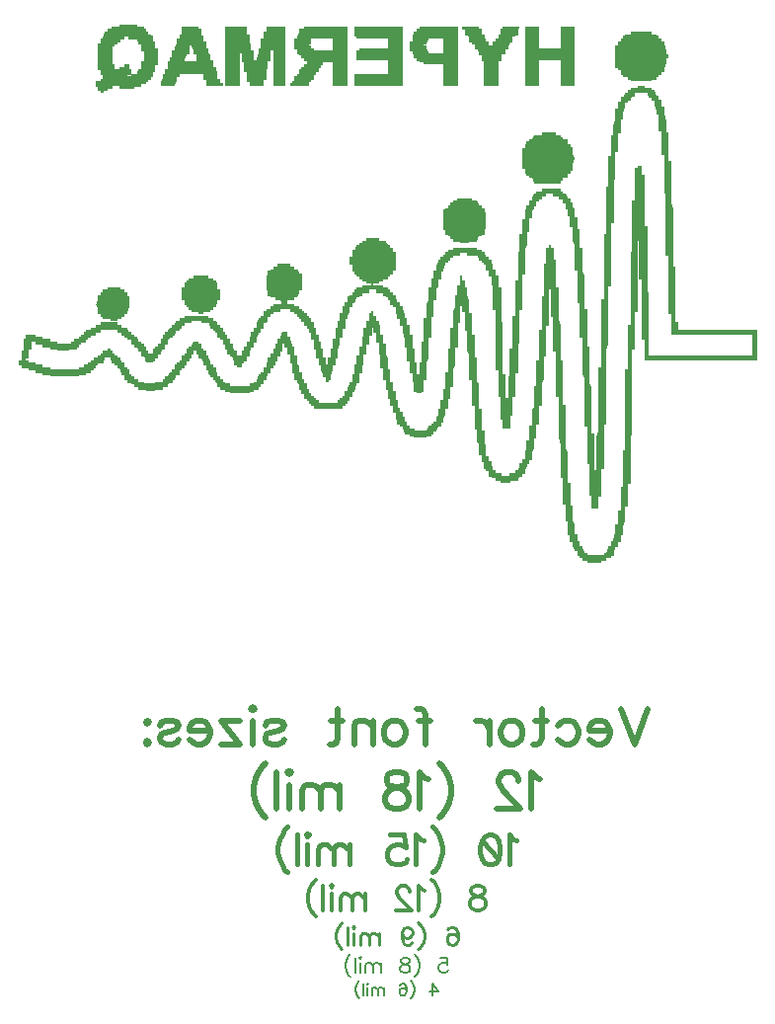
<source format=gbo>
G04 DipTrace 3.3.1.3*
G04 Topsidev0.2b.gbo*
%MOMM*%
G04 #@! TF.FileFunction,Legend,Bot*
G04 #@! TF.Part,Single*
%ADD12C,0.076*%
%ADD174C,0.15686*%
%ADD175C,0.31373*%
%ADD176C,0.23529*%
%ADD177C,0.19608*%
%ADD178C,0.39216*%
%ADD179C,0.47059*%
%FSLAX35Y35*%
G04*
G71*
G90*
G75*
G01*
G04 BotSilk*
%LPD*%
X7010920Y11389623D2*
D12*
X7147720D1*
X7010920Y11382023D2*
X7147720D1*
X7010920Y11374423D2*
X7147720D1*
X6942520Y11366823D2*
X7208520D1*
X7542920D2*
X7679720D1*
X7915320D2*
X8090120D1*
X8264920D2*
X8416920D1*
X8591720D2*
X8956520D1*
X9024920D2*
X9427720D1*
X9579720D2*
X9898920D1*
X9944520D2*
X10081320D1*
X10294120D2*
X10430920D1*
X10484120D2*
X10598120D1*
X10788120D2*
X10902120D1*
X6942520Y11359223D2*
X7208520D1*
X7542920D2*
X7679720D1*
X7915320D2*
X8090120D1*
X8264920D2*
X8416920D1*
X8591720D2*
X8956520D1*
X9024920D2*
X9427720D1*
X9579720D2*
X9898920D1*
X9944520D2*
X10081320D1*
X10294120D2*
X10425724D1*
X10484120D2*
X10598120D1*
X10788120D2*
X10902120D1*
X6904520Y11351623D2*
X7223720D1*
X7542920D2*
X7702520D1*
X7915320D2*
X8090120D1*
X8264920D2*
X8416920D1*
X8546120D2*
X8956520D1*
X9024920D2*
X9427720D1*
X9556920D2*
X9898920D1*
X9967320D2*
X10104120D1*
X10278920D2*
X10421200D1*
X10484120D2*
X10598120D1*
X10788120D2*
X10902120D1*
X6904520Y11344023D2*
X7223720D1*
X7542920D2*
X7702520D1*
X7915320D2*
X8090120D1*
X8264920D2*
X8416920D1*
X8546120D2*
X8956520D1*
X9024920D2*
X9427720D1*
X9556920D2*
X9898920D1*
X9967320D2*
X10104120D1*
X10278920D2*
X10418318D1*
X10484120D2*
X10598120D1*
X10788120D2*
X10902120D1*
X6904520Y11336423D2*
X7223720D1*
X7542920D2*
X7702520D1*
X7915320D2*
X8090120D1*
X8264920D2*
X8416920D1*
X8546061D2*
X8956520D1*
X9024920D2*
X9427720D1*
X9556920D2*
X9898920D1*
X9967320D2*
X10104120D1*
X10278920D2*
X10416829D1*
X10484120D2*
X10598120D1*
X10788120D2*
X10902120D1*
X6881720Y11328823D2*
X7246520D1*
X7542920D2*
X7702520D1*
X7915320D2*
X8090120D1*
X8242120D2*
X8416920D1*
X8545526D2*
X8956520D1*
X9024920D2*
X9427720D1*
X9534120D2*
X9898920D1*
X9967320D2*
X10104120D1*
X10278920D2*
X10416158D1*
X10484120D2*
X10598120D1*
X10788120D2*
X10902120D1*
X11388520D2*
X11563320D1*
X6879371Y11321223D2*
X7246520D1*
X7542920D2*
X7702520D1*
X7915320D2*
X8090120D1*
X8242120D2*
X8416920D1*
X8544279D2*
X8956520D1*
X9024920D2*
X9427720D1*
X9531771D2*
X9898920D1*
X9967320D2*
X10104120D1*
X10278920D2*
X10415883D1*
X10484120D2*
X10598120D1*
X10788120D2*
X10902120D1*
X11388520D2*
X11563320D1*
X6875603Y11313623D2*
X7246520D1*
X7542920D2*
X7702520D1*
X7915320D2*
X8090120D1*
X8242120D2*
X8416920D1*
X8540121D2*
X8956520D1*
X9024920D2*
X9427720D1*
X9528003D2*
X9898920D1*
X9967320D2*
X10104120D1*
X10278920D2*
X10415775D1*
X10484120D2*
X10598120D1*
X10788120D2*
X10902120D1*
X11388520D2*
X11563320D1*
X6871667Y11306023D2*
X7269320D1*
X7520120D2*
X7702520D1*
X7915320D2*
X8112920D1*
X8242120D2*
X8416920D1*
X8536095D2*
X8956520D1*
X9024920D2*
X9427720D1*
X9524067D2*
X9898920D1*
X9990120D2*
X10126920D1*
X10256120D2*
X10392920D1*
X10484120D2*
X10598120D1*
X10788120D2*
X10902120D1*
X11342920D2*
X11601320D1*
X6869005Y11298423D2*
X7269320D1*
X7520120D2*
X7702520D1*
X7915320D2*
X8112920D1*
X8242120D2*
X8416920D1*
X8533411D2*
X8956520D1*
X9024920D2*
X9427720D1*
X9521405D2*
X9898920D1*
X9995316D2*
X10126979D1*
X10256120D2*
X10392920D1*
X10484120D2*
X10598120D1*
X10788120D2*
X10902120D1*
X11342920D2*
X11601320D1*
X6867592Y11290823D2*
X7041320D1*
X7086920D2*
X7284520D1*
X7520120D2*
X7717720D1*
X7915320D2*
X8112920D1*
X8242120D2*
X8416920D1*
X8531994D2*
X8956520D1*
X9040120D2*
X9427720D1*
X9519992D2*
X9898920D1*
X9999840D2*
X10127514D1*
X10256120D2*
X10370120D1*
X10484120D2*
X10598120D1*
X10788120D2*
X10902120D1*
X11327720D2*
X11624120D1*
X6866946Y11283223D2*
X7041320D1*
X7086920D2*
X7284520D1*
X7520120D2*
X7717720D1*
X7915320D2*
X8112920D1*
X8242120D2*
X8416920D1*
X8531346D2*
X8956520D1*
X9040120D2*
X9427720D1*
X9519347D2*
X9898920D1*
X10002722D2*
X10128761D1*
X10256120D2*
X10370120D1*
X10484120D2*
X10598120D1*
X10788120D2*
X10902120D1*
X11327720D2*
X11624120D1*
X6866670Y11275623D2*
X7041320D1*
X7086920D2*
X7284520D1*
X7520120D2*
X7717720D1*
X7915320D2*
X8112920D1*
X8242120D2*
X8416920D1*
X8531070D2*
X8956520D1*
X9040120D2*
X9427720D1*
X9519080D2*
X9898920D1*
X10004211D2*
X10132919D1*
X10256120D2*
X10370120D1*
X10484120D2*
X10598120D1*
X10788120D2*
X10902120D1*
X11327720D2*
X11624120D1*
X6843720Y11268023D2*
X7003320D1*
X7155320D2*
X7284520D1*
X7497320D2*
X7717720D1*
X7915320D2*
X8112920D1*
X8219320D2*
X8416920D1*
X8508120D2*
X8644920D1*
X8834920D2*
X8956520D1*
X9306120D2*
X9427720D1*
X9518977D2*
X9647541D1*
X9784920D2*
X9898920D1*
X10004882D2*
X10136946D1*
X10233320D2*
X10370120D1*
X10484120D2*
X10598120D1*
X10788120D2*
X10902120D1*
X11304920D2*
X11646920D1*
X6843720Y11260423D2*
X7003320D1*
X7157669D2*
X7284520D1*
X7497320D2*
X7717720D1*
X7915320D2*
X8112979D1*
X8219320D2*
X8416920D1*
X8508120D2*
X8644920D1*
X8834920D2*
X8956520D1*
X9306120D2*
X9427720D1*
X9518940D2*
X9646279D1*
X9784920D2*
X9898920D1*
X10005157D2*
X10139641D1*
X10233320D2*
X10370120D1*
X10484120D2*
X10598120D1*
X10788120D2*
X10902120D1*
X11304920D2*
X11646920D1*
X6843720Y11252823D2*
X7003320D1*
X7161440D2*
X7284520D1*
X7497320D2*
X7717720D1*
X7915320D2*
X8113514D1*
X8219320D2*
X8416920D1*
X8508120D2*
X8644920D1*
X8834920D2*
X8956520D1*
X9306120D2*
X9427720D1*
X9518926D2*
X9642118D1*
X9784920D2*
X9898920D1*
X10005265D2*
X10141138D1*
X10233320D2*
X10370120D1*
X10484120D2*
X10598120D1*
X10788120D2*
X10902120D1*
X11304920D2*
X11646920D1*
X6843720Y11245223D2*
X6980520D1*
X7165414D2*
X7307320D1*
X7497320D2*
X7740520D1*
X7915320D2*
X8114761D1*
X8219320D2*
X8416920D1*
X8508120D2*
X8644920D1*
X8834920D2*
X8956520D1*
X9306120D2*
X9427720D1*
X9496120D2*
X9638054D1*
X9784920D2*
X9898920D1*
X10028120D2*
X10164920D1*
X10210520D2*
X10347320D1*
X10484120D2*
X10598120D1*
X10788120D2*
X10902120D1*
X11282120D2*
X11669720D1*
X6843720Y11237623D2*
X6980520D1*
X7168306D2*
X7307320D1*
X7497261D2*
X7740520D1*
X7915320D2*
X8118919D1*
X8219320D2*
X8416920D1*
X8508120D2*
X8644920D1*
X8834920D2*
X8956520D1*
X9306120D2*
X9427720D1*
X9496120D2*
X9635140D1*
X9784920D2*
X9898920D1*
X10028120D2*
X10164920D1*
X10210520D2*
X10347261D1*
X10484120D2*
X10598120D1*
X10788120D2*
X10902120D1*
X11282120D2*
X11669779D1*
X6820920Y11230023D2*
X6957720D1*
X7193320D2*
X7307320D1*
X7496726D2*
X7740520D1*
X7915320D2*
X8122945D1*
X8219320D2*
X8416920D1*
X8508120D2*
X8622120D1*
X8834920D2*
X8956520D1*
X9306120D2*
X9427720D1*
X9496120D2*
X9610120D1*
X9784920D2*
X9898920D1*
X10050920D2*
X10164920D1*
X10210520D2*
X10346726D1*
X10484120D2*
X10598120D1*
X10788120D2*
X10902120D1*
X11282120D2*
X11670314D1*
X6820920Y11222423D2*
X6957720D1*
X7193320D2*
X7307320D1*
X7495479D2*
X7740520D1*
X7915320D2*
X8125629D1*
X8219320D2*
X8416920D1*
X8508120D2*
X8622120D1*
X8834920D2*
X8956520D1*
X9306120D2*
X9427720D1*
X9496120D2*
X9610120D1*
X9784920D2*
X9898920D1*
X10050920D2*
X10164920D1*
X10210520D2*
X10345479D1*
X10484120D2*
X10598120D1*
X10788120D2*
X10902120D1*
X11282120D2*
X11671561D1*
X6820920Y11214823D2*
X6957720D1*
X7193320D2*
X7307320D1*
X7491321D2*
X7740520D1*
X7915320D2*
X8127046D1*
X8219320D2*
X8416920D1*
X8508120D2*
X8622120D1*
X8834920D2*
X8956520D1*
X9306120D2*
X9427720D1*
X9496120D2*
X9610120D1*
X9784920D2*
X9898920D1*
X10050920D2*
X10164920D1*
X10210520D2*
X10341321D1*
X10484120D2*
X10598120D1*
X10788120D2*
X10902120D1*
X11282120D2*
X11675719D1*
X6820920Y11207223D2*
X6934920D1*
X7193320D2*
X7307320D1*
X7487295D2*
X7596120D1*
X7627099D2*
X7740520D1*
X7915320D2*
X8127693D1*
X8219320D2*
X8416920D1*
X8508120D2*
X8644920D1*
X8834920D2*
X8956520D1*
X9306120D2*
X9427720D1*
X9496120D2*
X9632920D1*
X9784920D2*
X9898920D1*
X10050920D2*
X10337294D1*
X10484120D2*
X10598120D1*
X10788120D2*
X10902120D1*
X11259320D2*
X11679745D1*
X6820920Y11199623D2*
X6934920D1*
X7193320D2*
X7307320D1*
X7484611D2*
X7596120D1*
X7628361D2*
X7740520D1*
X7915320D2*
X8127960D1*
X8219320D2*
X8416920D1*
X8508120D2*
X8644920D1*
X8834920D2*
X8956520D1*
X9306120D2*
X9427720D1*
X9496120D2*
X9632979D1*
X9784920D2*
X9898920D1*
X10050920D2*
X10334599D1*
X10484120D2*
X10598120D1*
X10788120D2*
X10902120D1*
X11259320D2*
X11682429D1*
X6820920Y11192023D2*
X6934920D1*
X7193320D2*
X7307320D1*
X7483194D2*
X7596120D1*
X7632519D2*
X7740520D1*
X7915320D2*
X8128063D1*
X8219320D2*
X8416920D1*
X8508120D2*
X8644920D1*
X8834920D2*
X8956520D1*
X9306120D2*
X9427720D1*
X9496120D2*
X9633514D1*
X9784920D2*
X9898920D1*
X10050920D2*
X10333102D1*
X10484120D2*
X10598120D1*
X10788120D2*
X10902120D1*
X11259320D2*
X11683846D1*
X6820920Y11184423D2*
X6934920D1*
X7193320D2*
X7330120D1*
X7482546D2*
X7596120D1*
X7636545D2*
X7763320D1*
X7915320D2*
X8128100D1*
X8196520D2*
X8416920D1*
X8530920D2*
X8667720D1*
X8834920D2*
X8956520D1*
X9062920D2*
X9427720D1*
X9496120D2*
X9634761D1*
X9784920D2*
X9898920D1*
X10073720D2*
X10309320D1*
X10484120D2*
X10902120D1*
X11259320D2*
X11684493D1*
X6820920Y11176823D2*
X6934920D1*
X7193320D2*
X7330120D1*
X7482270D2*
X7596120D1*
X7639229D2*
X7763320D1*
X7915320D2*
X8128114D1*
X8196520D2*
X8416920D1*
X8530920D2*
X8667720D1*
X8834920D2*
X8956520D1*
X9062920D2*
X9427720D1*
X9496120D2*
X9638919D1*
X9784920D2*
X9898920D1*
X10078916D2*
X10309320D1*
X10484120D2*
X10902120D1*
X11259320D2*
X11684760D1*
X6820920Y11169223D2*
X6934920D1*
X7216120D2*
X7330120D1*
X7459320D2*
X7596120D1*
X7640646D2*
X7763320D1*
X7915320D2*
X8150920D1*
X8196520D2*
X8295320D1*
X8325720D2*
X8416920D1*
X8530920D2*
X8956520D1*
X9040120D2*
X9427720D1*
X9518920D2*
X9642946D1*
X9784920D2*
X9898920D1*
X10083440D2*
X10309320D1*
X10484120D2*
X10902120D1*
X11259320D2*
X11684863D1*
X6820920Y11161623D2*
X6934920D1*
X7216120D2*
X7330120D1*
X7459320D2*
X7596120D1*
X7641294D2*
X7763379D1*
X7915320D2*
X8150920D1*
X8196520D2*
X8295320D1*
X8325720D2*
X8416920D1*
X8530920D2*
X8956520D1*
X9040120D2*
X9427720D1*
X9518979D2*
X9645641D1*
X9784920D2*
X9898920D1*
X10086322D2*
X10309320D1*
X10484120D2*
X10902120D1*
X11259320D2*
X11684900D1*
X6820920Y11154023D2*
X6934920D1*
X7216120D2*
X7330120D1*
X7459320D2*
X7596120D1*
X7641570D2*
X7763914D1*
X7915320D2*
X8150920D1*
X8196520D2*
X8295320D1*
X8325720D2*
X8416920D1*
X8530920D2*
X8956520D1*
X9040120D2*
X9427720D1*
X9519514D2*
X9647138D1*
X9784920D2*
X9898920D1*
X10087811D2*
X10309320D1*
X10484120D2*
X10902120D1*
X11259320D2*
X11684913D1*
X6820920Y11146423D2*
X6934920D1*
X7216120D2*
X7330120D1*
X7459320D2*
X7573320D1*
X7664520D2*
X7765161D1*
X7915320D2*
X8029320D1*
X8059720D2*
X8150920D1*
X8196520D2*
X8295320D1*
X8325720D2*
X8416920D1*
X8546120D2*
X8956520D1*
X9040120D2*
X9427720D1*
X9520761D2*
X9898920D1*
X10088483D2*
X10286520D1*
X10484120D2*
X10902120D1*
X11259320D2*
X11684918D1*
X6820920Y11138823D2*
X6934920D1*
X7216120D2*
X7330120D1*
X7459320D2*
X7573261D1*
X7664520D2*
X7769319D1*
X7915320D2*
X8029320D1*
X8059720D2*
X8150920D1*
X8196461D2*
X8295320D1*
X8325720D2*
X8416920D1*
X8546120D2*
X8956520D1*
X9040120D2*
X9427720D1*
X9524919D2*
X9898920D1*
X10088766D2*
X10281324D1*
X10484120D2*
X10902120D1*
X11259320D2*
X11684919D1*
X6820920Y11131223D2*
X6934920D1*
X7216120D2*
X7330120D1*
X7459320D2*
X7572726D1*
X7664520D2*
X7773345D1*
X7915320D2*
X8029320D1*
X8059720D2*
X8150920D1*
X8195926D2*
X8295320D1*
X8325720D2*
X8416920D1*
X8568920D2*
X8956520D1*
X9040120D2*
X9427720D1*
X9528946D2*
X9898920D1*
X10111720D2*
X10276800D1*
X10484120D2*
X10902120D1*
X11259320D2*
X11707720D1*
X6820920Y11123623D2*
X6934920D1*
X7216120D2*
X7330120D1*
X7459320D2*
X7571479D1*
X7664520D2*
X7776029D1*
X7915320D2*
X8029320D1*
X8059720D2*
X8150920D1*
X8194679D2*
X8295320D1*
X8325720D2*
X8416920D1*
X8568920D2*
X8956520D1*
X9040120D2*
X9427720D1*
X9531641D2*
X9898920D1*
X10111720D2*
X10273918D1*
X10484120D2*
X10902120D1*
X11259320D2*
X11707720D1*
X6820920Y11116023D2*
X6934920D1*
X7216120D2*
X7330120D1*
X7459320D2*
X7567321D1*
X7664520D2*
X7777446D1*
X7915320D2*
X8029320D1*
X8059720D2*
X8150920D1*
X8190518D2*
X8295320D1*
X8325720D2*
X8416920D1*
X8568920D2*
X8956520D1*
X9040120D2*
X9427720D1*
X9533138D2*
X9898920D1*
X10111720D2*
X10272429D1*
X10484120D2*
X10902120D1*
X11259320D2*
X11707720D1*
X6820920Y11108423D2*
X6934920D1*
X7216120D2*
X7330120D1*
X7436520D2*
X7563295D1*
X7664520D2*
X7778093D1*
X7915320D2*
X8029320D1*
X8059720D2*
X8150920D1*
X8186454D2*
X8295320D1*
X8325720D2*
X8416920D1*
X8591720D2*
X8956520D1*
X9040120D2*
X9427720D1*
X9556920D2*
X9898920D1*
X10111720D2*
X10271758D1*
X10484120D2*
X10902120D1*
X11259320D2*
X11684920D1*
X6820920Y11100823D2*
X6934920D1*
X7216120D2*
X7330120D1*
X7436520D2*
X7560611D1*
X7664520D2*
X7778360D1*
X7915320D2*
X8029320D1*
X8059720D2*
X8150920D1*
X8183540D2*
X8295320D1*
X8325720D2*
X8416920D1*
X8591720D2*
X8956520D1*
X9040120D2*
X9427720D1*
X9556920D2*
X9898920D1*
X10111720D2*
X10271483D1*
X10484120D2*
X10902120D1*
X11259320D2*
X11684920D1*
X6820920Y11093223D2*
X6934920D1*
X7216120D2*
X7330120D1*
X7436520D2*
X7559194D1*
X7664520D2*
X7778466D1*
X7915320D2*
X8029320D1*
X8059720D2*
X8150920D1*
X8181320D2*
X8295320D1*
X8325720D2*
X8416920D1*
X8591720D2*
X8956520D1*
X9040120D2*
X9427720D1*
X9556920D2*
X9898920D1*
X10111720D2*
X10271375D1*
X10484120D2*
X10902120D1*
X11259320D2*
X11684920D1*
X6820920Y11085623D2*
X6934920D1*
X7216120D2*
X7330120D1*
X7436520D2*
X7558546D1*
X7687320D2*
X7801320D1*
X7915320D2*
X8029320D1*
X8059720D2*
X8272520D1*
X8325720D2*
X8416920D1*
X8629720D2*
X8956520D1*
X9306120D2*
X9427720D1*
X9579720D2*
X9898920D1*
X10134520D2*
X10248520D1*
X10484120D2*
X10598120D1*
X10788120D2*
X10902120D1*
X11259320D2*
X11684920D1*
X6820920Y11078023D2*
X6934920D1*
X7216120D2*
X7330120D1*
X7436520D2*
X7558270D1*
X7687320D2*
X7801320D1*
X7915320D2*
X8029320D1*
X8059720D2*
X8272520D1*
X8325720D2*
X8416920D1*
X8629720D2*
X8956520D1*
X9306120D2*
X9427720D1*
X9579720D2*
X9898920D1*
X10134520D2*
X10248520D1*
X10484120D2*
X10598120D1*
X10788120D2*
X10902120D1*
X11259320D2*
X11684920D1*
X6820920Y11070423D2*
X6934920D1*
X7193320D2*
X7330120D1*
X7421320D2*
X7801320D1*
X7915320D2*
X8029320D1*
X8074920D2*
X8272520D1*
X8325720D2*
X8416920D1*
X8614520D2*
X8743720D1*
X8834920D2*
X8956520D1*
X9306120D2*
X9427720D1*
X9617720D2*
X9898920D1*
X10134520D2*
X10248520D1*
X10484120D2*
X10598120D1*
X10788120D2*
X10902120D1*
X11259320D2*
X11684920D1*
X6820920Y11062823D2*
X6934920D1*
X7193320D2*
X7330120D1*
X7421320D2*
X7801320D1*
X7915320D2*
X8029320D1*
X8074920D2*
X8272520D1*
X8325720D2*
X8416920D1*
X8614520D2*
X8743720D1*
X8834920D2*
X8956520D1*
X9306120D2*
X9427720D1*
X9617720D2*
X9898920D1*
X10134520D2*
X10248520D1*
X10484120D2*
X10598120D1*
X10788120D2*
X10902120D1*
X11259320D2*
X11684920D1*
X6820920Y11055223D2*
X6934920D1*
X7193320D2*
X7330120D1*
X7421320D2*
X7801320D1*
X7915320D2*
X8029320D1*
X8074920D2*
X8272520D1*
X8325720D2*
X8416920D1*
X8614520D2*
X8743720D1*
X8834920D2*
X8956520D1*
X9306120D2*
X9427720D1*
X9617720D2*
X9898920D1*
X10134520D2*
X10248520D1*
X10484120D2*
X10598120D1*
X10788120D2*
X10902120D1*
X11259320D2*
X11684861D1*
X6820920Y11047623D2*
X6957720D1*
X7048920D2*
X7079320D1*
X7193320D2*
X7307320D1*
X7421320D2*
X7801320D1*
X7915320D2*
X8029320D1*
X8074920D2*
X8272520D1*
X8325720D2*
X8416920D1*
X8591720D2*
X8728520D1*
X8834920D2*
X8956520D1*
X9306120D2*
X9427720D1*
X9784920D2*
X9898920D1*
X10134520D2*
X10248520D1*
X10484120D2*
X10598120D1*
X10788120D2*
X10902120D1*
X11259320D2*
X11684326D1*
X6820920Y11040023D2*
X6957720D1*
X7048920D2*
X7079320D1*
X7193320D2*
X7307320D1*
X7421320D2*
X7801320D1*
X7915320D2*
X8029320D1*
X8074920D2*
X8272461D1*
X8325720D2*
X8416920D1*
X8591720D2*
X8728520D1*
X8834920D2*
X8956520D1*
X9306120D2*
X9427720D1*
X9784920D2*
X9898920D1*
X10134520D2*
X10248520D1*
X10484120D2*
X10598120D1*
X10788120D2*
X10902120D1*
X11259320D2*
X11683079D1*
X6820920Y11032423D2*
X6957720D1*
X7048920D2*
X7079320D1*
X7193320D2*
X7307320D1*
X7421320D2*
X7801320D1*
X7915320D2*
X8029320D1*
X8074920D2*
X8271926D1*
X8325720D2*
X8416920D1*
X8591720D2*
X8728520D1*
X8834920D2*
X8956520D1*
X9306120D2*
X9427720D1*
X9784920D2*
X9898920D1*
X10134520D2*
X10248520D1*
X10484120D2*
X10598120D1*
X10788120D2*
X10902120D1*
X11259320D2*
X11678921D1*
X6820920Y11024823D2*
X6957720D1*
X7010920D2*
X7079320D1*
X7193320D2*
X7307320D1*
X7421320D2*
X7824120D1*
X7915320D2*
X8029320D1*
X8074920D2*
X8270679D1*
X8325720D2*
X8416920D1*
X8568920D2*
X8705720D1*
X8834920D2*
X8956520D1*
X9306120D2*
X9427720D1*
X9784920D2*
X9898920D1*
X10134520D2*
X10248520D1*
X10484120D2*
X10598120D1*
X10788120D2*
X10902120D1*
X11282120D2*
X11674895D1*
X6820920Y11017223D2*
X6957720D1*
X7010920D2*
X7079320D1*
X7193320D2*
X7307320D1*
X7421320D2*
X7824179D1*
X7915320D2*
X8029320D1*
X8074920D2*
X8266521D1*
X8325720D2*
X8416920D1*
X8568920D2*
X8705720D1*
X8834920D2*
X8956520D1*
X9306120D2*
X9427720D1*
X9784920D2*
X9898920D1*
X10134520D2*
X10248520D1*
X10484120D2*
X10598120D1*
X10788120D2*
X10902120D1*
X11282120D2*
X11672211D1*
X6843720Y11009623D2*
X7102120D1*
X7170520D2*
X7307320D1*
X7398520D2*
X7824714D1*
X7915320D2*
X8029320D1*
X8074920D2*
X8262495D1*
X8325720D2*
X8416920D1*
X8546120D2*
X8705720D1*
X8834920D2*
X8956520D1*
X9306120D2*
X9427720D1*
X9784920D2*
X9898920D1*
X10134520D2*
X10248520D1*
X10484120D2*
X10598120D1*
X10788120D2*
X10902120D1*
X11304920D2*
X11670794D1*
X6843720Y11002023D2*
X7102120D1*
X7168171D2*
X7307320D1*
X7398520D2*
X7825961D1*
X7915320D2*
X8029320D1*
X8074920D2*
X8259811D1*
X8325720D2*
X8416920D1*
X8546120D2*
X8705720D1*
X8834920D2*
X8956520D1*
X9306120D2*
X9427720D1*
X9784920D2*
X9898920D1*
X10134520D2*
X10248520D1*
X10484120D2*
X10598120D1*
X10788120D2*
X10902120D1*
X11304920D2*
X11670146D1*
X6843720Y10994423D2*
X7102120D1*
X7164403D2*
X7307320D1*
X7398520D2*
X7830119D1*
X7915320D2*
X8029320D1*
X8074920D2*
X8258394D1*
X8325720D2*
X8416920D1*
X8546120D2*
X8705720D1*
X8834920D2*
X8956520D1*
X9306120D2*
X9427720D1*
X9784920D2*
X9898920D1*
X10134520D2*
X10248520D1*
X10484120D2*
X10598120D1*
X10788120D2*
X10902120D1*
X11304920D2*
X11669870D1*
X6843720Y10986823D2*
X7102120D1*
X7160466D2*
X7284520D1*
X7398520D2*
X7834145D1*
X7915320D2*
X8029320D1*
X8097720D2*
X8257747D1*
X8325720D2*
X8416920D1*
X8546120D2*
X8682920D1*
X8834920D2*
X8956520D1*
X9306120D2*
X9427720D1*
X9784920D2*
X9898920D1*
X10134520D2*
X10248520D1*
X10484120D2*
X10598120D1*
X10788120D2*
X10902120D1*
X11304920D2*
X11646920D1*
X6843720Y10979223D2*
X7102120D1*
X7157793D2*
X7284520D1*
X7398520D2*
X7836829D1*
X7915320D2*
X8029320D1*
X8097720D2*
X8257480D1*
X8325720D2*
X8416920D1*
X8546120D2*
X8682920D1*
X8834920D2*
X8956520D1*
X9306120D2*
X9427720D1*
X9784920D2*
X9898920D1*
X10134520D2*
X10248520D1*
X10484120D2*
X10598120D1*
X10788120D2*
X10902120D1*
X11304920D2*
X11646920D1*
X6843720Y10971623D2*
X7102120D1*
X7156301D2*
X7284520D1*
X7398520D2*
X7838246D1*
X7915320D2*
X8029320D1*
X8097720D2*
X8257377D1*
X8325720D2*
X8416920D1*
X8546120D2*
X8682920D1*
X8834920D2*
X8956520D1*
X9306120D2*
X9427720D1*
X9784920D2*
X9898920D1*
X10134520D2*
X10248520D1*
X10484120D2*
X10598120D1*
X10788120D2*
X10902120D1*
X11304920D2*
X11646920D1*
X6866520Y10964023D2*
X7064120D1*
X7109720D2*
X7284520D1*
X7375720D2*
X7512520D1*
X7725320D2*
X7838893D1*
X7915320D2*
X8029320D1*
X8097720D2*
X8257340D1*
X8325720D2*
X8416920D1*
X8530920D2*
X8667720D1*
X8834920D2*
X8956520D1*
X9024920D2*
X9427720D1*
X9784920D2*
X9898920D1*
X10134520D2*
X10248520D1*
X10484120D2*
X10598120D1*
X10788120D2*
X10902120D1*
X11327720D2*
X11624120D1*
X6866520Y10956423D2*
X7064120D1*
X7109720D2*
X7284520D1*
X7375720D2*
X7512520D1*
X7725320D2*
X7839160D1*
X7915320D2*
X8029320D1*
X8097720D2*
X8257327D1*
X8325720D2*
X8416920D1*
X8530920D2*
X8667720D1*
X8834920D2*
X8956520D1*
X9024920D2*
X9427720D1*
X9784920D2*
X9898920D1*
X10134520D2*
X10248520D1*
X10484120D2*
X10598120D1*
X10788120D2*
X10902120D1*
X11327720D2*
X11624120D1*
X6866520Y10948823D2*
X7269320D1*
X7375720D2*
X7489720D1*
X7725320D2*
X7839263D1*
X7915320D2*
X8029320D1*
X8097720D2*
X8257322D1*
X8325720D2*
X8416920D1*
X8508120D2*
X8667720D1*
X8834920D2*
X8956520D1*
X9024920D2*
X9427720D1*
X9784920D2*
X9898920D1*
X10134520D2*
X10248520D1*
X10484120D2*
X10598120D1*
X10788120D2*
X10902120D1*
X11365720D2*
X11601320D1*
X6866520Y10941223D2*
X7269320D1*
X7375720D2*
X7489720D1*
X7725320D2*
X7839300D1*
X7915320D2*
X8029320D1*
X8097720D2*
X8257321D1*
X8325720D2*
X8416920D1*
X8508120D2*
X8667720D1*
X8834920D2*
X8956520D1*
X9024920D2*
X9427720D1*
X9784920D2*
X9898920D1*
X10134520D2*
X10248520D1*
X10484120D2*
X10598120D1*
X10788120D2*
X10902120D1*
X11365720D2*
X11601320D1*
X6866520Y10933623D2*
X7269320D1*
X7375661D2*
X7489720D1*
X7725320D2*
X7839314D1*
X7915320D2*
X8029320D1*
X8097720D2*
X8257320D1*
X8325720D2*
X8416920D1*
X8508120D2*
X8667720D1*
X8834920D2*
X8956520D1*
X9024920D2*
X9427720D1*
X9784920D2*
X9898920D1*
X10134520D2*
X10248520D1*
X10484120D2*
X10598120D1*
X10788120D2*
X10902120D1*
X11365720D2*
X11601320D1*
X6843720Y10926023D2*
X7246520D1*
X7375126D2*
X7489720D1*
X7748120D2*
X7862120D1*
X7915320D2*
X8029320D1*
X8097720D2*
X8234520D1*
X8325720D2*
X8416920D1*
X8508120D2*
X8644920D1*
X8834920D2*
X8956520D1*
X9024920D2*
X9427720D1*
X9784920D2*
X9898920D1*
X10134520D2*
X10248520D1*
X10484120D2*
X10598120D1*
X10788120D2*
X10902120D1*
X11388520D2*
X11563320D1*
X6843720Y10918423D2*
X7246520D1*
X7373879D2*
X7489661D1*
X7748120D2*
X7862120D1*
X7915320D2*
X8029320D1*
X8097720D2*
X8234520D1*
X8325720D2*
X8416920D1*
X8508120D2*
X8644920D1*
X8834920D2*
X8956520D1*
X9024920D2*
X9427720D1*
X9784920D2*
X9898920D1*
X10134520D2*
X10248520D1*
X10484120D2*
X10598120D1*
X10788120D2*
X10902120D1*
X11388520D2*
X11563320D1*
X6843720Y10910823D2*
X7246520D1*
X7369721D2*
X7489126D1*
X7748120D2*
X7862120D1*
X7915320D2*
X8029320D1*
X8097720D2*
X8234520D1*
X8325720D2*
X8416920D1*
X8508120D2*
X8644920D1*
X8834920D2*
X8956520D1*
X9024920D2*
X9427720D1*
X9784920D2*
X9898920D1*
X10134520D2*
X10248520D1*
X10484120D2*
X10598120D1*
X10788120D2*
X10902120D1*
X11388520D2*
X11563320D1*
X6805720Y10903223D2*
X7223720D1*
X7365695D2*
X7487879D1*
X7748120D2*
X7862120D1*
X7915320D2*
X8029320D1*
X8120520D2*
X8234520D1*
X8325720D2*
X8416920D1*
X8485320D2*
X8622120D1*
X8834920D2*
X8956520D1*
X9024920D2*
X9427720D1*
X9784920D2*
X9898920D1*
X10134520D2*
X10248520D1*
X10484120D2*
X10598120D1*
X10788120D2*
X10902120D1*
X6805720Y10895623D2*
X7223720D1*
X7363011D2*
X7483718D1*
X7748120D2*
X7862120D1*
X7915320D2*
X8029320D1*
X8120520D2*
X8234520D1*
X8325720D2*
X8416920D1*
X8485320D2*
X8622120D1*
X8834920D2*
X8956520D1*
X9024920D2*
X9427720D1*
X9784920D2*
X9898920D1*
X10134520D2*
X10248520D1*
X10484120D2*
X10598120D1*
X10788120D2*
X10902120D1*
X6805720Y10888023D2*
X7185720D1*
X7361590D2*
X7479654D1*
X7748120D2*
X7884920D1*
X7915320D2*
X8029320D1*
X8120520D2*
X8234520D1*
X8325720D2*
X8416920D1*
X8470120D2*
X8622120D1*
X8834920D2*
X8956520D1*
X9024920D2*
X9427720D1*
X9784920D2*
X9898920D1*
X10134520D2*
X10248520D1*
X10484120D2*
X10598120D1*
X10788120D2*
X10902120D1*
X6805720Y10880423D2*
X7185720D1*
X7360917D2*
X7476740D1*
X7748120D2*
X7884920D1*
X7915320D2*
X8029320D1*
X8120520D2*
X8234520D1*
X8325720D2*
X8416920D1*
X8470120D2*
X8622120D1*
X8834920D2*
X8956520D1*
X9024920D2*
X9427720D1*
X9784920D2*
X9898920D1*
X10134520D2*
X10248520D1*
X10484120D2*
X10598120D1*
X10788120D2*
X10902120D1*
X6805720Y10872823D2*
X7185720D1*
X7360520D2*
X7474520D1*
X7748120D2*
X7884920D1*
X7915320D2*
X8029320D1*
X8120520D2*
X8234520D1*
X8325720D2*
X8416920D1*
X8470120D2*
X8622120D1*
X8834920D2*
X8956520D1*
X9024920D2*
X9427720D1*
X9784920D2*
X9898920D1*
X10134520D2*
X10248520D1*
X10484120D2*
X10598120D1*
X10788120D2*
X10902120D1*
X6820920Y10865223D2*
X6934920D1*
X7010920D2*
X7124920D1*
X11449320D2*
X11502520D1*
X6820920Y10857623D2*
X6934920D1*
X7010920D2*
X7124920D1*
X11449320D2*
X11502520D1*
X6820920Y10850023D2*
X6934920D1*
X7010920D2*
X7124920D1*
X11449320D2*
X11502520D1*
X6820920Y10842423D2*
X6896920D1*
X11388520D2*
X11563320D1*
X6820920Y10834823D2*
X6896920D1*
X11388520D2*
X11563320D1*
X6843720Y10827223D2*
X6858920D1*
X11365720D2*
X11586120D1*
X6843720Y10819623D2*
X6858920D1*
X11365720D2*
X11588469D1*
X6843720Y10812023D2*
X6858920D1*
X11365720D2*
X11592237D1*
X11342920Y10804423D2*
X11418920D1*
X11533499D2*
X11596174D1*
X11340571Y10796823D2*
X11418920D1*
X11534761D2*
X11598847D1*
X11336800Y10789223D2*
X11418920D1*
X11538922D2*
X11600339D1*
X11332826Y10781623D2*
X11396120D1*
X11542986D2*
X11624120D1*
X11329934Y10774023D2*
X11396120D1*
X11545900D2*
X11624120D1*
X11304920Y10766423D2*
X11380920D1*
X11570920D2*
X11624120D1*
X11304920Y10758823D2*
X11380920D1*
X11570920D2*
X11624120D1*
X11304920Y10751223D2*
X11380920D1*
X11570920D2*
X11624120D1*
X11304920Y10743623D2*
X11358120D1*
X11593720D2*
X11646920D1*
X11304920Y10736023D2*
X11358120D1*
X11593720D2*
X11646920D1*
X11282120Y10728423D2*
X11335320D1*
X11593720D2*
X11646920D1*
X11282120Y10720823D2*
X11335320D1*
X11593720D2*
X11646920D1*
X11282120Y10713223D2*
X11335320D1*
X11593779D2*
X11646920D1*
X11282120Y10705623D2*
X11335320D1*
X11594314D2*
X11646920D1*
X11282120Y10698023D2*
X11335261D1*
X11595561D2*
X11646920D1*
X11282120Y10690423D2*
X11334726D1*
X11599719D2*
X11646920D1*
X11282120Y10682823D2*
X11333479D1*
X11603745D2*
X11669720D1*
X11282120Y10675223D2*
X11329321D1*
X11606429D2*
X11669720D1*
X11259320Y10667623D2*
X11325295D1*
X11607846D2*
X11669720D1*
X11259320Y10660023D2*
X11322611D1*
X11608493D2*
X11669720D1*
X11259320Y10652423D2*
X11321194D1*
X11608760D2*
X11669720D1*
X11259320Y10644823D2*
X11320547D1*
X11608863D2*
X11669720D1*
X11259320Y10637223D2*
X11320280D1*
X11608900D2*
X11669779D1*
X11259320Y10629623D2*
X11320177D1*
X11608914D2*
X11670314D1*
X11259320Y10622023D2*
X11320140D1*
X11631720D2*
X11671561D1*
X11259320Y10614423D2*
X11320127D1*
X11631720D2*
X11675719D1*
X11259320Y10606823D2*
X11320122D1*
X11631720D2*
X11679745D1*
X11259320Y10599223D2*
X11320121D1*
X11631720D2*
X11682429D1*
X11259261Y10591623D2*
X11320120D1*
X11631720D2*
X11683846D1*
X11258726Y10584023D2*
X11297320D1*
X11631720D2*
X11684493D1*
X11257479Y10576423D2*
X11297320D1*
X11631720D2*
X11684760D1*
X11253321Y10568823D2*
X11297320D1*
X11631720D2*
X11684863D1*
X11249295Y10561223D2*
X11297320D1*
X11631720D2*
X11684900D1*
X11246611Y10553623D2*
X11297320D1*
X11631720D2*
X11684913D1*
X11245194Y10546023D2*
X11297320D1*
X11631720D2*
X11684918D1*
X11244547Y10538423D2*
X11297320D1*
X11631720D2*
X11684919D1*
X11244280Y10530823D2*
X11297320D1*
X11631720D2*
X11684920D1*
X11244177Y10523223D2*
X11297320D1*
X11631720D2*
X11684920D1*
X11244140Y10515623D2*
X11297320D1*
X11631720D2*
X11684920D1*
X11244127Y10508023D2*
X11297320D1*
X11631720D2*
X11684920D1*
X11244122Y10500423D2*
X11297320D1*
X11631720D2*
X11684920D1*
X11244121Y10492823D2*
X11297320D1*
X11631720D2*
X11684920D1*
X11244120Y10485223D2*
X11297320D1*
X11654520D2*
X11684920D1*
X11244120Y10477623D2*
X11297320D1*
X11654520D2*
X11684920D1*
X11244120Y10470023D2*
X11297320D1*
X11654520D2*
X11684920D1*
X10628520Y10462423D2*
X10742520D1*
X11244120D2*
X11274520D1*
X11654520D2*
X11707720D1*
X10628520Y10454823D2*
X10742520D1*
X11244120D2*
X11274520D1*
X11654520D2*
X11707720D1*
X10628520Y10447223D2*
X10742520D1*
X11244120D2*
X11274520D1*
X11654520D2*
X11707720D1*
X10560120Y10439623D2*
X10780520D1*
X11221320D2*
X11274520D1*
X11654520D2*
X11707720D1*
X10554924Y10432023D2*
X10780520D1*
X11221320D2*
X11274520D1*
X11654520D2*
X11707720D1*
X10550399Y10424423D2*
X10803320D1*
X11221320D2*
X11274520D1*
X11654520D2*
X11707720D1*
X10547506Y10416823D2*
X10803320D1*
X11221320D2*
X11274520D1*
X11654520D2*
X11707720D1*
X10545937Y10409223D2*
X10803320D1*
X11221320D2*
X11274520D1*
X11654520D2*
X11707720D1*
X10522120Y10401623D2*
X10841320D1*
X11221320D2*
X11274520D1*
X11654520D2*
X11707720D1*
X10522120Y10394023D2*
X10841320D1*
X11221320D2*
X11274520D1*
X11654520D2*
X11707720D1*
X10499320Y10386423D2*
X10841320D1*
X11221320D2*
X11274520D1*
X11654520D2*
X11707720D1*
X10496971Y10378823D2*
X10841320D1*
X11221320D2*
X11274520D1*
X11654520D2*
X11707720D1*
X10493203Y10371223D2*
X10841320D1*
X11221320D2*
X11274520D1*
X11654520D2*
X11707720D1*
X10489267Y10363623D2*
X10864120D1*
X11221320D2*
X11274520D1*
X11654520D2*
X11707720D1*
X10486605Y10356023D2*
X10864120D1*
X11221320D2*
X11274520D1*
X11654520D2*
X11707720D1*
X10485192Y10348423D2*
X10864120D1*
X11221320D2*
X11274520D1*
X11654520D2*
X11707720D1*
X10484546Y10340823D2*
X10886920D1*
X11221320D2*
X11274520D1*
X11654520D2*
X11707720D1*
X10484270Y10333223D2*
X10886920D1*
X11221320D2*
X11274520D1*
X11654520D2*
X11707720D1*
X10461320Y10325623D2*
X10886920D1*
X11221320D2*
X11274520D1*
X11654520D2*
X11707720D1*
X10461320Y10318023D2*
X10886920D1*
X11221320D2*
X11274520D1*
X11654520D2*
X11707720D1*
X10461320Y10310423D2*
X10886920D1*
X11221320D2*
X11274520D1*
X11654520D2*
X11707720D1*
X10461320Y10302823D2*
X10886920D1*
X11221320D2*
X11251720D1*
X11654520D2*
X11707720D1*
X10461320Y10295223D2*
X10886979D1*
X11221320D2*
X11251720D1*
X11654520D2*
X11707720D1*
X10461320Y10287623D2*
X10887514D1*
X11221320D2*
X11251720D1*
X11654520D2*
X11707720D1*
X10461320Y10280023D2*
X10888761D1*
X11221320D2*
X11251720D1*
X11677320D2*
X11707720D1*
X10461320Y10272423D2*
X10892919D1*
X11221320D2*
X11251720D1*
X11677320D2*
X11707720D1*
X10461320Y10264823D2*
X10896945D1*
X11198520D2*
X11251720D1*
X11677320D2*
X11707720D1*
X10461320Y10257223D2*
X10899629D1*
X11198520D2*
X11251720D1*
X11677320D2*
X11707720D1*
X10461320Y10249623D2*
X10900987D1*
X11198520D2*
X11251720D1*
X11677320D2*
X11707720D1*
X10461320Y10242023D2*
X10901099D1*
X11198520D2*
X11251720D1*
X11677320D2*
X11707720D1*
X10461320Y10234423D2*
X10900188D1*
X11198520D2*
X11251720D1*
X11677320D2*
X11707720D1*
X10461320Y10226823D2*
X10896081D1*
X11198520D2*
X11251720D1*
X11677320D2*
X11707720D1*
X10461320Y10219223D2*
X10892079D1*
X11198520D2*
X11251720D1*
X11677320D2*
X11730520D1*
X10461320Y10211623D2*
X10889406D1*
X11198520D2*
X11251720D1*
X11677320D2*
X11730520D1*
X10461320Y10204023D2*
X10887992D1*
X11198520D2*
X11251720D1*
X11677320D2*
X11730520D1*
X10461320Y10196423D2*
X10887346D1*
X11198520D2*
X11251720D1*
X11677320D2*
X11730520D1*
X10461320Y10188823D2*
X10887080D1*
X11198520D2*
X11251720D1*
X11677320D2*
X11730520D1*
X10461320Y10181223D2*
X10886977D1*
X11198520D2*
X11251720D1*
X11449320D2*
X11479720D1*
X11677320D2*
X11730520D1*
X10461320Y10173623D2*
X10886940D1*
X11198520D2*
X11251720D1*
X11449320D2*
X11479720D1*
X11677320D2*
X11730520D1*
X10461320Y10166023D2*
X10886927D1*
X11198520D2*
X11251720D1*
X11449320D2*
X11479720D1*
X11677320D2*
X11730520D1*
X10484120Y10158423D2*
X10886922D1*
X11198520D2*
X11251720D1*
X11426520D2*
X11479720D1*
X11677320D2*
X11730520D1*
X10484120Y10150823D2*
X10886921D1*
X11198520D2*
X11251720D1*
X11426520D2*
X11479720D1*
X11677320D2*
X11730520D1*
X10484120Y10143223D2*
X10864120D1*
X11198520D2*
X11251720D1*
X11426520D2*
X11479720D1*
X11677320D2*
X11730520D1*
X10484120Y10135623D2*
X10864120D1*
X11198520D2*
X11251720D1*
X11426520D2*
X11479720D1*
X11677320D2*
X11730520D1*
X10484120Y10128023D2*
X10864120D1*
X11198520D2*
X11251720D1*
X11426520D2*
X11479720D1*
X11677320D2*
X11730520D1*
X10499320Y10120423D2*
X10841320D1*
X11198520D2*
X11251720D1*
X11426520D2*
X11479720D1*
X11677320D2*
X11730520D1*
X10499320Y10112823D2*
X10841320D1*
X11198520D2*
X11251720D1*
X11426520D2*
X11479720D1*
X11677320D2*
X11730520D1*
X10499320Y10105223D2*
X10841320D1*
X11198520D2*
X11251720D1*
X11426520D2*
X11479720D1*
X11677320D2*
X11730520D1*
X10522120Y10097623D2*
X10841320D1*
X11198520D2*
X11251720D1*
X11426520D2*
X11502520D1*
X11677320D2*
X11730520D1*
X10522120Y10090023D2*
X10841320D1*
X11198520D2*
X11251661D1*
X11426520D2*
X11502520D1*
X11677320D2*
X11730520D1*
X10544920Y10082423D2*
X10803320D1*
X11198520D2*
X11251126D1*
X11426520D2*
X11502520D1*
X11677320D2*
X11730520D1*
X10547269Y10074823D2*
X10803320D1*
X11198520D2*
X11249879D1*
X11426520D2*
X11502520D1*
X11677320D2*
X11730520D1*
X10551037Y10067223D2*
X10803320D1*
X11198520D2*
X11245721D1*
X11426520D2*
X11502520D1*
X11677320D2*
X11730520D1*
X10554974Y10059623D2*
X10780520D1*
X11198520D2*
X11241695D1*
X11426520D2*
X11502520D1*
X11677320D2*
X11730520D1*
X10557647Y10052023D2*
X10780520D1*
X11198520D2*
X11239011D1*
X11426520D2*
X11502520D1*
X11677320D2*
X11730520D1*
X10559139Y10044423D2*
X10780520D1*
X11198520D2*
X11237594D1*
X11426520D2*
X11502520D1*
X11677320D2*
X11730520D1*
X10628520Y10036823D2*
X10719720D1*
X11198520D2*
X11236947D1*
X11426520D2*
X11502520D1*
X11677320D2*
X11730520D1*
X10628520Y10029223D2*
X10719720D1*
X11198520D2*
X11236680D1*
X11426520D2*
X11502520D1*
X11677320D2*
X11730520D1*
X11198520Y10021623D2*
X11236577D1*
X11426520D2*
X11502520D1*
X11677320D2*
X11730520D1*
X11198520Y10014023D2*
X11236540D1*
X11426520D2*
X11502520D1*
X11677320D2*
X11730520D1*
X11198520Y10006423D2*
X11236527D1*
X11426520D2*
X11502520D1*
X11677320D2*
X11730520D1*
X11183320Y9998823D2*
X11236522D1*
X11426520D2*
X11502520D1*
X11677320D2*
X11730520D1*
X11183320Y9991223D2*
X11236521D1*
X11426520D2*
X11502520D1*
X11677320D2*
X11730520D1*
X10628520Y9983623D2*
X10780520D1*
X11183320D2*
X11236520D1*
X11426520D2*
X11502520D1*
X11677320D2*
X11730520D1*
X10628520Y9976023D2*
X10780520D1*
X11183320D2*
X11236520D1*
X11426520D2*
X11502520D1*
X11677320D2*
X11730520D1*
X10628520Y9968423D2*
X10780520D1*
X11183320D2*
X11236520D1*
X11426520D2*
X11502520D1*
X11677379D2*
X11730520D1*
X10582920Y9960823D2*
X10803320D1*
X11183320D2*
X11236520D1*
X11426520D2*
X11502520D1*
X11677914D2*
X11730520D1*
X10582920Y9953223D2*
X10803320D1*
X11183320D2*
X11236520D1*
X11426520D2*
X11502520D1*
X11679161D2*
X11730520D1*
X10582920Y9945623D2*
X10803320D1*
X11183320D2*
X11236520D1*
X11426520D2*
X11502520D1*
X11683319D2*
X11730520D1*
X10560120Y9938023D2*
X10658920D1*
X10727320D2*
X10826120D1*
X11183320D2*
X11236520D1*
X11426520D2*
X11502520D1*
X11687345D2*
X11730520D1*
X10554924Y9930423D2*
X10658920D1*
X10727320D2*
X10831316D1*
X11183320D2*
X11236520D1*
X11426520D2*
X11502520D1*
X11690029D2*
X11730520D1*
X10550400Y9922823D2*
X10620920D1*
X10772920D2*
X10835841D1*
X11183320D2*
X11236520D1*
X11426520D2*
X11502520D1*
X11691446D2*
X11730520D1*
X10547518Y9915223D2*
X10620920D1*
X10772920D2*
X10838734D1*
X11183320D2*
X11236520D1*
X11426520D2*
X11502520D1*
X11692093D2*
X11730520D1*
X10546029Y9907623D2*
X10620920D1*
X10772920D2*
X10840303D1*
X11183320D2*
X11236520D1*
X11426520D2*
X11502520D1*
X11692360D2*
X11730520D1*
X9906520Y9900023D2*
X10020520D1*
X10545358D2*
X10598120D1*
X10810920D2*
X10864120D1*
X11183320D2*
X11236520D1*
X11426520D2*
X11502520D1*
X11692463D2*
X11730520D1*
X9906520Y9892423D2*
X10020520D1*
X10545083D2*
X10598120D1*
X10810920D2*
X10864120D1*
X11183320D2*
X11236520D1*
X11426520D2*
X11502520D1*
X11692500D2*
X11730520D1*
X9906520Y9884823D2*
X10020520D1*
X10544975D2*
X10598120D1*
X10810920D2*
X10864120D1*
X11183320D2*
X11236520D1*
X11426520D2*
X11502520D1*
X11692513D2*
X11730520D1*
X9868520Y9877223D2*
X10066120D1*
X10522120D2*
X10575320D1*
X10810920D2*
X10864120D1*
X11183320D2*
X11236520D1*
X11403720D2*
X11502520D1*
X11692518D2*
X11730520D1*
X9868520Y9869623D2*
X10071316D1*
X10522120D2*
X10575320D1*
X10810920D2*
X10864120D1*
X11183320D2*
X11236520D1*
X11403720D2*
X11502520D1*
X11692519D2*
X11730579D1*
X9845720Y9862023D2*
X10075841D1*
X10522120D2*
X10575320D1*
X10833720D2*
X10886920D1*
X11183320D2*
X11236520D1*
X11403720D2*
X11502520D1*
X11692520D2*
X11731114D1*
X9845720Y9854423D2*
X10078734D1*
X10522120D2*
X10575320D1*
X10833720D2*
X10886920D1*
X11183320D2*
X11236520D1*
X11403720D2*
X11502520D1*
X11692520D2*
X11732361D1*
X9845720Y9846823D2*
X10080303D1*
X10522120D2*
X10575320D1*
X10833720D2*
X10886979D1*
X11183320D2*
X11236520D1*
X11403720D2*
X11502520D1*
X11692520D2*
X11736519D1*
X9822920Y9839223D2*
X10104120D1*
X10499320D2*
X10552520D1*
X10833720D2*
X10887514D1*
X11183320D2*
X11236520D1*
X11403720D2*
X11502520D1*
X11692520D2*
X11740545D1*
X9822920Y9831623D2*
X10104120D1*
X10499320D2*
X10552461D1*
X10833720D2*
X10888761D1*
X11183320D2*
X11236520D1*
X11403720D2*
X11502520D1*
X11692520D2*
X11743229D1*
X9822920Y9824023D2*
X10104120D1*
X10499320D2*
X10551926D1*
X10833720D2*
X10892919D1*
X11183320D2*
X11236520D1*
X11403720D2*
X11502520D1*
X11692520D2*
X11744646D1*
X9800120Y9816423D2*
X10126920D1*
X10499320D2*
X10550679D1*
X10848920D2*
X10896945D1*
X11183320D2*
X11236520D1*
X11403720D2*
X11502520D1*
X11692520D2*
X11745293D1*
X9800120Y9808823D2*
X10126979D1*
X10499320D2*
X10546521D1*
X10848920D2*
X10899629D1*
X11183320D2*
X11236520D1*
X11403720D2*
X11502520D1*
X11692520D2*
X11745560D1*
X9784920Y9801223D2*
X10127514D1*
X10484120D2*
X10542495D1*
X10848920D2*
X10901046D1*
X11183320D2*
X11236520D1*
X11403720D2*
X11502520D1*
X11692520D2*
X11745663D1*
X9784920Y9793623D2*
X10128761D1*
X10484120D2*
X10539811D1*
X10848920D2*
X10901693D1*
X11183320D2*
X11236520D1*
X11403720D2*
X11502520D1*
X11692520D2*
X11745700D1*
X9784920Y9786023D2*
X10132919D1*
X10484120D2*
X10538394D1*
X10848920D2*
X10901960D1*
X11183320D2*
X11236520D1*
X11403720D2*
X11502520D1*
X11692520D2*
X11745713D1*
X9784920Y9778423D2*
X10136945D1*
X10484120D2*
X10537747D1*
X10848920D2*
X10902063D1*
X11183320D2*
X11236520D1*
X11403720D2*
X11502520D1*
X11692520D2*
X11745718D1*
X9784920Y9770823D2*
X10139629D1*
X10484120D2*
X10537480D1*
X10848920D2*
X10902100D1*
X11183320D2*
X11236520D1*
X11403720D2*
X11502520D1*
X11692520D2*
X11745719D1*
X9784920Y9763223D2*
X10141046D1*
X10484120D2*
X10537377D1*
X10848920D2*
X10902113D1*
X11183320D2*
X11236520D1*
X11403720D2*
X11502520D1*
X11692520D2*
X11745720D1*
X9784920Y9755623D2*
X10141693D1*
X10484120D2*
X10537340D1*
X10871720D2*
X10902118D1*
X11183320D2*
X11236520D1*
X11403720D2*
X11502520D1*
X11692520D2*
X11745720D1*
X9784920Y9748023D2*
X10141960D1*
X10484120D2*
X10537326D1*
X10871720D2*
X10902119D1*
X11183320D2*
X11236520D1*
X11403720D2*
X11502520D1*
X11692520D2*
X11745720D1*
X9784920Y9740423D2*
X10142063D1*
X10484120D2*
X10514520D1*
X10871720D2*
X10924920D1*
X11183320D2*
X11236520D1*
X11403720D2*
X11502520D1*
X11692520D2*
X11745720D1*
X9784920Y9732823D2*
X10142100D1*
X10484120D2*
X10514520D1*
X10871720D2*
X10924920D1*
X11183320D2*
X11236520D1*
X11403720D2*
X11502520D1*
X11692520D2*
X11745720D1*
X9784920Y9725223D2*
X10142113D1*
X10484120D2*
X10514520D1*
X10871720D2*
X10924920D1*
X11183320D2*
X11236520D1*
X11403720D2*
X11502520D1*
X11692520D2*
X11745720D1*
X9784920Y9717623D2*
X10142118D1*
X10461320D2*
X10514520D1*
X10871720D2*
X10924920D1*
X11183320D2*
X11236520D1*
X11403720D2*
X11502520D1*
X11692520D2*
X11745720D1*
X9784920Y9710023D2*
X10142119D1*
X10461320D2*
X10514520D1*
X10871720D2*
X10924920D1*
X11183320D2*
X11236520D1*
X11403720D2*
X11502520D1*
X11692520D2*
X11745720D1*
X9784920Y9702423D2*
X10142120D1*
X10461320D2*
X10514520D1*
X10871720D2*
X10924920D1*
X11183320D2*
X11236520D1*
X11403720D2*
X11502520D1*
X11692520D2*
X11745720D1*
X9784920Y9694823D2*
X10142120D1*
X10461320D2*
X10514520D1*
X10871720D2*
X10924920D1*
X11183320D2*
X11213720D1*
X11403720D2*
X11502520D1*
X11692520D2*
X11745720D1*
X9784920Y9687223D2*
X10142120D1*
X10461320D2*
X10514520D1*
X10871720D2*
X10924920D1*
X11183320D2*
X11213720D1*
X11403720D2*
X11502520D1*
X11692520D2*
X11745720D1*
X9784920Y9679623D2*
X10142120D1*
X10461320D2*
X10514520D1*
X10871720D2*
X10924920D1*
X11183320D2*
X11213720D1*
X11403720D2*
X11502520D1*
X11692520D2*
X11745720D1*
X9784920Y9672023D2*
X10142120D1*
X10461320D2*
X10514520D1*
X10871720D2*
X10924920D1*
X11183320D2*
X11213720D1*
X11403720D2*
X11502520D1*
X11692520D2*
X11745720D1*
X9784920Y9664423D2*
X10142061D1*
X10461320D2*
X10514520D1*
X10871720D2*
X10924920D1*
X11183320D2*
X11213720D1*
X11403720D2*
X11502520D1*
X11692520D2*
X11745720D1*
X9784920Y9656823D2*
X10141526D1*
X10461320D2*
X10514520D1*
X10894520D2*
X10924920D1*
X11183320D2*
X11213720D1*
X11403720D2*
X11525320D1*
X11692520D2*
X11745720D1*
X9784920Y9649223D2*
X10140279D1*
X10461320D2*
X10514520D1*
X10894520D2*
X10924920D1*
X11183320D2*
X11213720D1*
X11403720D2*
X11525320D1*
X11692520D2*
X11745720D1*
X9784920Y9641623D2*
X10136121D1*
X10461320D2*
X10514520D1*
X10894520D2*
X10924920D1*
X11183320D2*
X11213720D1*
X11403720D2*
X11525320D1*
X11692520D2*
X11745720D1*
X9800120Y9634023D2*
X10132095D1*
X10461320D2*
X10514520D1*
X10894520D2*
X10947720D1*
X11183320D2*
X11213720D1*
X11403720D2*
X11525320D1*
X11692520D2*
X11745720D1*
X9800120Y9626423D2*
X10129411D1*
X10461320D2*
X10514520D1*
X10894520D2*
X10947720D1*
X11183320D2*
X11213720D1*
X11403720D2*
X11525320D1*
X11692520D2*
X11745720D1*
X9800120Y9618823D2*
X10127994D1*
X10461320D2*
X10491720D1*
X10894520D2*
X10947720D1*
X11183320D2*
X11213720D1*
X11403720D2*
X11525320D1*
X11692520D2*
X11745720D1*
X9800120Y9611223D2*
X10127346D1*
X10461320D2*
X10491720D1*
X10894520D2*
X10947720D1*
X11183320D2*
X11213720D1*
X11403720D2*
X11525320D1*
X11692520D2*
X11745720D1*
X9800120Y9603623D2*
X10127070D1*
X10461320D2*
X10491720D1*
X10894520D2*
X10947720D1*
X11183320D2*
X11213720D1*
X11403720D2*
X11525320D1*
X11692520D2*
X11745720D1*
X9822920Y9596023D2*
X10104120D1*
X10438520D2*
X10491720D1*
X10894520D2*
X10947720D1*
X11160520D2*
X11213720D1*
X11403720D2*
X11525320D1*
X11692520D2*
X11745720D1*
X9822920Y9588423D2*
X10104120D1*
X10438520D2*
X10491720D1*
X10894520D2*
X10947720D1*
X11160520D2*
X11213720D1*
X11403720D2*
X11525320D1*
X11692520D2*
X11745720D1*
X9845720Y9580823D2*
X10081320D1*
X10438520D2*
X10491720D1*
X10894520D2*
X10947720D1*
X11160520D2*
X11213720D1*
X11403720D2*
X11525320D1*
X11692520D2*
X11745720D1*
X9845720Y9573223D2*
X10078971D1*
X10438520D2*
X10491720D1*
X10894520D2*
X10947720D1*
X11160520D2*
X11213720D1*
X11403720D2*
X11525320D1*
X11692520D2*
X11745720D1*
X9845720Y9565623D2*
X10075203D1*
X10438520D2*
X10491720D1*
X10894520D2*
X10947720D1*
X11160520D2*
X11213720D1*
X11403720D2*
X11525320D1*
X11692520D2*
X11745720D1*
X9123720Y9558023D2*
X9222520D1*
X9868520D2*
X10071266D1*
X10438520D2*
X10491720D1*
X10894520D2*
X10947720D1*
X11160520D2*
X11213720D1*
X11403720D2*
X11525320D1*
X11692520D2*
X11745720D1*
X9123720Y9550423D2*
X9222520D1*
X9868520D2*
X10068593D1*
X10438520D2*
X10491720D1*
X10894579D2*
X10947720D1*
X11160520D2*
X11213720D1*
X11403720D2*
X11525320D1*
X11692520D2*
X11745720D1*
X9123720Y9542823D2*
X9222520D1*
X9868520D2*
X10067101D1*
X10438520D2*
X10491720D1*
X10895114D2*
X10947720D1*
X11160520D2*
X11213720D1*
X11403720D2*
X11525320D1*
X11692520D2*
X11745720D1*
X9085720Y9535223D2*
X9283320D1*
X9929320D2*
X9997720D1*
X10438520D2*
X10491720D1*
X10896361D2*
X10947720D1*
X11160520D2*
X11213720D1*
X11403720D2*
X11441720D1*
X11464520D2*
X11525320D1*
X11692520D2*
X11745720D1*
X9085720Y9527623D2*
X9288516D1*
X9929320D2*
X9997720D1*
X10438520D2*
X10491720D1*
X10900519D2*
X10947720D1*
X11160520D2*
X11213720D1*
X11403720D2*
X11441720D1*
X11464520D2*
X11525320D1*
X11692520D2*
X11745720D1*
X9062920Y9520023D2*
X9293041D1*
X10438520D2*
X10491720D1*
X10904545D2*
X10947720D1*
X11160520D2*
X11213720D1*
X11403720D2*
X11441720D1*
X11464520D2*
X11525320D1*
X11692520D2*
X11745720D1*
X9062920Y9512423D2*
X9295934D1*
X10438520D2*
X10491720D1*
X10907229D2*
X10947720D1*
X11160520D2*
X11213720D1*
X11403720D2*
X11441720D1*
X11464520D2*
X11525320D1*
X11692520D2*
X11745720D1*
X9062920Y9504823D2*
X9297503D1*
X10438520D2*
X10491661D1*
X10908646D2*
X10947720D1*
X11160520D2*
X11213720D1*
X11403720D2*
X11441720D1*
X11464520D2*
X11525320D1*
X11692520D2*
X11745720D1*
X9040120Y9497223D2*
X9321320D1*
X10438520D2*
X10491126D1*
X10689320D2*
X10696920D1*
X10909293D2*
X10947720D1*
X11160520D2*
X11213720D1*
X11403720D2*
X11441720D1*
X11464520D2*
X11525320D1*
X11692520D2*
X11745720D1*
X9037771Y9489623D2*
X9321320D1*
X10438520D2*
X10489879D1*
X10689320D2*
X10696920D1*
X10909560D2*
X10947720D1*
X11160520D2*
X11213720D1*
X11403720D2*
X11441720D1*
X11464520D2*
X11525320D1*
X11692520D2*
X11745720D1*
X9034000Y9482023D2*
X9321320D1*
X10438520D2*
X10485721D1*
X10689320D2*
X10696920D1*
X10909663D2*
X10947720D1*
X11160520D2*
X11213720D1*
X11403720D2*
X11441720D1*
X11464520D2*
X11525320D1*
X11692520D2*
X11745720D1*
X9030026Y9474423D2*
X9344120D1*
X9868520D2*
X10066120D1*
X10438520D2*
X10481695D1*
X10666520D2*
X10719720D1*
X10909700D2*
X10970520D1*
X11160520D2*
X11213720D1*
X11403720D2*
X11441720D1*
X11464520D2*
X11525320D1*
X11692520D2*
X11745720D1*
X9027134Y9466823D2*
X9344120D1*
X9868520D2*
X10066120D1*
X10438461D2*
X10479011D1*
X10666520D2*
X10719720D1*
X10909713D2*
X10970520D1*
X11160520D2*
X11213720D1*
X11403661D2*
X11441720D1*
X11464520D2*
X11525320D1*
X11692520D2*
X11745720D1*
X9002120Y9459223D2*
X9344120D1*
X9822920D2*
X10104120D1*
X10437926D2*
X10477594D1*
X10666520D2*
X10719720D1*
X10909718D2*
X10970520D1*
X11160520D2*
X11213720D1*
X11403126D2*
X11441720D1*
X11464520D2*
X11525320D1*
X11692520D2*
X11745720D1*
X9002120Y9451623D2*
X9344120D1*
X9822920D2*
X10104120D1*
X10436679D2*
X10476947D1*
X10666520D2*
X10719720D1*
X10909719D2*
X10970520D1*
X11160520D2*
X11213720D1*
X11401879D2*
X11441720D1*
X11464520D2*
X11525320D1*
X11692520D2*
X11745720D1*
X9002120Y9444023D2*
X9344120D1*
X9822920D2*
X10104120D1*
X10432521D2*
X10476680D1*
X10666520D2*
X10719720D1*
X10909720D2*
X10970520D1*
X11160520D2*
X11213720D1*
X11397721D2*
X11441720D1*
X11464520D2*
X11525320D1*
X11692520D2*
X11745720D1*
X9002120Y9436423D2*
X9366920D1*
X9800120D2*
X9921720D1*
X9990120D2*
X10126920D1*
X10428495D2*
X10476577D1*
X10666520D2*
X10719720D1*
X10909720D2*
X10970520D1*
X11160520D2*
X11213720D1*
X11393695D2*
X11441720D1*
X11464520D2*
X11525320D1*
X11692520D2*
X11745720D1*
X9002120Y9428823D2*
X9366920D1*
X9800120D2*
X9921720D1*
X9990120D2*
X10129269D1*
X10425811D2*
X10476540D1*
X10666520D2*
X10719720D1*
X10909720D2*
X10970520D1*
X11160520D2*
X11213720D1*
X11391011D2*
X11441720D1*
X11464520D2*
X11525320D1*
X11692520D2*
X11745720D1*
X9002120Y9421223D2*
X9366920D1*
X9800120D2*
X9921720D1*
X9990120D2*
X10133040D1*
X10424394D2*
X10476527D1*
X10666520D2*
X10719720D1*
X10909720D2*
X10970520D1*
X11160520D2*
X11213720D1*
X11389594D2*
X11441720D1*
X11464520D2*
X11525320D1*
X11692520D2*
X11745720D1*
X9002120Y9413623D2*
X9366920D1*
X9784920D2*
X9860920D1*
X10073720D2*
X10137014D1*
X10423747D2*
X10476522D1*
X10666520D2*
X10719720D1*
X10909720D2*
X10970520D1*
X11160520D2*
X11213720D1*
X11388947D2*
X11441720D1*
X11464520D2*
X11525320D1*
X11715320D2*
X11745720D1*
X9002120Y9406023D2*
X9366920D1*
X9784920D2*
X9860920D1*
X10078916D2*
X10139906D1*
X10423480D2*
X10476521D1*
X10666520D2*
X10719720D1*
X10909720D2*
X10970520D1*
X11160520D2*
X11213720D1*
X11388680D2*
X11441720D1*
X11464520D2*
X11525320D1*
X11715320D2*
X11745720D1*
X8979320Y9398423D2*
X9366920D1*
X9762120D2*
X9838120D1*
X10083441D2*
X10164920D1*
X10423377D2*
X10476520D1*
X10666520D2*
X10719720D1*
X10909720D2*
X10970520D1*
X11160520D2*
X11213720D1*
X11388577D2*
X11441720D1*
X11464520D2*
X11525320D1*
X11715320D2*
X11745720D1*
X8979320Y9390823D2*
X9366920D1*
X9762120D2*
X9838120D1*
X10086334D2*
X10164920D1*
X10423340D2*
X10476520D1*
X10666520D2*
X10719720D1*
X10909720D2*
X10970520D1*
X11160520D2*
X11213720D1*
X11388540D2*
X11441720D1*
X11464520D2*
X11525320D1*
X11715320D2*
X11745720D1*
X8979320Y9383223D2*
X9366920D1*
X9762120D2*
X9838120D1*
X10087903D2*
X10164920D1*
X10423327D2*
X10476520D1*
X10666520D2*
X10719720D1*
X10909720D2*
X10970520D1*
X11160520D2*
X11213720D1*
X11388527D2*
X11441720D1*
X11464520D2*
X11525320D1*
X11715320D2*
X11745720D1*
X8979320Y9375623D2*
X9366920D1*
X9739320D2*
X9815320D1*
X10111720D2*
X10187720D1*
X10423322D2*
X10476520D1*
X10666520D2*
X10742520D1*
X10909720D2*
X10970520D1*
X11160520D2*
X11213720D1*
X11388522D2*
X11441720D1*
X11464520D2*
X11525320D1*
X11715320D2*
X11745720D1*
X8979320Y9368023D2*
X9366920D1*
X9739261D2*
X9815320D1*
X10111720D2*
X10187720D1*
X10423321D2*
X10476520D1*
X10666520D2*
X10742520D1*
X10909720D2*
X10970520D1*
X11160520D2*
X11213720D1*
X11388521D2*
X11441720D1*
X11464520D2*
X11525320D1*
X11715320D2*
X11745720D1*
X8979320Y9360423D2*
X9366920D1*
X9738726D2*
X9815320D1*
X10111720D2*
X10187720D1*
X10423320D2*
X10476520D1*
X10666520D2*
X10742520D1*
X10909720D2*
X10970520D1*
X11160520D2*
X11213720D1*
X11388520D2*
X11441720D1*
X11464520D2*
X11525320D1*
X11715320D2*
X11745720D1*
X8979320Y9352823D2*
X9366920D1*
X9737479D2*
X9792520D1*
X10134520D2*
X10187720D1*
X10423320D2*
X10476520D1*
X10666520D2*
X10742520D1*
X10909720D2*
X10970520D1*
X11160520D2*
X11213720D1*
X11388520D2*
X11441720D1*
X11464520D2*
X11525320D1*
X11715320D2*
X11745720D1*
X8979320Y9345223D2*
X9366920D1*
X9733321D2*
X9792461D1*
X10134520D2*
X10187720D1*
X10423320D2*
X10476520D1*
X10666520D2*
X10742520D1*
X10909720D2*
X10970520D1*
X11160520D2*
X11213720D1*
X11388520D2*
X11441720D1*
X11464520D2*
X11525320D1*
X11715320D2*
X11745720D1*
X8363720Y9337623D2*
X8462520D1*
X9002120D2*
X9366920D1*
X9729295D2*
X9791926D1*
X10149720D2*
X10202920D1*
X10423320D2*
X10476520D1*
X10643720D2*
X10742520D1*
X10909720D2*
X10970520D1*
X11160520D2*
X11213720D1*
X11388520D2*
X11441720D1*
X11464520D2*
X11525320D1*
X11715320D2*
X11745720D1*
X8363720Y9330023D2*
X8462520D1*
X9002120D2*
X9366920D1*
X9726611D2*
X9790679D1*
X10149720D2*
X10202920D1*
X10423320D2*
X10476520D1*
X10643720D2*
X10742520D1*
X10909720D2*
X10970520D1*
X11160520D2*
X11213720D1*
X11388520D2*
X11441720D1*
X11464520D2*
X11525320D1*
X11715320D2*
X11745720D1*
X8363720Y9322423D2*
X8462520D1*
X9002120D2*
X9366920D1*
X9725194D2*
X9786521D1*
X10149720D2*
X10202920D1*
X10423320D2*
X10476520D1*
X10643720D2*
X10742520D1*
X10909720D2*
X10970520D1*
X11160520D2*
X11213720D1*
X11388520D2*
X11441720D1*
X11464520D2*
X11525320D1*
X11715320D2*
X11745720D1*
X8325720Y9314823D2*
X8500520D1*
X9002120D2*
X9366920D1*
X9724547D2*
X9782495D1*
X10149720D2*
X10202920D1*
X10423320D2*
X10476520D1*
X10643720D2*
X10742520D1*
X10909720D2*
X10970520D1*
X11160520D2*
X11213720D1*
X11388520D2*
X11441720D1*
X11464520D2*
X11525320D1*
X11715320D2*
X11768520D1*
X8325720Y9307223D2*
X8500520D1*
X9002120D2*
X9366920D1*
X9724280D2*
X9779811D1*
X10149720D2*
X10202920D1*
X10423320D2*
X10476520D1*
X10643720D2*
X10742520D1*
X10909720D2*
X10970520D1*
X11160520D2*
X11213720D1*
X11388520D2*
X11441720D1*
X11464520D2*
X11525320D1*
X11715320D2*
X11768520D1*
X8325720Y9299623D2*
X8500520D1*
X9002120D2*
X9366920D1*
X9724177D2*
X9778394D1*
X10149720D2*
X10202920D1*
X10423320D2*
X10476520D1*
X10643720D2*
X10742520D1*
X10909720D2*
X10970520D1*
X11160520D2*
X11213720D1*
X11388520D2*
X11441720D1*
X11464520D2*
X11525320D1*
X11715320D2*
X11768520D1*
X8302920Y9292023D2*
X8523320D1*
X9002120D2*
X9344120D1*
X9724140D2*
X9777746D1*
X10172520D2*
X10225720D1*
X10423320D2*
X10476520D1*
X10643720D2*
X10742520D1*
X10932520D2*
X10970520D1*
X11160520D2*
X11213720D1*
X11388520D2*
X11441720D1*
X11464520D2*
X11525320D1*
X11715320D2*
X11768520D1*
X8302920Y9284423D2*
X8528516D1*
X9002120D2*
X9344120D1*
X9724126D2*
X9777470D1*
X10172520D2*
X10225720D1*
X10423320D2*
X10476520D1*
X10643720D2*
X10742520D1*
X10932520D2*
X10970579D1*
X11160520D2*
X11213720D1*
X11388520D2*
X11441720D1*
X11464520D2*
X11525320D1*
X11715320D2*
X11768520D1*
X8280120Y9276823D2*
X8533041D1*
X9024920D2*
X9344120D1*
X9701320D2*
X9754520D1*
X10172520D2*
X10225720D1*
X10423320D2*
X10476520D1*
X10643720D2*
X10742520D1*
X10932520D2*
X10971114D1*
X11160520D2*
X11213720D1*
X11388520D2*
X11441720D1*
X11464520D2*
X11525320D1*
X11715320D2*
X11768520D1*
X8280120Y9269223D2*
X8535934D1*
X9024920D2*
X9344120D1*
X9701320D2*
X9754520D1*
X10172520D2*
X10225720D1*
X10423320D2*
X10476520D1*
X10643720D2*
X10742520D1*
X10932520D2*
X10972361D1*
X11160520D2*
X11213720D1*
X11388520D2*
X11441720D1*
X11464520D2*
X11525320D1*
X11715320D2*
X11768520D1*
X8280120Y9261623D2*
X8537503D1*
X9024920D2*
X9344120D1*
X9701320D2*
X9754520D1*
X10172520D2*
X10225720D1*
X10423320D2*
X10476520D1*
X10643720D2*
X10742520D1*
X10932520D2*
X10976519D1*
X11160520D2*
X11213720D1*
X11388520D2*
X11441720D1*
X11464520D2*
X11525320D1*
X11715320D2*
X11768520D1*
X8280120Y9254023D2*
X8561320D1*
X9040120D2*
X9321320D1*
X9701320D2*
X9754520D1*
X10172520D2*
X10225720D1*
X10423320D2*
X10453720D1*
X10643720D2*
X10742520D1*
X10932520D2*
X10980545D1*
X11160520D2*
X11213720D1*
X11388520D2*
X11441720D1*
X11464520D2*
X11525320D1*
X11715320D2*
X11768520D1*
X8280120Y9246423D2*
X8561320D1*
X9040120D2*
X9321320D1*
X9701320D2*
X9754520D1*
X10172520D2*
X10225720D1*
X10423320D2*
X10453720D1*
X10643720D2*
X10742520D1*
X10932520D2*
X10983229D1*
X11160520D2*
X11213720D1*
X11388520D2*
X11441720D1*
X11464520D2*
X11525320D1*
X11715320D2*
X11768520D1*
X7641720Y9238823D2*
X7763320D1*
X8264920D2*
X8561320D1*
X9062920D2*
X9298520D1*
X9701320D2*
X9754520D1*
X9929320D2*
X9936920D1*
X10195320D2*
X10248520D1*
X10423320D2*
X10453720D1*
X10643720D2*
X10742520D1*
X10932520D2*
X10984646D1*
X11160520D2*
X11213720D1*
X11388520D2*
X11441720D1*
X11464520D2*
X11525320D1*
X11715320D2*
X11768520D1*
X7641720Y9231223D2*
X7763320D1*
X8264920D2*
X8561320D1*
X9062920D2*
X9298520D1*
X9701320D2*
X9754520D1*
X9929320D2*
X9936920D1*
X10195320D2*
X10248520D1*
X10423320D2*
X10453720D1*
X10643720D2*
X10742520D1*
X10932520D2*
X10985293D1*
X11160520D2*
X11213720D1*
X11388520D2*
X11441720D1*
X11464520D2*
X11525320D1*
X11715320D2*
X11768520D1*
X7641720Y9223623D2*
X7763320D1*
X8264920D2*
X8561320D1*
X9062920D2*
X9298520D1*
X9701320D2*
X9754520D1*
X9929320D2*
X9936920D1*
X10195320D2*
X10248520D1*
X10423320D2*
X10453720D1*
X10643720D2*
X10742520D1*
X10932520D2*
X10985560D1*
X11160520D2*
X11213720D1*
X11388520D2*
X11441720D1*
X11464520D2*
X11525320D1*
X11715320D2*
X11768520D1*
X7603720Y9216023D2*
X7801320D1*
X8264920D2*
X8561320D1*
X9085720D2*
X9260520D1*
X9678520D2*
X9731720D1*
X9929320D2*
X9936920D1*
X10195320D2*
X10248520D1*
X10423320D2*
X10453720D1*
X10643720D2*
X10742520D1*
X10932520D2*
X10985663D1*
X11160520D2*
X11213720D1*
X11388520D2*
X11441720D1*
X11487320D2*
X11525320D1*
X11715320D2*
X11768520D1*
X7603720Y9208423D2*
X7801320D1*
X8264920D2*
X8561320D1*
X9085720D2*
X9260520D1*
X9678520D2*
X9731720D1*
X9929320D2*
X9936920D1*
X10195320D2*
X10248520D1*
X10423320D2*
X10453720D1*
X10643720D2*
X10742520D1*
X10932520D2*
X10985700D1*
X11160520D2*
X11213720D1*
X11388520D2*
X11441720D1*
X11487320D2*
X11525320D1*
X11715320D2*
X11768520D1*
X7603720Y9200823D2*
X7801320D1*
X8264920D2*
X8561320D1*
X9085720D2*
X9260520D1*
X9678520D2*
X9731720D1*
X9929320D2*
X9936920D1*
X10195320D2*
X10248520D1*
X10423320D2*
X10453720D1*
X10643720D2*
X10742520D1*
X10932520D2*
X10985713D1*
X11160520D2*
X11213720D1*
X11388520D2*
X11441720D1*
X11487320D2*
X11525320D1*
X11715320D2*
X11768520D1*
X7580920Y9193223D2*
X7824120D1*
X8264920D2*
X8561320D1*
X9123720D2*
X9222520D1*
X9678520D2*
X9731720D1*
X9929320D2*
X9959720D1*
X10195320D2*
X10248520D1*
X10400520D2*
X10453720D1*
X10643720D2*
X10742520D1*
X10932520D2*
X10985718D1*
X11160520D2*
X11213720D1*
X11388520D2*
X11441720D1*
X11487320D2*
X11525320D1*
X11715320D2*
X11768520D1*
X7580920Y9185623D2*
X7829316D1*
X8264920D2*
X8561320D1*
X9123720D2*
X9222520D1*
X9678520D2*
X9731720D1*
X9929320D2*
X9959720D1*
X10195379D2*
X10248520D1*
X10400520D2*
X10453720D1*
X10643720D2*
X10742520D1*
X10932520D2*
X10985719D1*
X11160520D2*
X11213720D1*
X11388520D2*
X11441720D1*
X11487320D2*
X11525320D1*
X11715320D2*
X11768520D1*
X7565720Y9178023D2*
X7833840D1*
X8264920D2*
X8561320D1*
X9169320D2*
X9176920D1*
X9678520D2*
X9731720D1*
X9929320D2*
X9959720D1*
X10195914D2*
X10248520D1*
X10400520D2*
X10453720D1*
X10643720D2*
X10742520D1*
X10932520D2*
X10985720D1*
X11160520D2*
X11213720D1*
X11388520D2*
X11441720D1*
X11487320D2*
X11525320D1*
X11715320D2*
X11768520D1*
X7565720Y9170423D2*
X7836722D1*
X8264920D2*
X8561320D1*
X9169320D2*
X9176920D1*
X9678520D2*
X9731720D1*
X9929320D2*
X9959720D1*
X10197161D2*
X10248520D1*
X10400520D2*
X10453720D1*
X10643720D2*
X10742520D1*
X10932520D2*
X10985720D1*
X11160520D2*
X11213720D1*
X11388520D2*
X11441720D1*
X11487320D2*
X11525320D1*
X11715320D2*
X11768520D1*
X7565720Y9162823D2*
X7838211D1*
X8264920D2*
X8561320D1*
X9169320D2*
X9176920D1*
X9678520D2*
X9731661D1*
X9929320D2*
X9959720D1*
X10201319D2*
X10248520D1*
X10400520D2*
X10453720D1*
X10643720D2*
X10742520D1*
X10932520D2*
X10985720D1*
X11160520D2*
X11213720D1*
X11388520D2*
X11441720D1*
X11487320D2*
X11525320D1*
X11715320D2*
X11768520D1*
X7565720Y9155223D2*
X7838882D1*
X8264920D2*
X8561320D1*
X9085720D2*
X9260520D1*
X9678520D2*
X9731126D1*
X9906520D2*
X9959720D1*
X10205345D2*
X10248520D1*
X10400520D2*
X10453720D1*
X10643720D2*
X10742520D1*
X10932520D2*
X10985720D1*
X11160520D2*
X11190920D1*
X11388520D2*
X11441720D1*
X11487320D2*
X11525320D1*
X11715320D2*
X11768520D1*
X7565720Y9147623D2*
X7839157D1*
X8264920D2*
X8561320D1*
X9085720D2*
X9260520D1*
X9678520D2*
X9729879D1*
X9906520D2*
X9959720D1*
X10208029D2*
X10248520D1*
X10400520D2*
X10453720D1*
X10643720D2*
X10742520D1*
X10932520D2*
X10985720D1*
X11160520D2*
X11190920D1*
X11388520D2*
X11441720D1*
X11487320D2*
X11525320D1*
X11715320D2*
X11768520D1*
X7565720Y9140023D2*
X7839262D1*
X8264920D2*
X8561320D1*
X9085720D2*
X9260520D1*
X9678520D2*
X9725721D1*
X9906520D2*
X9959720D1*
X10209446D2*
X10248520D1*
X10400520D2*
X10453720D1*
X10643720D2*
X10742520D1*
X10932520D2*
X10985720D1*
X11160520D2*
X11190920D1*
X11388520D2*
X11441720D1*
X11487320D2*
X11525320D1*
X11715320D2*
X11768520D1*
X6904520Y9132423D2*
X7003320D1*
X7542920D2*
X7839300D1*
X8264920D2*
X8561320D1*
X9040120D2*
X9298520D1*
X9655720D2*
X9721695D1*
X9906520D2*
X9982520D1*
X10210093D2*
X10271320D1*
X10400520D2*
X10453720D1*
X10643720D2*
X10765320D1*
X10932520D2*
X10985720D1*
X11160520D2*
X11190920D1*
X11388520D2*
X11441720D1*
X11487320D2*
X11525320D1*
X11715320D2*
X11768520D1*
X6904520Y9124823D2*
X7003320D1*
X7542920D2*
X7839314D1*
X8264920D2*
X8561320D1*
X9040120D2*
X9298520D1*
X9655720D2*
X9719011D1*
X9906520D2*
X9982520D1*
X10210360D2*
X10271320D1*
X10400520D2*
X10453720D1*
X10643720D2*
X10765320D1*
X10932520D2*
X10985720D1*
X11160520D2*
X11190920D1*
X11388520D2*
X11441720D1*
X11487320D2*
X11525379D1*
X11715320D2*
X11768520D1*
X6866520Y9117223D2*
X7041320D1*
X7542920D2*
X7862120D1*
X8280120D2*
X8538520D1*
X9024920D2*
X9138920D1*
X9207320D2*
X9321320D1*
X9655720D2*
X9717594D1*
X9906520D2*
X9982520D1*
X10210463D2*
X10271320D1*
X10400520D2*
X10453720D1*
X10643720D2*
X10681720D1*
X10704520D2*
X10765320D1*
X10932520D2*
X10985720D1*
X11160520D2*
X11190920D1*
X11388520D2*
X11441720D1*
X11487320D2*
X11525914D1*
X11715320D2*
X11768520D1*
X6866520Y9109623D2*
X7041320D1*
X7542920D2*
X7862120D1*
X8280120D2*
X8538520D1*
X9024920D2*
X9138920D1*
X9207320D2*
X9321320D1*
X9655720D2*
X9716947D1*
X9906520D2*
X9982520D1*
X10210500D2*
X10271320D1*
X10400520D2*
X10453720D1*
X10643720D2*
X10681720D1*
X10704520D2*
X10765320D1*
X10932520D2*
X10985720D1*
X11160520D2*
X11190920D1*
X11388520D2*
X11441720D1*
X11487320D2*
X11527161D1*
X11715320D2*
X11768520D1*
X6866520Y9102023D2*
X7041320D1*
X7542920D2*
X7862120D1*
X8280120D2*
X8538461D1*
X9024920D2*
X9138920D1*
X9207320D2*
X9321320D1*
X9655720D2*
X9716680D1*
X9906520D2*
X9982520D1*
X10210513D2*
X10271320D1*
X10400520D2*
X10453720D1*
X10643720D2*
X10681720D1*
X10704520D2*
X10765320D1*
X10932520D2*
X10985720D1*
X11160520D2*
X11190920D1*
X11388520D2*
X11441720D1*
X11487320D2*
X11531319D1*
X11715320D2*
X11768520D1*
X6843720Y9094423D2*
X7064120D1*
X7542920D2*
X7862120D1*
X8280120D2*
X8537926D1*
X9002120D2*
X9078120D1*
X9268120D2*
X9344120D1*
X9655720D2*
X9716577D1*
X9906520D2*
X9982520D1*
X10210518D2*
X10271320D1*
X10400520D2*
X10453720D1*
X10643720D2*
X10681720D1*
X10704520D2*
X10765320D1*
X10932520D2*
X10985720D1*
X11160520D2*
X11190920D1*
X11388520D2*
X11441720D1*
X11487320D2*
X11535345D1*
X11715320D2*
X11768520D1*
X6843720Y9086823D2*
X7064120D1*
X7542920D2*
X7862120D1*
X8280120D2*
X8536679D1*
X9002120D2*
X9078120D1*
X9268120D2*
X9344120D1*
X9655720D2*
X9716540D1*
X9906520D2*
X9982520D1*
X10210519D2*
X10271320D1*
X10400520D2*
X10453720D1*
X10643720D2*
X10681720D1*
X10704520D2*
X10765320D1*
X10932520D2*
X10985720D1*
X11160520D2*
X11190920D1*
X11388520D2*
X11441720D1*
X11487320D2*
X11538029D1*
X11715320D2*
X11768520D1*
X6843720Y9079223D2*
X7064120D1*
X7542920D2*
X7862120D1*
X8280120D2*
X8532518D1*
X9002120D2*
X9078120D1*
X9268120D2*
X9344120D1*
X9655720D2*
X9716527D1*
X9906520D2*
X9982520D1*
X10210520D2*
X10271320D1*
X10400520D2*
X10453720D1*
X10643720D2*
X10681720D1*
X10704520D2*
X10765320D1*
X10932520D2*
X10985720D1*
X11160520D2*
X11190920D1*
X11388520D2*
X11441720D1*
X11487320D2*
X11539446D1*
X11715320D2*
X11768520D1*
X6820920Y9071623D2*
X7064120D1*
X7542920D2*
X7862120D1*
X8302920D2*
X8528454D1*
X8979320D2*
X9055320D1*
X9290920D2*
X9366920D1*
X9655720D2*
X9716522D1*
X9883720D2*
X9982520D1*
X10210520D2*
X10271320D1*
X10400520D2*
X10453720D1*
X10643720D2*
X10681720D1*
X10704520D2*
X10765320D1*
X10932520D2*
X10985720D1*
X11160520D2*
X11190920D1*
X11388520D2*
X11441720D1*
X11487320D2*
X11540093D1*
X11715320D2*
X11768520D1*
X6820920Y9064023D2*
X7064120D1*
X7542920D2*
X7862120D1*
X8302920D2*
X8525540D1*
X8979320D2*
X9055320D1*
X9290920D2*
X9366979D1*
X9655720D2*
X9716521D1*
X9883720D2*
X9982579D1*
X10210520D2*
X10271320D1*
X10400520D2*
X10453720D1*
X10643720D2*
X10681720D1*
X10704520D2*
X10765320D1*
X10932520D2*
X10985720D1*
X11160520D2*
X11190920D1*
X11388520D2*
X11441720D1*
X11487320D2*
X11540360D1*
X11715320D2*
X11768520D1*
X6820920Y9056423D2*
X7079320D1*
X7542920D2*
X7862120D1*
X8340920D2*
X8500520D1*
X8964120D2*
X9032520D1*
X9306120D2*
X9367514D1*
X9655720D2*
X9716520D1*
X9883720D2*
X9983114D1*
X10210520D2*
X10271320D1*
X10400520D2*
X10453720D1*
X10628520D2*
X10681720D1*
X10704520D2*
X10765320D1*
X10932520D2*
X10985720D1*
X11160520D2*
X11190920D1*
X11388520D2*
X11441720D1*
X11487320D2*
X11540463D1*
X11715320D2*
X11768520D1*
X6820920Y9048823D2*
X7079320D1*
X7542920D2*
X7862120D1*
X8340920D2*
X8500520D1*
X8964120D2*
X9030171D1*
X9306120D2*
X9368761D1*
X9655720D2*
X9716520D1*
X9883720D2*
X9984361D1*
X10210520D2*
X10271320D1*
X10400520D2*
X10453720D1*
X10628520D2*
X10681720D1*
X10704520D2*
X10765320D1*
X10932520D2*
X10985720D1*
X11160520D2*
X11190920D1*
X11388520D2*
X11441720D1*
X11487320D2*
X11540500D1*
X11715320D2*
X11768520D1*
X6820861Y9041223D2*
X7079320D1*
X7542920D2*
X7862120D1*
X8340920D2*
X8500520D1*
X8964120D2*
X9026403D1*
X9306120D2*
X9372919D1*
X9655661D2*
X9716520D1*
X9883720D2*
X9988519D1*
X10210520D2*
X10271320D1*
X10400520D2*
X10453720D1*
X10628520D2*
X10681720D1*
X10704520D2*
X10765320D1*
X10932520D2*
X10985720D1*
X11160520D2*
X11190920D1*
X11388520D2*
X11441720D1*
X11487320D2*
X11540513D1*
X11715320D2*
X11768520D1*
X6820326Y9033623D2*
X7079320D1*
X7565720D2*
X7839320D1*
X8386520D2*
X8439720D1*
X8964120D2*
X9022466D1*
X9328920D2*
X9376946D1*
X9655126D2*
X9693720D1*
X9883720D2*
X9992545D1*
X10210520D2*
X10271320D1*
X10400520D2*
X10453720D1*
X10628520D2*
X10681720D1*
X10704520D2*
X10765320D1*
X10932520D2*
X10985720D1*
X11137720D2*
X11190920D1*
X11388520D2*
X11441720D1*
X11487320D2*
X11540518D1*
X11715320D2*
X11768520D1*
X6819079Y9026023D2*
X7079320D1*
X7565720D2*
X7839261D1*
X8388869D2*
X8439720D1*
X8964120D2*
X9019793D1*
X9328920D2*
X9379641D1*
X9653879D2*
X9693720D1*
X9883720D2*
X9995229D1*
X10210520D2*
X10271320D1*
X10400520D2*
X10453720D1*
X10628520D2*
X10681720D1*
X10704520D2*
X10765320D1*
X10932520D2*
X10985720D1*
X11137720D2*
X11190920D1*
X11388520D2*
X11441720D1*
X11487320D2*
X11540519D1*
X11715320D2*
X11768520D1*
X6814921Y9018423D2*
X7079320D1*
X7565720D2*
X7838726D1*
X8392640D2*
X8439720D1*
X8964120D2*
X9018301D1*
X9328920D2*
X9381138D1*
X9649721D2*
X9693720D1*
X9883720D2*
X9996646D1*
X10210520D2*
X10271320D1*
X10400520D2*
X10453720D1*
X10628520D2*
X10681720D1*
X10704520D2*
X10765320D1*
X10932520D2*
X10985720D1*
X11137720D2*
X11190920D1*
X11388520D2*
X11441720D1*
X11487320D2*
X11540520D1*
X11715320D2*
X11768520D1*
X6810895Y9010823D2*
X7079320D1*
X7565720D2*
X7837479D1*
X8396614D2*
X8439720D1*
X8941320D2*
X8994520D1*
X9328920D2*
X9404920D1*
X9645695D2*
X9693720D1*
X9883720D2*
X9997293D1*
X10210520D2*
X10271320D1*
X10400520D2*
X10453720D1*
X10628520D2*
X10681720D1*
X10704520D2*
X10765320D1*
X10955320D2*
X10985720D1*
X11137720D2*
X11190920D1*
X11388520D2*
X11441720D1*
X11487320D2*
X11540520D1*
X11715320D2*
X11768520D1*
X6808271Y9003223D2*
X7079320D1*
X7565720D2*
X7833321D1*
X8399506D2*
X8439720D1*
X8941320D2*
X8994520D1*
X9328920D2*
X9404920D1*
X9643011D2*
X9693720D1*
X9883720D2*
X9997560D1*
X10210520D2*
X10271320D1*
X10400520D2*
X10453720D1*
X10628520D2*
X10681720D1*
X10704520D2*
X10765320D1*
X10955320D2*
X10985720D1*
X11137720D2*
X11190920D1*
X11388520D2*
X11441720D1*
X11487320D2*
X11540520D1*
X11715320D2*
X11768520D1*
X6806724Y8995623D2*
X7079320D1*
X7580920D2*
X7829294D1*
X8325720D2*
X8500520D1*
X8941320D2*
X8994520D1*
X9351720D2*
X9404920D1*
X9641594D2*
X9693720D1*
X9883720D2*
X9997663D1*
X10210520D2*
X10271320D1*
X10400520D2*
X10453720D1*
X10628520D2*
X10681720D1*
X10704520D2*
X10765320D1*
X10955320D2*
X10985720D1*
X11137720D2*
X11190920D1*
X11388520D2*
X11441720D1*
X11487320D2*
X11540520D1*
X11715320D2*
X11768520D1*
X6807832Y8988023D2*
X7079320D1*
X7580920D2*
X7826599D1*
X8325720D2*
X8500520D1*
X8941320D2*
X8994520D1*
X9351720D2*
X9404920D1*
X9640947D2*
X9693720D1*
X9883720D2*
X9997700D1*
X10210520D2*
X10271320D1*
X10400520D2*
X10453720D1*
X10628520D2*
X10681720D1*
X10704520D2*
X10765320D1*
X10955320D2*
X10985720D1*
X11137720D2*
X11190920D1*
X11388520D2*
X11441720D1*
X11487320D2*
X11540520D1*
X11715320D2*
X11768520D1*
X6811840Y8980423D2*
X7079320D1*
X7580920D2*
X7825102D1*
X8325720D2*
X8500520D1*
X8941320D2*
X8994520D1*
X9351720D2*
X9404920D1*
X9640680D2*
X9693720D1*
X9883661D2*
X9997713D1*
X10210520D2*
X10271320D1*
X10400520D2*
X10453720D1*
X10628520D2*
X10681720D1*
X10704520D2*
X10765320D1*
X10955320D2*
X10985720D1*
X11137720D2*
X11190920D1*
X11388520D2*
X11441720D1*
X11487320D2*
X11540520D1*
X11715320D2*
X11768520D1*
X6815793Y8972823D2*
X7079320D1*
X7603720D2*
X7801320D1*
X8302920D2*
X8538520D1*
X8918520D2*
X8971720D1*
X9374520D2*
X9427720D1*
X9640577D2*
X9693720D1*
X9883126D2*
X9921720D1*
X9944520D2*
X9997718D1*
X10210520D2*
X10271320D1*
X10400520D2*
X10453720D1*
X10628520D2*
X10681720D1*
X10704520D2*
X10765320D1*
X10955320D2*
X10985720D1*
X11137720D2*
X11190920D1*
X11388520D2*
X11441720D1*
X11487320D2*
X11540520D1*
X11715320D2*
X11768520D1*
X6818446Y8965223D2*
X7079261D1*
X7603720D2*
X7801320D1*
X8302920D2*
X8538520D1*
X8918520D2*
X8971720D1*
X9374520D2*
X9427779D1*
X9640540D2*
X9693720D1*
X9881879D2*
X9921720D1*
X9944520D2*
X9997719D1*
X10210520D2*
X10271320D1*
X10400520D2*
X10453720D1*
X10628520D2*
X10681720D1*
X10704520D2*
X10765320D1*
X10955320D2*
X10985720D1*
X11137720D2*
X11190920D1*
X11388520D2*
X11441720D1*
X11487320D2*
X11540520D1*
X11715320D2*
X11768520D1*
X6819852Y8957623D2*
X7078726D1*
X7603720D2*
X7801320D1*
X8302920D2*
X8538520D1*
X8918520D2*
X8971720D1*
X9374520D2*
X9428314D1*
X9640527D2*
X9693720D1*
X9877721D2*
X9921720D1*
X9944520D2*
X9997720D1*
X10210520D2*
X10271320D1*
X10400520D2*
X10453720D1*
X10628520D2*
X10681720D1*
X10704520D2*
X10765320D1*
X10955320D2*
X10985720D1*
X11137720D2*
X11190920D1*
X11388520D2*
X11441720D1*
X11487320D2*
X11540520D1*
X11715320D2*
X11768520D1*
X6820495Y8950023D2*
X7077479D1*
X7626520D2*
X7778520D1*
X8264920D2*
X8378920D1*
X8470120D2*
X8561320D1*
X8918520D2*
X8971720D1*
X9374520D2*
X9429561D1*
X9640522D2*
X9693720D1*
X9873695D2*
X9921720D1*
X9944520D2*
X9997720D1*
X10233320D2*
X10271320D1*
X10400520D2*
X10430920D1*
X10628520D2*
X10681720D1*
X10704520D2*
X10765320D1*
X10955320D2*
X11008520D1*
X11137720D2*
X11190920D1*
X11388520D2*
X11441720D1*
X11487320D2*
X11540520D1*
X11715320D2*
X11768520D1*
X6820761Y8942423D2*
X7073321D1*
X7626520D2*
X7778520D1*
X8264920D2*
X8378920D1*
X8470120D2*
X8561320D1*
X8918520D2*
X8971661D1*
X9374579D2*
X9433719D1*
X9640521D2*
X9693720D1*
X9871011D2*
X9921720D1*
X9944520D2*
X9997720D1*
X10233320D2*
X10271320D1*
X10400520D2*
X10430920D1*
X10628520D2*
X10681720D1*
X10704520D2*
X10765320D1*
X10955320D2*
X11008520D1*
X11137720D2*
X11190920D1*
X11388520D2*
X11441720D1*
X11487320D2*
X11540520D1*
X11715320D2*
X11768520D1*
X6820863Y8934823D2*
X7069294D1*
X7687320D2*
X7717720D1*
X8242120D2*
X8318120D1*
X8508120D2*
X8584120D1*
X8918520D2*
X8971126D1*
X9169320D2*
X9176920D1*
X9375114D2*
X9437745D1*
X9640520D2*
X9693720D1*
X9869594D2*
X9921720D1*
X9967320D2*
X9997720D1*
X10233320D2*
X10271320D1*
X10400520D2*
X10430920D1*
X10628520D2*
X10681720D1*
X10704520D2*
X10765320D1*
X10955320D2*
X11008520D1*
X11137720D2*
X11190920D1*
X11388520D2*
X11418920D1*
X11487320D2*
X11540520D1*
X11715320D2*
X11768520D1*
X6820900Y8927223D2*
X7066599D1*
X7687320D2*
X7717720D1*
X8242120D2*
X8318120D1*
X8508120D2*
X8584120D1*
X8918520D2*
X8969879D1*
X9169320D2*
X9176920D1*
X9376361D2*
X9440429D1*
X9640520D2*
X9693720D1*
X9868947D2*
X9921720D1*
X9967320D2*
X9997720D1*
X10233320D2*
X10271320D1*
X10400520D2*
X10430920D1*
X10628520D2*
X10681720D1*
X10704520D2*
X10765320D1*
X10955320D2*
X11008520D1*
X11137720D2*
X11190920D1*
X11388520D2*
X11418920D1*
X11487320D2*
X11540520D1*
X11715320D2*
X11768520D1*
X6820914Y8919623D2*
X7065102D1*
X7687320D2*
X7717720D1*
X8242120D2*
X8318120D1*
X8508120D2*
X8584120D1*
X8918520D2*
X8965721D1*
X9169320D2*
X9176920D1*
X9380519D2*
X9441846D1*
X9640520D2*
X9693720D1*
X9868680D2*
X9921720D1*
X9967320D2*
X9997720D1*
X10233320D2*
X10271320D1*
X10400520D2*
X10430920D1*
X10628520D2*
X10681720D1*
X10704520D2*
X10765320D1*
X10955320D2*
X11008520D1*
X11137720D2*
X11190920D1*
X11388520D2*
X11418920D1*
X11487320D2*
X11540520D1*
X11715320D2*
X11768520D1*
X6843720Y8912023D2*
X7041320D1*
X8242120D2*
X8295320D1*
X8530920D2*
X8606920D1*
X8895720D2*
X8961695D1*
X9146520D2*
X9176920D1*
X9384545D2*
X9442493D1*
X9640520D2*
X9693720D1*
X9868577D2*
X9921720D1*
X9967320D2*
X10020520D1*
X10233320D2*
X10271320D1*
X10400520D2*
X10430920D1*
X10628520D2*
X10681720D1*
X10704520D2*
X10765320D1*
X10955320D2*
X11008520D1*
X11137720D2*
X11190920D1*
X11388520D2*
X11418920D1*
X11487320D2*
X11540520D1*
X11738120D2*
X11768520D1*
X6843720Y8904423D2*
X7041320D1*
X8242120D2*
X8295320D1*
X8530920D2*
X8606920D1*
X8895720D2*
X8959011D1*
X9146520D2*
X9176920D1*
X9387229D2*
X9442760D1*
X9640520D2*
X9693720D1*
X9868540D2*
X9921720D1*
X9967320D2*
X10020520D1*
X10233320D2*
X10271320D1*
X10400520D2*
X10430920D1*
X10628520D2*
X10681720D1*
X10704520D2*
X10765320D1*
X10955320D2*
X11008520D1*
X11137720D2*
X11190920D1*
X11388520D2*
X11418920D1*
X11487320D2*
X11540520D1*
X11738120D2*
X11768520D1*
X6843720Y8896823D2*
X7041320D1*
X8242120D2*
X8295320D1*
X8530920D2*
X8606920D1*
X8895720D2*
X8957594D1*
X9146520D2*
X9176920D1*
X9388646D2*
X9442863D1*
X9640520D2*
X9693720D1*
X9868527D2*
X9921720D1*
X9967320D2*
X10020520D1*
X10233320D2*
X10271320D1*
X10400520D2*
X10430920D1*
X10628520D2*
X10681720D1*
X10704520D2*
X10765320D1*
X10955320D2*
X11008520D1*
X11137720D2*
X11190920D1*
X11388520D2*
X11418920D1*
X11487320D2*
X11540520D1*
X11738120D2*
X11768520D1*
X6866520Y8889223D2*
X7018520D1*
X7565720D2*
X7763320D1*
X8219320D2*
X8272520D1*
X8546120D2*
X8622120D1*
X8895720D2*
X8956946D1*
X9146520D2*
X9199720D1*
X9389294D2*
X9442900D1*
X9640520D2*
X9670920D1*
X9868522D2*
X9921720D1*
X9967320D2*
X10020520D1*
X10233320D2*
X10271320D1*
X10377720D2*
X10430920D1*
X10628520D2*
X10681720D1*
X10727320D2*
X10765320D1*
X10955320D2*
X11008520D1*
X11137720D2*
X11190920D1*
X11388520D2*
X11418920D1*
X11487320D2*
X11540520D1*
X11738120D2*
X11768520D1*
X6866520Y8881623D2*
X7018520D1*
X7565720D2*
X7763320D1*
X8219320D2*
X8272520D1*
X8546120D2*
X8622120D1*
X8895720D2*
X8956670D1*
X9146520D2*
X9199720D1*
X9389570D2*
X9442914D1*
X9640520D2*
X9670920D1*
X9868521D2*
X9921720D1*
X9967320D2*
X10020520D1*
X10233320D2*
X10271320D1*
X10377720D2*
X10430920D1*
X10628520D2*
X10681720D1*
X10727320D2*
X10765320D1*
X10955320D2*
X11008520D1*
X11137720D2*
X11190920D1*
X11388520D2*
X11418920D1*
X11487320D2*
X11540520D1*
X11738120D2*
X11768520D1*
X6927320Y8874023D2*
X6980520D1*
X7520120D2*
X7801320D1*
X8196520D2*
X8272520D1*
X8568920D2*
X8644920D1*
X8895720D2*
X8933720D1*
X9146520D2*
X9199720D1*
X9412520D2*
X9465720D1*
X9617720D2*
X9670920D1*
X9868520D2*
X9921720D1*
X9967320D2*
X10020520D1*
X10233320D2*
X10271320D1*
X10377720D2*
X10430920D1*
X10628520D2*
X10681720D1*
X10727320D2*
X10765320D1*
X10955320D2*
X11008520D1*
X11137720D2*
X11190920D1*
X11388520D2*
X11418920D1*
X11487320D2*
X11540520D1*
X11738120D2*
X11768520D1*
X6927320Y8866423D2*
X6980520D1*
X7520120D2*
X7801320D1*
X8196461D2*
X8272520D1*
X8568920D2*
X8644920D1*
X8895720D2*
X8933720D1*
X9146520D2*
X9199720D1*
X9412520D2*
X9465720D1*
X9617720D2*
X9670920D1*
X9868520D2*
X9921720D1*
X9967320D2*
X10020520D1*
X10233320D2*
X10271379D1*
X10377720D2*
X10430920D1*
X10628520D2*
X10681720D1*
X10727320D2*
X10765379D1*
X10955320D2*
X11008520D1*
X11137720D2*
X11190920D1*
X11388520D2*
X11418920D1*
X11487320D2*
X11540520D1*
X11738120D2*
X11768520D1*
X6927320Y8858823D2*
X6980520D1*
X7520120D2*
X7801320D1*
X8195926D2*
X8272520D1*
X8568920D2*
X8644920D1*
X8895720D2*
X8933720D1*
X9146520D2*
X9199720D1*
X9412520D2*
X9465720D1*
X9617720D2*
X9670920D1*
X9868520D2*
X9921720D1*
X9967320D2*
X10020520D1*
X10233320D2*
X10271914D1*
X10377720D2*
X10430920D1*
X10628520D2*
X10681720D1*
X10727320D2*
X10765914D1*
X10955320D2*
X11008520D1*
X11137720D2*
X11190920D1*
X11388520D2*
X11418920D1*
X11487320D2*
X11540520D1*
X11738120D2*
X11768520D1*
X7497320Y8851223D2*
X7618920D1*
X7710120D2*
X7824120D1*
X8194679D2*
X8257320D1*
X8591720D2*
X8644920D1*
X8880520D2*
X8933720D1*
X9123720D2*
X9222520D1*
X9412520D2*
X9465720D1*
X9617720D2*
X9670920D1*
X9868520D2*
X9921720D1*
X9967320D2*
X10020520D1*
X10233320D2*
X10273161D1*
X10377720D2*
X10430920D1*
X10628520D2*
X10681720D1*
X10727320D2*
X10767161D1*
X10955320D2*
X11008520D1*
X11137720D2*
X11190920D1*
X11388520D2*
X11418920D1*
X11487320D2*
X11540520D1*
X11738120D2*
X11768520D1*
X7492124Y8843623D2*
X7618920D1*
X7710120D2*
X7829316D1*
X8190521D2*
X8257320D1*
X8591720D2*
X8644920D1*
X8880520D2*
X8933720D1*
X9123720D2*
X9222579D1*
X9412520D2*
X9465720D1*
X9617720D2*
X9670920D1*
X9868520D2*
X9921720D1*
X9967320D2*
X10020520D1*
X10233320D2*
X10277319D1*
X10377720D2*
X10430920D1*
X10628520D2*
X10681720D1*
X10727320D2*
X10771319D1*
X10955320D2*
X11008520D1*
X11137720D2*
X11190920D1*
X11388520D2*
X11418920D1*
X11487320D2*
X11540520D1*
X11738120D2*
X11768520D1*
X6843720Y8836023D2*
X6980520D1*
X7487599D2*
X7558120D1*
X7770920D2*
X7833841D1*
X8186495D2*
X8234520D1*
X8591720D2*
X8667720D1*
X8880520D2*
X8933720D1*
X9123720D2*
X9223114D1*
X9412520D2*
X9465720D1*
X9617720D2*
X9670920D1*
X9868520D2*
X9898920D1*
X9967320D2*
X10020520D1*
X10233320D2*
X10281345D1*
X10377720D2*
X10430920D1*
X10628520D2*
X10681720D1*
X10727320D2*
X10775345D1*
X10955320D2*
X11008520D1*
X11137720D2*
X11190920D1*
X11388520D2*
X11418920D1*
X11487320D2*
X11540520D1*
X11738120D2*
X11791320D1*
X6843720Y8828423D2*
X6980520D1*
X7484706D2*
X7558120D1*
X7773269D2*
X7836734D1*
X8183811D2*
X8234520D1*
X8591720D2*
X8667720D1*
X8880520D2*
X8933720D1*
X9123720D2*
X9224361D1*
X9412520D2*
X9465720D1*
X9617720D2*
X9670920D1*
X9868520D2*
X9898920D1*
X9967320D2*
X10020520D1*
X10233320D2*
X10284029D1*
X10377720D2*
X10430920D1*
X10628520D2*
X10681720D1*
X10727320D2*
X10778029D1*
X10955320D2*
X11008520D1*
X11137720D2*
X11190920D1*
X11388520D2*
X11418920D1*
X11487320D2*
X11540520D1*
X11738120D2*
X11791320D1*
X6843720Y8820823D2*
X6980520D1*
X7483137D2*
X7558120D1*
X7777037D2*
X7838303D1*
X8182394D2*
X8234520D1*
X8591720D2*
X8667720D1*
X8880520D2*
X8933720D1*
X9123720D2*
X9228519D1*
X9412520D2*
X9465720D1*
X9617720D2*
X9670920D1*
X9868520D2*
X9898920D1*
X9967320D2*
X10020520D1*
X10233320D2*
X10285446D1*
X10377720D2*
X10430920D1*
X10628520D2*
X10681720D1*
X10727320D2*
X10779446D1*
X10955320D2*
X11008520D1*
X11137720D2*
X11190920D1*
X11388520D2*
X11418920D1*
X11487320D2*
X11540520D1*
X11738120D2*
X11791320D1*
X6805720Y8813223D2*
X7018520D1*
X7459320D2*
X7535320D1*
X7780974D2*
X7862120D1*
X8181747D2*
X8234520D1*
X8614520D2*
X8667720D1*
X8880520D2*
X8933720D1*
X9123720D2*
X9232545D1*
X9435320D2*
X9488520D1*
X9617720D2*
X9670920D1*
X9868520D2*
X9898920D1*
X9967320D2*
X10020520D1*
X10233320D2*
X10286093D1*
X10377720D2*
X10430920D1*
X10628520D2*
X10658920D1*
X10727320D2*
X10780093D1*
X10955320D2*
X11008520D1*
X11137720D2*
X11190920D1*
X11365720D2*
X11418920D1*
X11487320D2*
X11540520D1*
X11738120D2*
X11791320D1*
X6805720Y8805623D2*
X7018520D1*
X7459320D2*
X7535320D1*
X7783647D2*
X7862120D1*
X8181480D2*
X8234520D1*
X8614520D2*
X8667720D1*
X8880520D2*
X8933720D1*
X9123720D2*
X9235229D1*
X9435320D2*
X9488520D1*
X9617720D2*
X9670920D1*
X9868520D2*
X9898920D1*
X9967320D2*
X10020520D1*
X10233320D2*
X10286360D1*
X10377720D2*
X10430920D1*
X10628520D2*
X10658920D1*
X10727320D2*
X10780360D1*
X10955320D2*
X11008520D1*
X11137720D2*
X11190920D1*
X11365720D2*
X11418920D1*
X11487320D2*
X11540520D1*
X11738120D2*
X11791320D1*
X6805720Y8798023D2*
X7018520D1*
X7459320D2*
X7535320D1*
X7785139D2*
X7862120D1*
X8181374D2*
X8234520D1*
X8614520D2*
X8667720D1*
X8880520D2*
X8933720D1*
X9123720D2*
X9236646D1*
X9435320D2*
X9488520D1*
X9617720D2*
X9670920D1*
X9868520D2*
X9898920D1*
X9967320D2*
X10020520D1*
X10233320D2*
X10286463D1*
X10377720D2*
X10430920D1*
X10628520D2*
X10658920D1*
X10727320D2*
X10780463D1*
X10955320D2*
X11008520D1*
X11137720D2*
X11190920D1*
X11365720D2*
X11418920D1*
X11487320D2*
X11540520D1*
X11738120D2*
X11791320D1*
X6760120Y8790423D2*
X7064120D1*
X7436520D2*
X7512520D1*
X7808920D2*
X7884920D1*
X8158520D2*
X8211720D1*
X8629720D2*
X8682920D1*
X8857720D2*
X8910920D1*
X9100920D2*
X9161720D1*
X9184520D2*
X9237293D1*
X9435320D2*
X9488520D1*
X9617720D2*
X9670920D1*
X9845720D2*
X9898920D1*
X9967320D2*
X10020520D1*
X10233320D2*
X10286500D1*
X10377720D2*
X10430920D1*
X10628520D2*
X10658920D1*
X10727320D2*
X10780500D1*
X10955320D2*
X11008520D1*
X11137720D2*
X11190920D1*
X11365720D2*
X11418920D1*
X11487320D2*
X11540520D1*
X11738120D2*
X11791320D1*
X6760120Y8782823D2*
X7069316D1*
X7431324D2*
X7512520D1*
X7808920D2*
X7884920D1*
X8158520D2*
X8211720D1*
X8629720D2*
X8682920D1*
X8857720D2*
X8910920D1*
X9100920D2*
X9161720D1*
X9184520D2*
X9237560D1*
X9435320D2*
X9488520D1*
X9617720D2*
X9670920D1*
X9845720D2*
X9898920D1*
X9967320D2*
X10020520D1*
X10233320D2*
X10286513D1*
X10377720D2*
X10430920D1*
X10628520D2*
X10658920D1*
X10727320D2*
X10780513D1*
X10955320D2*
X11008520D1*
X11137720D2*
X11190920D1*
X11365720D2*
X11418920D1*
X11487320D2*
X11540520D1*
X11738120D2*
X11791320D1*
X6722120Y8775223D2*
X6836120D1*
X6988120D2*
X7073841D1*
X7426799D2*
X7489720D1*
X7831720D2*
X7884920D1*
X8158520D2*
X8211720D1*
X8629720D2*
X8682920D1*
X8857720D2*
X8910920D1*
X9100920D2*
X9161720D1*
X9184520D2*
X9237663D1*
X9435320D2*
X9488520D1*
X9617720D2*
X9670920D1*
X9845720D2*
X9898920D1*
X9990120D2*
X10020520D1*
X10233320D2*
X10286518D1*
X10377720D2*
X10430920D1*
X10605720D2*
X10658920D1*
X10727320D2*
X10780518D1*
X10955320D2*
X11008520D1*
X11137720D2*
X11190920D1*
X11365720D2*
X11418920D1*
X11487320D2*
X11540520D1*
X11738120D2*
X12467720D1*
X6722120Y8767623D2*
X6836120D1*
X6988120D2*
X7076734D1*
X7423906D2*
X7487371D1*
X7831720D2*
X7884920D1*
X8158520D2*
X8211720D1*
X8629720D2*
X8682920D1*
X8857720D2*
X8910920D1*
X9100920D2*
X9161720D1*
X9184520D2*
X9237700D1*
X9435320D2*
X9488520D1*
X9617720D2*
X9670920D1*
X9845720D2*
X9898920D1*
X9990120D2*
X10020520D1*
X10233320D2*
X10286519D1*
X10377720D2*
X10430920D1*
X10605720D2*
X10658920D1*
X10727320D2*
X10780519D1*
X10955320D2*
X11008520D1*
X11137720D2*
X11190920D1*
X11365720D2*
X11418920D1*
X11487320D2*
X11540520D1*
X11738120D2*
X12467720D1*
X6722120Y8760023D2*
X6836120D1*
X6988120D2*
X7078303D1*
X7422337D2*
X7483603D1*
X7831720D2*
X7884920D1*
X8158520D2*
X8211720D1*
X8629720D2*
X8682920D1*
X8857720D2*
X8910920D1*
X9100920D2*
X9161720D1*
X9184520D2*
X9237713D1*
X9435379D2*
X9488520D1*
X9617720D2*
X9670920D1*
X9845720D2*
X9898920D1*
X9990120D2*
X10020520D1*
X10233320D2*
X10286520D1*
X10377720D2*
X10430920D1*
X10605720D2*
X10658920D1*
X10727320D2*
X10780520D1*
X10955320D2*
X11008520D1*
X11137720D2*
X11190920D1*
X11365720D2*
X11418920D1*
X11487320D2*
X11540520D1*
X11738120D2*
X12467720D1*
X6699320Y8752423D2*
X6798120D1*
X7026120D2*
X7102120D1*
X7398520D2*
X7479666D1*
X7846920D2*
X7907720D1*
X8135720D2*
X8188920D1*
X8401720D2*
X8439720D1*
X8652520D2*
X8682920D1*
X8857720D2*
X8910920D1*
X9100920D2*
X9161720D1*
X9207320D2*
X9237718D1*
X9435914D2*
X9488520D1*
X9617720D2*
X9670920D1*
X9845720D2*
X9898920D1*
X9990120D2*
X10020520D1*
X10233320D2*
X10286520D1*
X10377720D2*
X10430920D1*
X10605720D2*
X10658920D1*
X10727320D2*
X10780520D1*
X10955320D2*
X11008520D1*
X11137720D2*
X11190920D1*
X11365720D2*
X11418920D1*
X11487320D2*
X11540520D1*
X11738120D2*
X12467720D1*
X6699320Y8744823D2*
X6798120D1*
X7026120D2*
X7102120D1*
X7398520D2*
X7476993D1*
X7846920D2*
X7907720D1*
X8135720D2*
X8188861D1*
X8399371D2*
X8439720D1*
X8652520D2*
X8682920D1*
X8857720D2*
X8910920D1*
X9100861D2*
X9161720D1*
X9207320D2*
X9237719D1*
X9437161D2*
X9488520D1*
X9617720D2*
X9670920D1*
X9845720D2*
X9898920D1*
X9990120D2*
X10020520D1*
X10233320D2*
X10286520D1*
X10377720D2*
X10430920D1*
X10605720D2*
X10658920D1*
X10727320D2*
X10780520D1*
X10955320D2*
X11008520D1*
X11137720D2*
X11190920D1*
X11365720D2*
X11418920D1*
X11487320D2*
X11540520D1*
X11738120D2*
X12467720D1*
X6699320Y8737223D2*
X6798120D1*
X7026120D2*
X7102120D1*
X7398520D2*
X7475501D1*
X7846920D2*
X7907720D1*
X8135720D2*
X8188326D1*
X8395603D2*
X8439720D1*
X8652520D2*
X8682920D1*
X8857720D2*
X8910920D1*
X9100326D2*
X9161720D1*
X9207320D2*
X9237720D1*
X9441319D2*
X9488520D1*
X9617720D2*
X9670920D1*
X9845720D2*
X9898920D1*
X9990120D2*
X10020520D1*
X10233320D2*
X10286520D1*
X10377720D2*
X10430920D1*
X10605720D2*
X10658920D1*
X10727320D2*
X10780520D1*
X10955320D2*
X11008520D1*
X11137720D2*
X11190920D1*
X11365720D2*
X11418920D1*
X11487320D2*
X11540520D1*
X11738120D2*
X12467720D1*
X6205320Y8729623D2*
X6281320D1*
X6676520D2*
X6752520D1*
X7048920D2*
X7124920D1*
X7375720D2*
X7451720D1*
X7846920D2*
X7922920D1*
X8135720D2*
X8187079D1*
X8391667D2*
X8439720D1*
X8652520D2*
X8705720D1*
X8857720D2*
X8910920D1*
X9099079D2*
X9138920D1*
X9207320D2*
X9260520D1*
X9445345D2*
X9511320D1*
X9617720D2*
X9670920D1*
X9845720D2*
X9898920D1*
X9990120D2*
X10043320D1*
X10233320D2*
X10286520D1*
X10377720D2*
X10430920D1*
X10605720D2*
X10658920D1*
X10727320D2*
X10780520D1*
X10955320D2*
X11008520D1*
X11137720D2*
X11190920D1*
X11365720D2*
X11418920D1*
X11487320D2*
X11540520D1*
X12437320D2*
X12467720D1*
X6205320Y8722023D2*
X6281320D1*
X6676520D2*
X6752520D1*
X7048920D2*
X7124920D1*
X7375720D2*
X7451720D1*
X7846920D2*
X7922920D1*
X8135720D2*
X8182921D1*
X8389005D2*
X8439720D1*
X8652520D2*
X8705720D1*
X8857720D2*
X8910920D1*
X9094921D2*
X9138920D1*
X9207320D2*
X9260520D1*
X9448029D2*
X9511320D1*
X9617720D2*
X9670920D1*
X9845720D2*
X9898920D1*
X9990120D2*
X10043320D1*
X10233320D2*
X10286520D1*
X10377720D2*
X10430920D1*
X10605720D2*
X10658920D1*
X10727320D2*
X10780520D1*
X10955320D2*
X11008520D1*
X11137720D2*
X11190920D1*
X11365720D2*
X11418920D1*
X11487320D2*
X11540520D1*
X12437320D2*
X12467720D1*
X6205320Y8714423D2*
X6342120D1*
X6661320D2*
X6729720D1*
X7071720D2*
X7147720D1*
X7375720D2*
X7428920D1*
X7869720D2*
X7922920D1*
X8120520D2*
X8178895D1*
X8387592D2*
X8462520D1*
X8652520D2*
X8705720D1*
X8857720D2*
X8888120D1*
X9090895D2*
X9138920D1*
X9207320D2*
X9260520D1*
X9449446D2*
X9511320D1*
X9617720D2*
X9648120D1*
X9845720D2*
X9898920D1*
X9990120D2*
X10043320D1*
X10233320D2*
X10286520D1*
X10377720D2*
X10430920D1*
X10605720D2*
X10658920D1*
X10727320D2*
X10780520D1*
X10978120D2*
X11008520D1*
X11137720D2*
X11190920D1*
X11365720D2*
X11418920D1*
X11487320D2*
X11540520D1*
X12437320D2*
X12467720D1*
X6205320Y8706823D2*
X6342120D1*
X6661320D2*
X6729720D1*
X7071720D2*
X7147720D1*
X7375720D2*
X7426571D1*
X7869720D2*
X7922920D1*
X8120520D2*
X8176211D1*
X8386946D2*
X8462520D1*
X8652520D2*
X8705720D1*
X8857720D2*
X8888120D1*
X9088211D2*
X9138920D1*
X9207320D2*
X9260520D1*
X9450093D2*
X9511320D1*
X9617720D2*
X9648120D1*
X9845720D2*
X9898920D1*
X9990120D2*
X10043320D1*
X10233320D2*
X10286520D1*
X10377720D2*
X10430920D1*
X10605720D2*
X10658920D1*
X10727320D2*
X10780520D1*
X10978120D2*
X11008520D1*
X11137720D2*
X11190920D1*
X11365720D2*
X11418920D1*
X11487320D2*
X11540520D1*
X12437320D2*
X12467720D1*
X6205320Y8699223D2*
X6342120D1*
X6661320D2*
X6729720D1*
X7071720D2*
X7147720D1*
X7375720D2*
X7422803D1*
X7869720D2*
X7922920D1*
X8120520D2*
X8174794D1*
X8386670D2*
X8462579D1*
X8652520D2*
X8705720D1*
X8857720D2*
X8888120D1*
X9086794D2*
X9138920D1*
X9207320D2*
X9260520D1*
X9450360D2*
X9511320D1*
X9617720D2*
X9648120D1*
X9845720D2*
X9898920D1*
X9990120D2*
X10043320D1*
X10233320D2*
X10286520D1*
X10377720D2*
X10430920D1*
X10605720D2*
X10658920D1*
X10727320D2*
X10780520D1*
X10978120D2*
X11008520D1*
X11137720D2*
X11190920D1*
X11365720D2*
X11418920D1*
X11487320D2*
X11540520D1*
X12437320D2*
X12467720D1*
X6182520Y8691623D2*
X6402920D1*
X6615720D2*
X6714520D1*
X7109720D2*
X7162920D1*
X7360520D2*
X7418867D1*
X7892520D2*
X7945720D1*
X8120520D2*
X8174147D1*
X8363720D2*
X8463114D1*
X8675320D2*
X8705720D1*
X8834920D2*
X8888120D1*
X9086147D2*
X9138920D1*
X9207320D2*
X9260520D1*
X9450463D2*
X9511320D1*
X9617720D2*
X9648120D1*
X9845720D2*
X9898920D1*
X9990120D2*
X10043320D1*
X10233320D2*
X10286520D1*
X10377720D2*
X10430920D1*
X10605720D2*
X10658920D1*
X10727320D2*
X10780520D1*
X10978120D2*
X11008520D1*
X11137720D2*
X11190920D1*
X11365720D2*
X11418920D1*
X11510120D2*
X11540520D1*
X12437320D2*
X12467720D1*
X6182520Y8684023D2*
X6402920D1*
X6615720D2*
X6714520D1*
X7109720D2*
X7162920D1*
X7360520D2*
X7416205D1*
X7892520D2*
X7945720D1*
X8120520D2*
X8173880D1*
X8363720D2*
X8464361D1*
X8675320D2*
X8705720D1*
X8834920D2*
X8888120D1*
X9085880D2*
X9138920D1*
X9207320D2*
X9260520D1*
X9450500D2*
X9511320D1*
X9617720D2*
X9648120D1*
X9845720D2*
X9898920D1*
X9990120D2*
X10043320D1*
X10233320D2*
X10286520D1*
X10377720D2*
X10430861D1*
X10605720D2*
X10658920D1*
X10727320D2*
X10780520D1*
X10978120D2*
X11008520D1*
X11137720D2*
X11190920D1*
X11365720D2*
X11418920D1*
X11510120D2*
X11540520D1*
X12437320D2*
X12467720D1*
X6182520Y8676423D2*
X6402920D1*
X6615720D2*
X6714520D1*
X7109720D2*
X7162920D1*
X7360520D2*
X7414792D1*
X7892520D2*
X7945720D1*
X8120520D2*
X8173774D1*
X8363720D2*
X8468519D1*
X8675320D2*
X8705720D1*
X8834920D2*
X8888120D1*
X9085777D2*
X9138920D1*
X9207320D2*
X9260520D1*
X9450513D2*
X9511320D1*
X9617720D2*
X9648120D1*
X9845720D2*
X9898920D1*
X9990120D2*
X10043320D1*
X10233320D2*
X10286520D1*
X10377720D2*
X10430326D1*
X10605720D2*
X10658920D1*
X10727320D2*
X10780520D1*
X10978120D2*
X11008520D1*
X11137720D2*
X11190920D1*
X11365720D2*
X11418920D1*
X11510120D2*
X11540520D1*
X12437320D2*
X12467720D1*
X6182520Y8668823D2*
X6243320D1*
X6288920D2*
X6463720D1*
X6592920D2*
X6668920D1*
X7109720D2*
X7185720D1*
X7360520D2*
X7414146D1*
X7641720D2*
X7679720D1*
X7892520D2*
X7945720D1*
X8097720D2*
X8150920D1*
X8363720D2*
X8472545D1*
X8675320D2*
X8728520D1*
X8834920D2*
X8888120D1*
X9085740D2*
X9138920D1*
X9230120D2*
X9260520D1*
X9450518D2*
X9511320D1*
X9594920D2*
X9648120D1*
X9845720D2*
X9898920D1*
X9990120D2*
X10043320D1*
X10233320D2*
X10286520D1*
X10377720D2*
X10429079D1*
X10605720D2*
X10658920D1*
X10727320D2*
X10780520D1*
X10978120D2*
X11008520D1*
X11137720D2*
X11190920D1*
X11365720D2*
X11418920D1*
X11510120D2*
X11540520D1*
X12437320D2*
X12467720D1*
X6182520Y8661223D2*
X6243320D1*
X6288920D2*
X6463720D1*
X6592920D2*
X6668920D1*
X7109720D2*
X7185720D1*
X7360520D2*
X7413870D1*
X7636524D2*
X7679720D1*
X7892520D2*
X7945720D1*
X8097720D2*
X8150920D1*
X8363720D2*
X8475229D1*
X8675320D2*
X8728520D1*
X8834920D2*
X8888061D1*
X9085727D2*
X9138920D1*
X9230120D2*
X9260520D1*
X9450519D2*
X9511320D1*
X9594920D2*
X9648120D1*
X9845720D2*
X9898920D1*
X9990120D2*
X10043320D1*
X10233320D2*
X10286520D1*
X10377720D2*
X10424921D1*
X10605720D2*
X10658920D1*
X10727320D2*
X10780520D1*
X10978120D2*
X11008520D1*
X11137720D2*
X11190861D1*
X11365720D2*
X11418920D1*
X11510120D2*
X11540520D1*
X12437320D2*
X12467720D1*
X6182520Y8653623D2*
X6243320D1*
X6349720D2*
X6653720D1*
X7132520D2*
X7208520D1*
X7337720D2*
X7390920D1*
X7631999D2*
X7702520D1*
X7915320D2*
X7968520D1*
X8097720D2*
X8150920D1*
X8340920D2*
X8394120D1*
X8424520D2*
X8476646D1*
X8675320D2*
X8728520D1*
X8834920D2*
X8887526D1*
X9085722D2*
X9116120D1*
X9230120D2*
X9283320D1*
X9450520D2*
X9511320D1*
X9594920D2*
X9648120D1*
X9845720D2*
X9898920D1*
X9990120D2*
X10043320D1*
X10233320D2*
X10286520D1*
X10377720D2*
X10420895D1*
X10605720D2*
X10658920D1*
X10727320D2*
X10780520D1*
X10978120D2*
X11008520D1*
X11137720D2*
X11190326D1*
X11365720D2*
X11418920D1*
X11510120D2*
X11540520D1*
X12437320D2*
X12467720D1*
X6182520Y8646023D2*
X6243320D1*
X6349720D2*
X6653720D1*
X7132520D2*
X7208520D1*
X7337720D2*
X7390920D1*
X7629106D2*
X7702520D1*
X7915320D2*
X7968520D1*
X8097720D2*
X8150920D1*
X8340920D2*
X8394120D1*
X8424520D2*
X8477294D1*
X8675320D2*
X8728520D1*
X8834920D2*
X8886279D1*
X9085721D2*
X9116120D1*
X9230120D2*
X9283320D1*
X9450520D2*
X9511320D1*
X9594920D2*
X9648120D1*
X9845720D2*
X9898920D1*
X9990120D2*
X10043320D1*
X10233320D2*
X10286520D1*
X10377720D2*
X10418211D1*
X10605720D2*
X10658920D1*
X10727320D2*
X10780520D1*
X10978120D2*
X11008520D1*
X11137720D2*
X11189079D1*
X11365720D2*
X11418920D1*
X11510120D2*
X11540520D1*
X12437320D2*
X12467720D1*
X6182520Y8638423D2*
X6243320D1*
X6349720D2*
X6653720D1*
X7132520D2*
X7208520D1*
X7337720D2*
X7390920D1*
X7627537D2*
X7702520D1*
X7915320D2*
X7968520D1*
X8097720D2*
X8150920D1*
X8340920D2*
X8394120D1*
X8424520D2*
X8477570D1*
X8675320D2*
X8728520D1*
X8834920D2*
X8882121D1*
X9085720D2*
X9116120D1*
X9230120D2*
X9283320D1*
X9450520D2*
X9511320D1*
X9594920D2*
X9648120D1*
X9845720D2*
X9898920D1*
X9990120D2*
X10043320D1*
X10233320D2*
X10286520D1*
X10377720D2*
X10416794D1*
X10605720D2*
X10658920D1*
X10727320D2*
X10780520D1*
X10978120D2*
X11008520D1*
X11137720D2*
X11184921D1*
X11365720D2*
X11418920D1*
X11510120D2*
X11540520D1*
X12437320D2*
X12467720D1*
X6182520Y8630823D2*
X6243320D1*
X6410520D2*
X6630920D1*
X7155320D2*
X7223720D1*
X7314920D2*
X7390920D1*
X7603720D2*
X7702520D1*
X7915320D2*
X7968520D1*
X8074920D2*
X8128120D1*
X8340920D2*
X8394120D1*
X8447320D2*
X8500520D1*
X8675320D2*
X8728520D1*
X8834920D2*
X8878095D1*
X9062920D2*
X9116120D1*
X9230120D2*
X9283320D1*
X9473320D2*
X9511320D1*
X9594920D2*
X9648120D1*
X9845720D2*
X9876120D1*
X9990120D2*
X10043320D1*
X10233320D2*
X10286520D1*
X10377720D2*
X10416147D1*
X10605720D2*
X10658920D1*
X10727320D2*
X10780520D1*
X10978120D2*
X11031320D1*
X11137720D2*
X11180895D1*
X11365720D2*
X11418920D1*
X11510120D2*
X11540520D1*
X12437320D2*
X12467720D1*
X6182520Y8623223D2*
X6243320D1*
X6410520D2*
X6630920D1*
X7157669D2*
X7223720D1*
X7314920D2*
X7390920D1*
X7603720D2*
X7702520D1*
X7915320D2*
X7968520D1*
X8074920D2*
X8128061D1*
X8340920D2*
X8394120D1*
X8447320D2*
X8500520D1*
X8675320D2*
X8728520D1*
X8834920D2*
X8875411D1*
X9062920D2*
X9116120D1*
X9230120D2*
X9283320D1*
X9473320D2*
X9511320D1*
X9594920D2*
X9648120D1*
X9845720D2*
X9876120D1*
X9990120D2*
X10043320D1*
X10233320D2*
X10286520D1*
X10377720D2*
X10415880D1*
X10605720D2*
X10658920D1*
X10727320D2*
X10780520D1*
X10978120D2*
X11031320D1*
X11137720D2*
X11178211D1*
X11365720D2*
X11418920D1*
X11510120D2*
X11540520D1*
X12437320D2*
X12467720D1*
X6182520Y8615623D2*
X6243320D1*
X6410520D2*
X6630920D1*
X7161440D2*
X7223720D1*
X7314920D2*
X7390920D1*
X7603720D2*
X7702520D1*
X7915320D2*
X7968520D1*
X8074920D2*
X8127526D1*
X8340920D2*
X8394120D1*
X8447320D2*
X8500520D1*
X8675320D2*
X8728520D1*
X8834920D2*
X8873994D1*
X9062920D2*
X9116120D1*
X9230120D2*
X9283320D1*
X9473320D2*
X9511320D1*
X9594920D2*
X9648120D1*
X9845720D2*
X9876120D1*
X9990120D2*
X10043320D1*
X10233320D2*
X10286520D1*
X10377720D2*
X10415777D1*
X10605720D2*
X10658920D1*
X10727320D2*
X10780520D1*
X10978120D2*
X11031320D1*
X11137720D2*
X11176794D1*
X11365720D2*
X11418920D1*
X11510120D2*
X11540520D1*
X12437320D2*
X12467720D1*
X6182520Y8608023D2*
X6220520D1*
X6471320D2*
X6570120D1*
X6904520D2*
X6919720D1*
X7165414D2*
X7223720D1*
X7292120D2*
X7368120D1*
X7580920D2*
X7717720D1*
X7930520D2*
X7983720D1*
X8074920D2*
X8126279D1*
X8325720D2*
X8394120D1*
X8447320D2*
X8500520D1*
X8690520D2*
X8743720D1*
X8819720D2*
X8873347D1*
X9062920D2*
X9116120D1*
X9230120D2*
X9283320D1*
X9473320D2*
X9526520D1*
X9594920D2*
X9648120D1*
X9822920D2*
X9876120D1*
X9990120D2*
X10043320D1*
X10233320D2*
X10286520D1*
X10354920D2*
X10415740D1*
X10605720D2*
X10658920D1*
X10727320D2*
X10780520D1*
X10978120D2*
X11031320D1*
X11137720D2*
X11176147D1*
X11365720D2*
X11396120D1*
X11510120D2*
X11540520D1*
X12437320D2*
X12467720D1*
X6182520Y8600423D2*
X6220520D1*
X6471320D2*
X6570120D1*
X6904520D2*
X6919720D1*
X7168306D2*
X7223720D1*
X7292120D2*
X7362924D1*
X7580920D2*
X7717720D1*
X7930520D2*
X7983720D1*
X8074920D2*
X8122121D1*
X8325720D2*
X8394120D1*
X8447320D2*
X8500520D1*
X8690520D2*
X8743720D1*
X8819720D2*
X8873080D1*
X9062920D2*
X9116120D1*
X9230120D2*
X9283320D1*
X9473320D2*
X9526520D1*
X9594920D2*
X9648120D1*
X9822920D2*
X9876120D1*
X9990179D2*
X10043320D1*
X10233320D2*
X10286520D1*
X10354920D2*
X10415727D1*
X10605720D2*
X10658920D1*
X10727320D2*
X10780520D1*
X10978120D2*
X11031320D1*
X11137720D2*
X11175880D1*
X11365720D2*
X11396120D1*
X11510120D2*
X11540520D1*
X12437320D2*
X12467720D1*
X6167320Y8592823D2*
X6220520D1*
X6866520D2*
X6934920D1*
X7193320D2*
X7246520D1*
X7292120D2*
X7358399D1*
X7580920D2*
X7634120D1*
X7664520D2*
X7740520D1*
X7930520D2*
X8006520D1*
X8059720D2*
X8118095D1*
X8325720D2*
X8378920D1*
X8447320D2*
X8500520D1*
X8690520D2*
X8743720D1*
X8819720D2*
X8872977D1*
X9062920D2*
X9116120D1*
X9230120D2*
X9283320D1*
X9473320D2*
X9526520D1*
X9594920D2*
X9648120D1*
X9822920D2*
X9876120D1*
X9990714D2*
X10043320D1*
X10233320D2*
X10286520D1*
X10354920D2*
X10415722D1*
X10605720D2*
X10658920D1*
X10750120D2*
X10780520D1*
X10978120D2*
X11031320D1*
X11137720D2*
X11175777D1*
X11365720D2*
X11396120D1*
X11510120D2*
X11540520D1*
X12437320D2*
X12467720D1*
X6167320Y8585223D2*
X6220520D1*
X6866520D2*
X6934920D1*
X7193320D2*
X7246520D1*
X7292120D2*
X7355506D1*
X7580920D2*
X7634120D1*
X7664520D2*
X7740520D1*
X7930520D2*
X8006520D1*
X8059720D2*
X8115411D1*
X8325720D2*
X8378920D1*
X8447320D2*
X8500520D1*
X8690520D2*
X8743720D1*
X8819720D2*
X8872940D1*
X9062920D2*
X9116120D1*
X9230120D2*
X9283320D1*
X9473320D2*
X9526520D1*
X9594920D2*
X9648120D1*
X9822920D2*
X9876120D1*
X9991961D2*
X10043320D1*
X10233320D2*
X10286520D1*
X10354920D2*
X10415721D1*
X10605720D2*
X10658920D1*
X10750120D2*
X10780520D1*
X10978120D2*
X11031320D1*
X11137720D2*
X11175740D1*
X11365720D2*
X11396120D1*
X11510120D2*
X11540520D1*
X12437320D2*
X12467720D1*
X6167320Y8577623D2*
X6220520D1*
X6866520D2*
X6934920D1*
X7193320D2*
X7246520D1*
X7292120D2*
X7353937D1*
X7580920D2*
X7634120D1*
X7664520D2*
X7740520D1*
X7930520D2*
X8006520D1*
X8059720D2*
X8113994D1*
X8325720D2*
X8378920D1*
X8447320D2*
X8500520D1*
X8690520D2*
X8743720D1*
X8819720D2*
X8872927D1*
X9062920D2*
X9116120D1*
X9230120D2*
X9283379D1*
X9473320D2*
X9526520D1*
X9594920D2*
X9648120D1*
X9822920D2*
X9876120D1*
X9996119D2*
X10043320D1*
X10233320D2*
X10286520D1*
X10354920D2*
X10415720D1*
X10605720D2*
X10658920D1*
X10750120D2*
X10780520D1*
X10978120D2*
X11031320D1*
X11137720D2*
X11175727D1*
X11365720D2*
X11396120D1*
X11510120D2*
X11540520D1*
X12437320D2*
X12467720D1*
X6167320Y8570023D2*
X6220520D1*
X6843720D2*
X6957720D1*
X7193320D2*
X7330120D1*
X7565720D2*
X7618920D1*
X7687320D2*
X7740520D1*
X7953320D2*
X8006520D1*
X8059720D2*
X8113347D1*
X8302920D2*
X8378920D1*
X8470120D2*
X8500520D1*
X8690520D2*
X8743720D1*
X8819720D2*
X8872922D1*
X9062920D2*
X9093320D1*
X9245320D2*
X9283914D1*
X9473320D2*
X9526520D1*
X9594920D2*
X9648120D1*
X9822920D2*
X9876120D1*
X10000145D2*
X10043320D1*
X10233320D2*
X10286520D1*
X10354920D2*
X10415720D1*
X10605720D2*
X10658920D1*
X10750120D2*
X10780520D1*
X10978120D2*
X11031320D1*
X11137720D2*
X11175722D1*
X11365720D2*
X11396120D1*
X11510120D2*
X11540520D1*
X12437320D2*
X12467720D1*
X6167320Y8562423D2*
X6220520D1*
X6843720D2*
X6957720D1*
X7193320D2*
X7330120D1*
X7565720D2*
X7618920D1*
X7687320D2*
X7740520D1*
X7953320D2*
X8006520D1*
X8059720D2*
X8113080D1*
X8302920D2*
X8378920D1*
X8470120D2*
X8500520D1*
X8690520D2*
X8743720D1*
X8819720D2*
X8872921D1*
X9062920D2*
X9093320D1*
X9245320D2*
X9285161D1*
X9473320D2*
X9526520D1*
X9594920D2*
X9648120D1*
X9822920D2*
X9876120D1*
X10002829D2*
X10043320D1*
X10233320D2*
X10286520D1*
X10354920D2*
X10415720D1*
X10605720D2*
X10658920D1*
X10750120D2*
X10780520D1*
X10978120D2*
X11031320D1*
X11137720D2*
X11175721D1*
X11365720D2*
X11396120D1*
X11510120D2*
X11540520D1*
X12437320D2*
X12467720D1*
X6167320Y8554823D2*
X6220520D1*
X6843720D2*
X6957720D1*
X7193320D2*
X7330120D1*
X7565720D2*
X7618920D1*
X7687320D2*
X7740520D1*
X7953320D2*
X8006520D1*
X8059720D2*
X8112974D1*
X8302920D2*
X8378920D1*
X8470120D2*
X8500520D1*
X8690520D2*
X8743720D1*
X8819720D2*
X8872920D1*
X9062920D2*
X9093320D1*
X9245320D2*
X9289319D1*
X9473320D2*
X9526520D1*
X9594920D2*
X9648120D1*
X9822920D2*
X9876120D1*
X10004246D2*
X10043320D1*
X10233320D2*
X10286520D1*
X10354920D2*
X10415720D1*
X10605720D2*
X10658920D1*
X10750120D2*
X10780520D1*
X10978120D2*
X11031320D1*
X11137720D2*
X11175720D1*
X11365720D2*
X11396120D1*
X11510120D2*
X11540520D1*
X12437320D2*
X12467720D1*
X6167320Y8547223D2*
X6220520D1*
X6820920D2*
X6980520D1*
X7216120D2*
X7330120D1*
X7542920D2*
X7618920D1*
X7687320D2*
X7763320D1*
X7976120D2*
X8090120D1*
X8302920D2*
X8356120D1*
X8470120D2*
X8523320D1*
X8690520D2*
X8743720D1*
X8819720D2*
X8872920D1*
X9040120D2*
X9093320D1*
X9245320D2*
X9293345D1*
X9473320D2*
X9526520D1*
X9594920D2*
X9648120D1*
X9822920D2*
X9876120D1*
X10004893D2*
X10043320D1*
X10233320D2*
X10286520D1*
X10354920D2*
X10415720D1*
X10605720D2*
X10636120D1*
X10750120D2*
X10780520D1*
X10978120D2*
X11031320D1*
X11137720D2*
X11175720D1*
X11365720D2*
X11396120D1*
X11510120D2*
X12467720D1*
X6167320Y8539623D2*
X6220520D1*
X6820920D2*
X6980520D1*
X7221316D2*
X7330120D1*
X7542920D2*
X7618920D1*
X7687320D2*
X7763379D1*
X7976179D2*
X8090120D1*
X8302920D2*
X8356120D1*
X8470120D2*
X8523320D1*
X8690520D2*
X8743720D1*
X8819720D2*
X8872920D1*
X9040120D2*
X9093320D1*
X9245320D2*
X9296029D1*
X9473320D2*
X9526520D1*
X9594920D2*
X9648061D1*
X9822920D2*
X9876120D1*
X10005160D2*
X10043320D1*
X10233320D2*
X10286520D1*
X10354920D2*
X10415720D1*
X10605720D2*
X10636120D1*
X10750120D2*
X10780520D1*
X10978120D2*
X11031320D1*
X11137720D2*
X11175720D1*
X11365720D2*
X11396120D1*
X11510120D2*
X12467720D1*
X6167320Y8532023D2*
X6197720D1*
X6782920D2*
X6873541D1*
X6927899D2*
X7003320D1*
X7225840D2*
X7307320D1*
X7542920D2*
X7596120D1*
X7710120D2*
X7763914D1*
X7976714D2*
X8090120D1*
X8280120D2*
X8356120D1*
X8470120D2*
X8523320D1*
X8713320D2*
X8766520D1*
X8796920D2*
X8850120D1*
X9040120D2*
X9093320D1*
X9245320D2*
X9297446D1*
X9473320D2*
X9526520D1*
X9594920D2*
X9647526D1*
X9822920D2*
X9876120D1*
X10005263D2*
X10066120D1*
X10233320D2*
X10286520D1*
X10354920D2*
X10415720D1*
X10605720D2*
X10636120D1*
X10750120D2*
X10780520D1*
X10978120D2*
X11031320D1*
X11137720D2*
X11175720D1*
X11365720D2*
X11396120D1*
X11510120D2*
X12467720D1*
X6167320Y8524423D2*
X6197720D1*
X6782920D2*
X6872279D1*
X6929161D2*
X7005669D1*
X7228722D2*
X7307320D1*
X7542920D2*
X7596120D1*
X7712469D2*
X7765161D1*
X7977961D2*
X8090120D1*
X8280120D2*
X8356120D1*
X8470120D2*
X8523320D1*
X8713320D2*
X8766520D1*
X8796920D2*
X8850120D1*
X9040120D2*
X9093320D1*
X9245320D2*
X9298093D1*
X9473320D2*
X9526520D1*
X9594920D2*
X9646279D1*
X9822920D2*
X9876120D1*
X10005300D2*
X10066120D1*
X10233320D2*
X10286520D1*
X10354920D2*
X10415720D1*
X10605720D2*
X10636120D1*
X10750120D2*
X10780520D1*
X10978120D2*
X11031320D1*
X11137720D2*
X11175720D1*
X11365720D2*
X11396120D1*
X11510120D2*
X12467720D1*
X6167320Y8516823D2*
X6197720D1*
X6782920D2*
X6868118D1*
X6933322D2*
X7009440D1*
X7230214D2*
X7307320D1*
X7542920D2*
X7596120D1*
X7716237D2*
X7769319D1*
X7982119D2*
X8090120D1*
X8280120D2*
X8356120D1*
X8470120D2*
X8523320D1*
X8713320D2*
X8766520D1*
X8796920D2*
X8850120D1*
X9040120D2*
X9093320D1*
X9245320D2*
X9298360D1*
X9473320D2*
X9526520D1*
X9594920D2*
X9642121D1*
X9822920D2*
X9876120D1*
X10005313D2*
X10066120D1*
X10233320D2*
X10286520D1*
X10354920D2*
X10415720D1*
X10605720D2*
X10636120D1*
X10750120D2*
X10780520D1*
X10978120D2*
X11031320D1*
X11137720D2*
X11175720D1*
X11365720D2*
X11396120D1*
X11510120D2*
X12467720D1*
X6144520Y8509223D2*
X6220520D1*
X6760120D2*
X6864054D1*
X6937386D2*
X7013414D1*
X7230912D2*
X7284520D1*
X7520120D2*
X7573320D1*
X7720173D2*
X7773345D1*
X7986145D2*
X8067320D1*
X8280120D2*
X8333320D1*
X8470120D2*
X8523320D1*
X8713320D2*
X8766520D1*
X8796920D2*
X8850120D1*
X9040120D2*
X9093320D1*
X9245320D2*
X9298463D1*
X9496120D2*
X9526520D1*
X9594920D2*
X9638095D1*
X9822920D2*
X9876120D1*
X10005318D2*
X10066120D1*
X10233320D2*
X10286520D1*
X10354920D2*
X10415720D1*
X10582920D2*
X10636120D1*
X10750120D2*
X10803320D1*
X10978120D2*
X11031320D1*
X11137720D2*
X11175720D1*
X11365720D2*
X11396120D1*
X6144520Y8501623D2*
X6220520D1*
X6760120D2*
X6861140D1*
X6940300D2*
X7016306D1*
X7231320D2*
X7284520D1*
X7520120D2*
X7573320D1*
X7722835D2*
X7776029D1*
X7988829D2*
X8067320D1*
X8280120D2*
X8333320D1*
X8470120D2*
X8523379D1*
X8713320D2*
X8766520D1*
X8796920D2*
X8850120D1*
X9040120D2*
X9093320D1*
X9245320D2*
X9298500D1*
X9496120D2*
X9526520D1*
X9594920D2*
X9635411D1*
X9822920D2*
X9876120D1*
X10005319D2*
X10066120D1*
X10233320D2*
X10286520D1*
X10354920D2*
X10415720D1*
X10582920D2*
X10636120D1*
X10750120D2*
X10803320D1*
X10978120D2*
X11031320D1*
X11137720D2*
X11175720D1*
X11365720D2*
X11396120D1*
X6144520Y8494023D2*
X6281320D1*
X6737320D2*
X6813320D1*
X6965320D2*
X7041320D1*
X7497320D2*
X7573320D1*
X7724248D2*
X7777446D1*
X7990246D2*
X8052120D1*
X8264920D2*
X8333320D1*
X8485320D2*
X8523914D1*
X8713320D2*
X8766520D1*
X8796920D2*
X8850120D1*
X9040120D2*
X9093320D1*
X9245320D2*
X9298513D1*
X9496120D2*
X9549320D1*
X9579720D2*
X9633994D1*
X9822920D2*
X9876120D1*
X10005320D2*
X10066120D1*
X10233320D2*
X10286520D1*
X10354920D2*
X10415720D1*
X10582920D2*
X10636120D1*
X10750120D2*
X10803320D1*
X10978120D2*
X11031320D1*
X11137720D2*
X11175720D1*
X11365720D2*
X11396120D1*
X6144520Y8486423D2*
X6281320D1*
X6737320D2*
X6813320D1*
X6965320D2*
X7041320D1*
X7497320D2*
X7573320D1*
X7724894D2*
X7778094D1*
X7990894D2*
X8052120D1*
X8264920D2*
X8333320D1*
X8485320D2*
X8525161D1*
X8713320D2*
X8766520D1*
X8796920D2*
X8850120D1*
X9040120D2*
X9093320D1*
X9245320D2*
X9298518D1*
X9496120D2*
X9549320D1*
X9579720D2*
X9633347D1*
X9822920D2*
X9876120D1*
X10005320D2*
X10066120D1*
X10233320D2*
X10286520D1*
X10354920D2*
X10415720D1*
X10582920D2*
X10636120D1*
X10750120D2*
X10803320D1*
X10978120D2*
X11031320D1*
X11137720D2*
X11175720D1*
X11365720D2*
X11396120D1*
X6144520Y8478823D2*
X6281320D1*
X6737320D2*
X6813320D1*
X6965320D2*
X7041320D1*
X7497320D2*
X7573320D1*
X7725170D2*
X7778370D1*
X7991170D2*
X8052120D1*
X8264920D2*
X8333320D1*
X8485320D2*
X8529319D1*
X8713320D2*
X8766520D1*
X8796920D2*
X8850120D1*
X9040120D2*
X9093320D1*
X9245320D2*
X9298519D1*
X9496120D2*
X9549320D1*
X9579720D2*
X9633080D1*
X9822920D2*
X9876061D1*
X10005320D2*
X10066120D1*
X10233320D2*
X10286520D1*
X10354920D2*
X10415720D1*
X10582920D2*
X10636120D1*
X10750120D2*
X10803320D1*
X10978120D2*
X11031320D1*
X11137720D2*
X11175720D1*
X11365720D2*
X11396120D1*
X6167320Y8471223D2*
X6342120D1*
X6699320D2*
X6798120D1*
X6988120D2*
X7041320D1*
X7482120D2*
X7558120D1*
X7748120D2*
X7801320D1*
X8014120D2*
X8052120D1*
X8264920D2*
X8318120D1*
X8485320D2*
X8533345D1*
X8736120D2*
X8827320D1*
X9024920D2*
X9078120D1*
X9245320D2*
X9298520D1*
X9496120D2*
X9549320D1*
X9579720D2*
X9632977D1*
X9822920D2*
X9875526D1*
X10005320D2*
X10066120D1*
X10233320D2*
X10286520D1*
X10354920D2*
X10415720D1*
X10582920D2*
X10636120D1*
X10750120D2*
X10803320D1*
X10978120D2*
X11031320D1*
X11137720D2*
X11175720D1*
X11365720D2*
X11396120D1*
X6167320Y8463623D2*
X6342120D1*
X6699320D2*
X6798120D1*
X6988120D2*
X7041320D1*
X7482120D2*
X7558120D1*
X7748120D2*
X7801320D1*
X8014120D2*
X8052120D1*
X8264920D2*
X8318120D1*
X8485320D2*
X8536029D1*
X8736120D2*
X8827320D1*
X9024920D2*
X9078120D1*
X9245320D2*
X9298520D1*
X9496120D2*
X9549320D1*
X9579720D2*
X9632940D1*
X9822920D2*
X9874279D1*
X10005320D2*
X10066120D1*
X10233320D2*
X10286520D1*
X10354920D2*
X10415720D1*
X10582920D2*
X10636120D1*
X10750120D2*
X10803320D1*
X10978120D2*
X11031320D1*
X11137720D2*
X11175720D1*
X11365720D2*
X11396120D1*
X6167320Y8456023D2*
X6342120D1*
X6699320D2*
X6798120D1*
X6988120D2*
X7041320D1*
X7482120D2*
X7558120D1*
X7748120D2*
X7801320D1*
X8014120D2*
X8052120D1*
X8264920D2*
X8318120D1*
X8485320D2*
X8537446D1*
X8736120D2*
X8827320D1*
X9024920D2*
X9078120D1*
X9245320D2*
X9298520D1*
X9496120D2*
X9549320D1*
X9579720D2*
X9632927D1*
X9822920D2*
X9870121D1*
X10005320D2*
X10066120D1*
X10233320D2*
X10286520D1*
X10354920D2*
X10415720D1*
X10582920D2*
X10636120D1*
X10750120D2*
X10803320D1*
X10978120D2*
X11031320D1*
X11137720D2*
X11175720D1*
X11365720D2*
X11396120D1*
X6228120Y8448423D2*
X6402920D1*
X6661320D2*
X6775320D1*
X7010920D2*
X7064120D1*
X7482120D2*
X7535320D1*
X7748120D2*
X7824120D1*
X8242120D2*
X8295320D1*
X8485320D2*
X8538093D1*
X8736120D2*
X8827320D1*
X9024920D2*
X9078120D1*
X9268120D2*
X9298520D1*
X9496120D2*
X9549320D1*
X9579720D2*
X9632922D1*
X9822920D2*
X9866095D1*
X10005320D2*
X10066120D1*
X10233320D2*
X10286520D1*
X10354920D2*
X10415720D1*
X10582920D2*
X10636120D1*
X10750120D2*
X10803320D1*
X10978120D2*
X11031320D1*
X11114920D2*
X11175720D1*
X11365720D2*
X11396120D1*
X6228120Y8440823D2*
X6402920D1*
X6661320D2*
X6775320D1*
X7010979D2*
X7064120D1*
X7482120D2*
X7535320D1*
X7748120D2*
X7824179D1*
X8242120D2*
X8295320D1*
X8485320D2*
X8538360D1*
X8736179D2*
X8827261D1*
X9024920D2*
X9078120D1*
X9268120D2*
X9298520D1*
X9496120D2*
X9549320D1*
X9579720D2*
X9632921D1*
X9822920D2*
X9863411D1*
X10005320D2*
X10066120D1*
X10233320D2*
X10286520D1*
X10354920D2*
X10415720D1*
X10582920D2*
X10636120D1*
X10750120D2*
X10803320D1*
X10978120D2*
X11031320D1*
X11114920D2*
X11175720D1*
X11365720D2*
X11396120D1*
X6288920Y8433223D2*
X6752520D1*
X7011514D2*
X7079320D1*
X7459320D2*
X7512520D1*
X7770920D2*
X7824714D1*
X8242120D2*
X8295320D1*
X8485320D2*
X8538463D1*
X8736714D2*
X8826726D1*
X9024920D2*
X9078120D1*
X9268120D2*
X9321320D1*
X9496120D2*
X9549320D1*
X9579720D2*
X9632920D1*
X9822920D2*
X9861994D1*
X10005320D2*
X10066120D1*
X10256120D2*
X10286520D1*
X10354920D2*
X10415720D1*
X10582920D2*
X10636120D1*
X10750120D2*
X10803320D1*
X10978120D2*
X11031320D1*
X11114920D2*
X11175720D1*
X11342920D2*
X11396120D1*
X6288920Y8425623D2*
X6752520D1*
X7012761D2*
X7079320D1*
X7459320D2*
X7512520D1*
X7770920D2*
X7825961D1*
X8242120D2*
X8295320D1*
X8485320D2*
X8538500D1*
X8737961D2*
X8825479D1*
X9024920D2*
X9078120D1*
X9268120D2*
X9321320D1*
X9496120D2*
X9549320D1*
X9579720D2*
X9632920D1*
X9822920D2*
X9861347D1*
X10005320D2*
X10066120D1*
X10256120D2*
X10286520D1*
X10354920D2*
X10415720D1*
X10582920D2*
X10636120D1*
X10750120D2*
X10803320D1*
X10978120D2*
X11031320D1*
X11114920D2*
X11175720D1*
X11342920D2*
X11396120D1*
X6288920Y8418023D2*
X6752520D1*
X7016919D2*
X7079320D1*
X7459320D2*
X7512520D1*
X7770979D2*
X7830119D1*
X8242120D2*
X8295320D1*
X8485320D2*
X8538514D1*
X8742119D2*
X8821321D1*
X9024920D2*
X9078120D1*
X9268120D2*
X9321320D1*
X9496120D2*
X9549320D1*
X9579720D2*
X9632920D1*
X9822920D2*
X9861080D1*
X10005320D2*
X10066120D1*
X10256120D2*
X10286520D1*
X10354920D2*
X10415720D1*
X10582920D2*
X10636120D1*
X10750120D2*
X10803320D1*
X10978120D2*
X11031320D1*
X11114920D2*
X11175720D1*
X11342920D2*
X11396120D1*
X6349720Y8410423D2*
X6714520D1*
X7020946D2*
X7079320D1*
X7436520D2*
X7512520D1*
X7771514D2*
X7834145D1*
X8219320D2*
X8272520D1*
X8508120D2*
X8561320D1*
X8746145D2*
X8817295D1*
X9024920D2*
X9055320D1*
X9268120D2*
X9321320D1*
X9518920D2*
X9549320D1*
X9579720D2*
X9632920D1*
X9800120D2*
X9860977D1*
X10005320D2*
X10066120D1*
X10256120D2*
X10286520D1*
X10354920D2*
X10392920D1*
X10582920D2*
X10636120D1*
X10750120D2*
X10803320D1*
X10978120D2*
X11031320D1*
X11114920D2*
X11175720D1*
X11342920D2*
X11396120D1*
X6349720Y8402823D2*
X6714520D1*
X7023641D2*
X7079320D1*
X7434171D2*
X7512520D1*
X7772761D2*
X7836829D1*
X8219320D2*
X8272461D1*
X8508120D2*
X8561320D1*
X8748829D2*
X8814611D1*
X9024920D2*
X9055320D1*
X9268120D2*
X9321320D1*
X9518920D2*
X9549320D1*
X9579720D2*
X9632920D1*
X9800120D2*
X9860940D1*
X10005320D2*
X10066120D1*
X10256120D2*
X10286520D1*
X10354861D2*
X10392920D1*
X10582920D2*
X10636120D1*
X10750120D2*
X10803320D1*
X10978179D2*
X11031320D1*
X11114920D2*
X11175720D1*
X11342920D2*
X11396120D1*
X6349720Y8395223D2*
X6714520D1*
X7025138D2*
X7079320D1*
X7430400D2*
X7512520D1*
X7776922D2*
X7838246D1*
X8219320D2*
X8271926D1*
X8508120D2*
X8561320D1*
X8750246D2*
X8813194D1*
X9024920D2*
X9055320D1*
X9268120D2*
X9321320D1*
X9518920D2*
X9549320D1*
X9579720D2*
X9632920D1*
X9800120D2*
X9860927D1*
X10005320D2*
X10066120D1*
X10256120D2*
X10286520D1*
X10354326D2*
X10392920D1*
X10582920D2*
X10636120D1*
X10750120D2*
X10803320D1*
X10978714D2*
X11031320D1*
X11114920D2*
X11175720D1*
X11342920D2*
X11396120D1*
X6410520Y8387623D2*
X6653720D1*
X7048920D2*
X7102120D1*
X7426426D2*
X7489720D1*
X7780986D2*
X7838894D1*
X8196520D2*
X8270679D1*
X8508120D2*
X8561320D1*
X8750894D2*
X8812547D1*
X9002120D2*
X9055320D1*
X9268120D2*
X9321320D1*
X9518920D2*
X9632920D1*
X9800120D2*
X9860922D1*
X10005320D2*
X10066120D1*
X10256120D2*
X10309320D1*
X10353079D2*
X10392920D1*
X10582920D2*
X10636120D1*
X10750120D2*
X10803320D1*
X10979961D2*
X11031320D1*
X11114920D2*
X11175720D1*
X11342920D2*
X11396120D1*
X6410520Y8380023D2*
X6653720D1*
X7048920D2*
X7102120D1*
X7423534D2*
X7484524D1*
X7783900D2*
X7839170D1*
X8196461D2*
X8266521D1*
X8508120D2*
X8561320D1*
X8751170D2*
X8812280D1*
X9002120D2*
X9055320D1*
X9268120D2*
X9321320D1*
X9518920D2*
X9632920D1*
X9800120D2*
X9860921D1*
X10005320D2*
X10066120D1*
X10256120D2*
X10309320D1*
X10348921D2*
X10392920D1*
X10582920D2*
X10636120D1*
X10750120D2*
X10803320D1*
X10984119D2*
X11031320D1*
X11114920D2*
X11175720D1*
X11342920D2*
X11396120D1*
X7048920Y8372423D2*
X7124920D1*
X7398520D2*
X7479999D1*
X7808920D2*
X7862120D1*
X8195926D2*
X8262494D1*
X8508120D2*
X8561320D1*
X8774120D2*
X8812177D1*
X9002120D2*
X9055320D1*
X9268120D2*
X9321320D1*
X9518920D2*
X9632920D1*
X9800120D2*
X9860920D1*
X10005320D2*
X10066120D1*
X10256120D2*
X10309320D1*
X10344895D2*
X10392920D1*
X10582920D2*
X10636120D1*
X10750120D2*
X10803320D1*
X10988145D2*
X11031320D1*
X11114920D2*
X11175720D1*
X11342920D2*
X11396120D1*
X7048920Y8364823D2*
X7124920D1*
X7398520D2*
X7477106D1*
X7808920D2*
X7862120D1*
X8194679D2*
X8259799D1*
X8508120D2*
X8561320D1*
X8774120D2*
X8812140D1*
X9002120D2*
X9055320D1*
X9268120D2*
X9321320D1*
X9518920D2*
X9632920D1*
X9800120D2*
X9860920D1*
X10005320D2*
X10066120D1*
X10256120D2*
X10309320D1*
X10342211D2*
X10392920D1*
X10582920D2*
X10636120D1*
X10750120D2*
X10803320D1*
X10990829D2*
X11031320D1*
X11114920D2*
X11175720D1*
X11342920D2*
X11396120D1*
X7048920Y8357223D2*
X7124920D1*
X7398520D2*
X7475537D1*
X7808920D2*
X7862120D1*
X8190521D2*
X8258302D1*
X8508120D2*
X8561320D1*
X8774120D2*
X8812126D1*
X9002120D2*
X9055320D1*
X9268120D2*
X9321320D1*
X9518979D2*
X9632920D1*
X9800120D2*
X9860920D1*
X10005320D2*
X10066120D1*
X10256120D2*
X10309320D1*
X10340794D2*
X10392920D1*
X10582920D2*
X10636061D1*
X10750120D2*
X10803320D1*
X10992246D2*
X11031320D1*
X11114920D2*
X11175720D1*
X11342920D2*
X11396120D1*
X7071720Y8349623D2*
X7162920D1*
X7375720D2*
X7451720D1*
X7831720D2*
X7884920D1*
X8186494D2*
X8234520D1*
X8530920D2*
X8584120D1*
X8774120D2*
X8789320D1*
X9002120D2*
X9055320D1*
X9290920D2*
X9321320D1*
X9519514D2*
X9610120D1*
X9800120D2*
X9860920D1*
X10028120D2*
X10066120D1*
X10256120D2*
X10309320D1*
X10340147D2*
X10392920D1*
X10582920D2*
X10635526D1*
X10750120D2*
X10803320D1*
X10992893D2*
X11031320D1*
X11114920D2*
X11175720D1*
X11342920D2*
X11396120D1*
X7071720Y8342023D2*
X7162920D1*
X7375720D2*
X7451720D1*
X7831779D2*
X7884920D1*
X8183799D2*
X8234520D1*
X8530979D2*
X8584120D1*
X8774120D2*
X8789320D1*
X9002120D2*
X9055320D1*
X9290920D2*
X9321320D1*
X9520761D2*
X9610120D1*
X9800120D2*
X9860920D1*
X10028120D2*
X10066179D1*
X10256120D2*
X10309320D1*
X10339880D2*
X10392920D1*
X10582920D2*
X10634279D1*
X10750120D2*
X10803320D1*
X10993160D2*
X11031320D1*
X11114920D2*
X11175720D1*
X11342920D2*
X11396120D1*
X7071720Y8334423D2*
X7162920D1*
X7375720D2*
X7451720D1*
X7832314D2*
X7884920D1*
X8182302D2*
X8234520D1*
X8531514D2*
X8584120D1*
X8774120D2*
X8789320D1*
X9002120D2*
X9055320D1*
X9290920D2*
X9321320D1*
X9524919D2*
X9610120D1*
X9800120D2*
X9860920D1*
X10028120D2*
X10066714D1*
X10256120D2*
X10309320D1*
X10339777D2*
X10392920D1*
X10582920D2*
X10630121D1*
X10750120D2*
X10803320D1*
X10993263D2*
X11031320D1*
X11114920D2*
X11175720D1*
X11342920D2*
X11396120D1*
X7109720Y8326823D2*
X7208520D1*
X7314920D2*
X7428920D1*
X7833561D2*
X7907720D1*
X8158520D2*
X8234520D1*
X8532761D2*
X8584120D1*
X8979320D2*
X9032520D1*
X9290920D2*
X9344120D1*
X9528945D2*
X9610120D1*
X9800120D2*
X9860920D1*
X10028120D2*
X10067961D1*
X10256120D2*
X10309320D1*
X10339740D2*
X10392920D1*
X10582920D2*
X10626095D1*
X10750120D2*
X10803320D1*
X10993300D2*
X11031320D1*
X11114920D2*
X11175720D1*
X11342920D2*
X11396120D1*
X7109720Y8319223D2*
X7208520D1*
X7314920D2*
X7423724D1*
X7837719D2*
X7907720D1*
X8158520D2*
X8234520D1*
X8536919D2*
X8584120D1*
X8979261D2*
X9032461D1*
X9290920D2*
X9344120D1*
X9531629D2*
X9610120D1*
X9800120D2*
X9860920D1*
X10028120D2*
X10072119D1*
X10256120D2*
X10309320D1*
X10339727D2*
X10392920D1*
X10582920D2*
X10623411D1*
X10750120D2*
X10803320D1*
X10993313D2*
X11031379D1*
X11114920D2*
X11175720D1*
X11342920D2*
X11396120D1*
X7132520Y8311623D2*
X7419199D1*
X7841746D2*
X7945720D1*
X8120520D2*
X8211720D1*
X8540945D2*
X8606920D1*
X8978726D2*
X9031926D1*
X9290920D2*
X9344120D1*
X9533046D2*
X9610120D1*
X9800120D2*
X9860920D1*
X10028120D2*
X10076145D1*
X10256120D2*
X10309320D1*
X10339722D2*
X10392920D1*
X10582920D2*
X10621994D1*
X10750120D2*
X10803320D1*
X10993318D2*
X11031914D1*
X11114920D2*
X11175720D1*
X11342920D2*
X11396120D1*
X7132520Y8304023D2*
X7416306D1*
X7844441D2*
X7945720D1*
X8120520D2*
X8211720D1*
X8543629D2*
X8606920D1*
X8977479D2*
X9030679D1*
X9290920D2*
X9344120D1*
X9533693D2*
X9610120D1*
X9800120D2*
X9860920D1*
X10028120D2*
X10078829D1*
X10256120D2*
X10309320D1*
X10339721D2*
X10392920D1*
X10582920D2*
X10621347D1*
X10750120D2*
X10803320D1*
X10993319D2*
X11033161D1*
X11114920D2*
X11175720D1*
X11342920D2*
X11396120D1*
X7132520Y8296423D2*
X7414737D1*
X7845938D2*
X7945720D1*
X8120520D2*
X8211720D1*
X8545046D2*
X8606920D1*
X8973321D2*
X9026521D1*
X9290920D2*
X9344120D1*
X9533960D2*
X9610120D1*
X9800120D2*
X9860920D1*
X10028120D2*
X10080246D1*
X10256120D2*
X10309320D1*
X10339720D2*
X10392920D1*
X10582920D2*
X10621080D1*
X10750120D2*
X10803320D1*
X10993320D2*
X11037319D1*
X11114920D2*
X11175720D1*
X11342920D2*
X11396120D1*
X7170520Y8288823D2*
X7368120D1*
X7869720D2*
X8188920D1*
X8545693D2*
X8606920D1*
X8969295D2*
X9022495D1*
X9290920D2*
X9344120D1*
X9534063D2*
X9610120D1*
X9800120D2*
X9838120D1*
X10028120D2*
X10080893D1*
X10256120D2*
X10309320D1*
X10339720D2*
X10392920D1*
X10560120D2*
X10620977D1*
X10750120D2*
X10803320D1*
X10993320D2*
X11041345D1*
X11114920D2*
X11175720D1*
X11342920D2*
X11396120D1*
X7170520Y8281223D2*
X7368120D1*
X7869720D2*
X8188920D1*
X8545960D2*
X8606920D1*
X8966611D2*
X9019811D1*
X9290920D2*
X9344120D1*
X9534100D2*
X9610120D1*
X9800120D2*
X9838120D1*
X10028120D2*
X10081160D1*
X10256120D2*
X10309320D1*
X10339720D2*
X10392920D1*
X10560120D2*
X10620940D1*
X10750120D2*
X10803320D1*
X10993320D2*
X11044029D1*
X11114920D2*
X11175720D1*
X11342920D2*
X11396120D1*
X7170520Y8273623D2*
X7368120D1*
X7869720D2*
X8188920D1*
X8546066D2*
X8606920D1*
X8965194D2*
X9018394D1*
X9290920D2*
X9344120D1*
X9534113D2*
X9610120D1*
X9800120D2*
X9838120D1*
X10028120D2*
X10081263D1*
X10256120D2*
X10309320D1*
X10339720D2*
X10392920D1*
X10560120D2*
X10620927D1*
X10750120D2*
X10803320D1*
X10993320D2*
X11045446D1*
X11114920D2*
X11175720D1*
X11342920D2*
X11396120D1*
X7231320Y8266023D2*
X7307320D1*
X7915320D2*
X8150920D1*
X8568920D2*
X8622120D1*
X8964546D2*
X9017746D1*
X9306120D2*
X9344120D1*
X9534118D2*
X9610120D1*
X9784920D2*
X9838120D1*
X10028120D2*
X10081300D1*
X10256120D2*
X10309320D1*
X10339720D2*
X10392920D1*
X10560120D2*
X10620922D1*
X10750120D2*
X10803320D1*
X10993320D2*
X11046093D1*
X11114920D2*
X11175720D1*
X11342920D2*
X11396120D1*
X7231320Y8258423D2*
X7307320D1*
X7915320D2*
X8150920D1*
X8568920D2*
X8622120D1*
X8964270D2*
X9017470D1*
X9306120D2*
X9344120D1*
X9534119D2*
X9610120D1*
X9784920D2*
X9838120D1*
X10028120D2*
X10081313D1*
X10256120D2*
X10309320D1*
X10339720D2*
X10392920D1*
X10560120D2*
X10620921D1*
X10750120D2*
X10803320D1*
X10993320D2*
X11046360D1*
X11114920D2*
X11175720D1*
X11342920D2*
X11396120D1*
X7953320Y8250823D2*
X8112920D1*
X8568920D2*
X8622120D1*
X8941320D2*
X8994520D1*
X9306120D2*
X9366920D1*
X9556920D2*
X9587320D1*
X9784920D2*
X9838120D1*
X10028120D2*
X10081318D1*
X10256120D2*
X10309320D1*
X10339720D2*
X10392920D1*
X10560120D2*
X10620920D1*
X10750120D2*
X10803320D1*
X10993320D2*
X11046463D1*
X11114920D2*
X11175720D1*
X11342920D2*
X11396120D1*
X7953320Y8243223D2*
X8112920D1*
X8568920D2*
X8622120D1*
X8941320D2*
X8994520D1*
X9306120D2*
X9366920D1*
X9556920D2*
X9587320D1*
X9784920D2*
X9838120D1*
X10028120D2*
X10081319D1*
X10256120D2*
X10309320D1*
X10339720D2*
X10392920D1*
X10560120D2*
X10620920D1*
X10750120D2*
X10803320D1*
X10993320D2*
X11046500D1*
X11114920D2*
X11175720D1*
X11342920D2*
X11396120D1*
X7953320Y8235623D2*
X8112920D1*
X8568920D2*
X8622120D1*
X8941320D2*
X8994520D1*
X9306120D2*
X9366920D1*
X9556920D2*
X9587320D1*
X9784920D2*
X9838120D1*
X10028120D2*
X10081320D1*
X10256120D2*
X10309320D1*
X10339720D2*
X10392920D1*
X10560120D2*
X10620920D1*
X10750120D2*
X10803320D1*
X10993320D2*
X11046513D1*
X11114920D2*
X11175720D1*
X11342920D2*
X11396120D1*
X8591720Y8228023D2*
X8644920D1*
X8941320D2*
X8994520D1*
X9306120D2*
X9366920D1*
X9784920D2*
X9838120D1*
X10028120D2*
X10081320D1*
X10256120D2*
X10309320D1*
X10339720D2*
X10392920D1*
X10560120D2*
X10620920D1*
X10750120D2*
X10803320D1*
X10993320D2*
X11046518D1*
X11114920D2*
X11175720D1*
X11342920D2*
X11396120D1*
X8591720Y8220423D2*
X8644920D1*
X8941320D2*
X8994520D1*
X9306120D2*
X9366920D1*
X9784920D2*
X9838120D1*
X10028120D2*
X10081320D1*
X10256120D2*
X10309320D1*
X10339720D2*
X10392920D1*
X10560120D2*
X10620920D1*
X10750120D2*
X10803320D1*
X10993320D2*
X11046519D1*
X11114920D2*
X11175720D1*
X11342920D2*
X11396120D1*
X8591720Y8212823D2*
X8644920D1*
X8941320D2*
X8994520D1*
X9306120D2*
X9366920D1*
X9784920D2*
X9838120D1*
X10028120D2*
X10081320D1*
X10256120D2*
X10309320D1*
X10339720D2*
X10392920D1*
X10560120D2*
X10620920D1*
X10750120D2*
X10803320D1*
X10993320D2*
X11046520D1*
X11114920D2*
X11175720D1*
X11342920D2*
X11396120D1*
X8591720Y8205223D2*
X8667720D1*
X8918520D2*
X8971720D1*
X9306120D2*
X9366920D1*
X9784920D2*
X9838120D1*
X10028120D2*
X10081320D1*
X10278920D2*
X10309320D1*
X10339720D2*
X10370120D1*
X10560120D2*
X10620920D1*
X10772920D2*
X10803320D1*
X10993320D2*
X11046520D1*
X11114920D2*
X11175720D1*
X11342920D2*
X11396120D1*
X8591720Y8197623D2*
X8667720D1*
X8918520D2*
X8971720D1*
X9306120D2*
X9366920D1*
X9784920D2*
X9838120D1*
X10028120D2*
X10081320D1*
X10278920D2*
X10309320D1*
X10339720D2*
X10370120D1*
X10560120D2*
X10620920D1*
X10772920D2*
X10803320D1*
X10993320D2*
X11046520D1*
X11114920D2*
X11175720D1*
X11342920D2*
X11396120D1*
X8614520Y8190023D2*
X8682920D1*
X8895720D2*
X8971720D1*
X9328920D2*
X9366920D1*
X9784920D2*
X9815320D1*
X10028120D2*
X10081320D1*
X10278920D2*
X10370120D1*
X10560120D2*
X10620920D1*
X10772920D2*
X10803320D1*
X10993320D2*
X11046520D1*
X11114920D2*
X11175720D1*
X11342920D2*
X11396120D1*
X8614520Y8182423D2*
X8682920D1*
X8895720D2*
X8971720D1*
X9328920D2*
X9366920D1*
X9784920D2*
X9815320D1*
X10028120D2*
X10081320D1*
X10278920D2*
X10370120D1*
X10560120D2*
X10620920D1*
X10772920D2*
X10803320D1*
X10993320D2*
X11046520D1*
X11114920D2*
X11175720D1*
X11342920D2*
X11396120D1*
X8614520Y8174823D2*
X8682920D1*
X8895720D2*
X8971720D1*
X9328920D2*
X9366920D1*
X9784920D2*
X9815320D1*
X10028120D2*
X10081320D1*
X10278920D2*
X10370120D1*
X10560120D2*
X10620920D1*
X10772920D2*
X10803320D1*
X10993320D2*
X11046520D1*
X11114920D2*
X11175720D1*
X11342920D2*
X11396120D1*
X8629720Y8167223D2*
X8705720D1*
X8880520D2*
X8956520D1*
X9328920D2*
X9382120D1*
X9762120D2*
X9815320D1*
X10028120D2*
X10081320D1*
X10278920D2*
X10370120D1*
X10560120D2*
X10620920D1*
X10772920D2*
X10803320D1*
X10993320D2*
X11046520D1*
X11114920D2*
X11175720D1*
X11342920D2*
X11396120D1*
X8629720Y8159623D2*
X8705720D1*
X8880520D2*
X8956520D1*
X9328920D2*
X9382120D1*
X9762120D2*
X9815320D1*
X10028120D2*
X10081320D1*
X10278920D2*
X10370120D1*
X10560120D2*
X10620920D1*
X10772920D2*
X10803320D1*
X10993320D2*
X11046520D1*
X11114920D2*
X11175720D1*
X11342920D2*
X11396120D1*
X8629720Y8152023D2*
X8705720D1*
X8880520D2*
X8956520D1*
X9328920D2*
X9382120D1*
X9762120D2*
X9815320D1*
X10028120D2*
X10081320D1*
X10278920D2*
X10370120D1*
X10560120D2*
X10620920D1*
X10772920D2*
X10803320D1*
X10993320D2*
X11046520D1*
X11114920D2*
X11175720D1*
X11342920D2*
X11396120D1*
X8652520Y8144423D2*
X8933720D1*
X9328920D2*
X9382120D1*
X9762120D2*
X9815320D1*
X10028120D2*
X10081320D1*
X10278920D2*
X10370120D1*
X10560120D2*
X10620920D1*
X10772920D2*
X10803320D1*
X10993320D2*
X11046520D1*
X11114920D2*
X11175720D1*
X11342920D2*
X11396120D1*
X8652520Y8136823D2*
X8933720D1*
X9328920D2*
X9382120D1*
X9762120D2*
X9815320D1*
X10028120D2*
X10081320D1*
X10278920D2*
X10370120D1*
X10560120D2*
X10620920D1*
X10772920D2*
X10803320D1*
X10993320D2*
X11046520D1*
X11114920D2*
X11175720D1*
X11342920D2*
X11396120D1*
X8675320Y8129223D2*
X8910920D1*
X9351720D2*
X9382120D1*
X9762120D2*
X9815320D1*
X10050920D2*
X10081320D1*
X10278920D2*
X10370120D1*
X10560120D2*
X10598120D1*
X10772920D2*
X10826120D1*
X10993320D2*
X11046520D1*
X11114920D2*
X11175720D1*
X11342920D2*
X11396120D1*
X8675320Y8121623D2*
X8910920D1*
X9351720D2*
X9382120D1*
X9762120D2*
X9815320D1*
X10050920D2*
X10081320D1*
X10278920D2*
X10370120D1*
X10560061D2*
X10598120D1*
X10772920D2*
X10826120D1*
X10993320D2*
X11046520D1*
X11114920D2*
X11175720D1*
X11342920D2*
X11396120D1*
X8675320Y8114023D2*
X8910920D1*
X9351720D2*
X9382120D1*
X9762120D2*
X9815320D1*
X10050920D2*
X10081320D1*
X10278920D2*
X10370120D1*
X10559526D2*
X10598120D1*
X10772920D2*
X10826120D1*
X10993320D2*
X11046520D1*
X11114920D2*
X11175720D1*
X11342920D2*
X11396120D1*
X8713320Y8106423D2*
X8872920D1*
X9351720D2*
X9404920D1*
X9762120D2*
X9792520D1*
X10050920D2*
X10081320D1*
X10278920D2*
X10370120D1*
X10558279D2*
X10598120D1*
X10772920D2*
X10826120D1*
X10993320D2*
X11046520D1*
X11114920D2*
X11175720D1*
X11342920D2*
X11396120D1*
X8713320Y8098823D2*
X8872920D1*
X9351720D2*
X9404920D1*
X9762120D2*
X9792520D1*
X10050920D2*
X10081320D1*
X10278920D2*
X10370120D1*
X10554121D2*
X10598120D1*
X10772920D2*
X10826120D1*
X10993320D2*
X11046520D1*
X11114920D2*
X11175720D1*
X11342920D2*
X11396120D1*
X9351720Y8091223D2*
X9404920D1*
X9739320D2*
X9792520D1*
X10050920D2*
X10104120D1*
X10278920D2*
X10370120D1*
X10550095D2*
X10598120D1*
X10772920D2*
X10826120D1*
X10993320D2*
X11046520D1*
X11114920D2*
X11175720D1*
X11342920D2*
X11396120D1*
X9351720Y8083623D2*
X9404920D1*
X9739320D2*
X9792520D1*
X10050920D2*
X10104120D1*
X10278920D2*
X10370120D1*
X10547411D2*
X10598120D1*
X10772920D2*
X10826120D1*
X10993320D2*
X11046520D1*
X11114920D2*
X11175720D1*
X11342920D2*
X11396120D1*
X9351720Y8076023D2*
X9404920D1*
X9739320D2*
X9792520D1*
X10050920D2*
X10104120D1*
X10278920D2*
X10370120D1*
X10545994D2*
X10598120D1*
X10772920D2*
X10826120D1*
X10993320D2*
X11046520D1*
X11114920D2*
X11175720D1*
X11342920D2*
X11396120D1*
X9374520Y8068423D2*
X9427720D1*
X9739320D2*
X9792520D1*
X10050920D2*
X10104120D1*
X10278920D2*
X10370120D1*
X10545347D2*
X10598120D1*
X10772920D2*
X10826120D1*
X10993320D2*
X11046520D1*
X11114920D2*
X11175720D1*
X11342920D2*
X11396120D1*
X9374520Y8060823D2*
X9427720D1*
X9739261D2*
X9792461D1*
X10050920D2*
X10104120D1*
X10278920D2*
X10370120D1*
X10545080D2*
X10598120D1*
X10772920D2*
X10826120D1*
X10993320D2*
X11046520D1*
X11114920D2*
X11175720D1*
X11342920D2*
X11396120D1*
X9374520Y8053223D2*
X9427720D1*
X9738726D2*
X9791926D1*
X10050920D2*
X10104120D1*
X10278920D2*
X10370120D1*
X10544977D2*
X10598120D1*
X10772920D2*
X10826120D1*
X10993320D2*
X11046520D1*
X11114920D2*
X11175720D1*
X11342920D2*
X11396120D1*
X9374520Y8045623D2*
X9427720D1*
X9737479D2*
X9790679D1*
X10050920D2*
X10104120D1*
X10278920D2*
X10347320D1*
X10544940D2*
X10598120D1*
X10772920D2*
X10826120D1*
X10993320D2*
X11046520D1*
X11114920D2*
X11175720D1*
X11342920D2*
X11396120D1*
X9374520Y8038023D2*
X9427720D1*
X9733321D2*
X9786521D1*
X10050920D2*
X10104120D1*
X10278920D2*
X10347320D1*
X10544927D2*
X10598120D1*
X10772920D2*
X10826120D1*
X10993320D2*
X11046520D1*
X11114920D2*
X11175720D1*
X11342920D2*
X11396120D1*
X9374520Y8030423D2*
X9442920D1*
X9729295D2*
X9782495D1*
X10050920D2*
X10104120D1*
X10278920D2*
X10347320D1*
X10544922D2*
X10598120D1*
X10772920D2*
X10826120D1*
X10993320D2*
X11046520D1*
X11114920D2*
X11175720D1*
X11342920D2*
X11396120D1*
X9374520Y8022823D2*
X9442920D1*
X9726611D2*
X9779811D1*
X10050920D2*
X10104120D1*
X10278920D2*
X10347320D1*
X10544921D2*
X10598120D1*
X10772920D2*
X10826120D1*
X10993320D2*
X11046520D1*
X11114920D2*
X11175720D1*
X11342920D2*
X11396120D1*
X9374520Y8015223D2*
X9442920D1*
X9725194D2*
X9778394D1*
X10050920D2*
X10104120D1*
X10278920D2*
X10347320D1*
X10544920D2*
X10598120D1*
X10772920D2*
X10826120D1*
X10993320D2*
X11046520D1*
X11114920D2*
X11175720D1*
X11342920D2*
X11396120D1*
X9389720Y8007623D2*
X9442920D1*
X9724547D2*
X9777747D1*
X10050920D2*
X10104120D1*
X10294120D2*
X10347320D1*
X10544920D2*
X10598120D1*
X10772920D2*
X10826120D1*
X10993320D2*
X11046520D1*
X11114920D2*
X11175720D1*
X11342920D2*
X11396120D1*
X9389720Y8000023D2*
X9442920D1*
X9724280D2*
X9777480D1*
X10050920D2*
X10104120D1*
X10294120D2*
X10347320D1*
X10544920D2*
X10598120D1*
X10772920D2*
X10826120D1*
X10993320D2*
X11046520D1*
X11114920D2*
X11175720D1*
X11342920D2*
X11396120D1*
X9389720Y7992423D2*
X9442920D1*
X9724174D2*
X9777374D1*
X10050920D2*
X10104120D1*
X10294120D2*
X10347320D1*
X10544920D2*
X10598120D1*
X10772920D2*
X10826120D1*
X10993320D2*
X11046520D1*
X11114920D2*
X11175720D1*
X11342920D2*
X11396120D1*
X9389720Y7984823D2*
X9465720D1*
X9701320D2*
X9754520D1*
X10050920D2*
X10104120D1*
X10294120D2*
X10347320D1*
X10544920D2*
X10598120D1*
X10772920D2*
X10826120D1*
X10993320D2*
X11046520D1*
X11114920D2*
X11175720D1*
X11342920D2*
X11396120D1*
X9389720Y7977223D2*
X9465720D1*
X9701320D2*
X9754520D1*
X10050920D2*
X10104120D1*
X10294120D2*
X10347320D1*
X10544920D2*
X10598120D1*
X10772920D2*
X10826120D1*
X10993320D2*
X11046520D1*
X11114920D2*
X11175720D1*
X11342920D2*
X11396120D1*
X9412520Y7969623D2*
X9465720D1*
X9678520D2*
X9754520D1*
X10050920D2*
X10104120D1*
X10294120D2*
X10347320D1*
X10544920D2*
X10575320D1*
X10772920D2*
X10826120D1*
X10993320D2*
X11046520D1*
X11114920D2*
X11152920D1*
X11342920D2*
X11396120D1*
X9412520Y7962023D2*
X9465720D1*
X9678520D2*
X9754520D1*
X10050920D2*
X10104120D1*
X10294120D2*
X10347320D1*
X10544920D2*
X10575320D1*
X10772920D2*
X10826120D1*
X10993320D2*
X11046520D1*
X11114920D2*
X11152920D1*
X11342920D2*
X11396120D1*
X9412520Y7954423D2*
X9465720D1*
X9678520D2*
X9754520D1*
X10050920D2*
X10104120D1*
X10294120D2*
X10347320D1*
X10544920D2*
X10575320D1*
X10772920D2*
X10826120D1*
X10993320D2*
X11046520D1*
X11114920D2*
X11152920D1*
X11342920D2*
X11396120D1*
X9435320Y7946823D2*
X9488520D1*
X9655720D2*
X9731720D1*
X10050920D2*
X10104120D1*
X10294120D2*
X10347320D1*
X10522120D2*
X10575320D1*
X10772920D2*
X10826120D1*
X11016120D2*
X11046520D1*
X11114920D2*
X11152920D1*
X11342920D2*
X11396120D1*
X9435379Y7939223D2*
X9488520D1*
X9653371D2*
X9729371D1*
X10050920D2*
X10104120D1*
X10294120D2*
X10347320D1*
X10522120D2*
X10575320D1*
X10772920D2*
X10826120D1*
X11016120D2*
X11046520D1*
X11114920D2*
X11152920D1*
X11342920D2*
X11396120D1*
X9435914Y7931623D2*
X9488520D1*
X9649600D2*
X9725600D1*
X10050920D2*
X10104120D1*
X10294120D2*
X10347320D1*
X10522120D2*
X10575320D1*
X10772920D2*
X10826120D1*
X11016120D2*
X11046520D1*
X11114920D2*
X11152920D1*
X11342920D2*
X11396120D1*
X9437161Y7924023D2*
X9526520D1*
X9645626D2*
X9721626D1*
X10073720D2*
X10104120D1*
X10522120D2*
X10575320D1*
X10772920D2*
X10826120D1*
X11016120D2*
X11046520D1*
X11114920D2*
X11152920D1*
X11342920D2*
X11396120D1*
X9441319Y7916423D2*
X9526520D1*
X9642734D2*
X9718734D1*
X10073720D2*
X10104120D1*
X10522120D2*
X10575320D1*
X10772920D2*
X10826120D1*
X11016120D2*
X11046520D1*
X11114861D2*
X11152920D1*
X11342920D2*
X11396120D1*
X9445346Y7908823D2*
X9693720D1*
X10073720D2*
X10126920D1*
X10522120D2*
X10575320D1*
X10772920D2*
X10826120D1*
X11016120D2*
X11046520D1*
X11114326D2*
X11152920D1*
X11342920D2*
X11396120D1*
X9448041Y7901223D2*
X9693720D1*
X10073720D2*
X10126920D1*
X10522120D2*
X10575320D1*
X10772920D2*
X10826120D1*
X11016120D2*
X11046520D1*
X11113079D2*
X11152920D1*
X11342920D2*
X11396120D1*
X9449538Y7893623D2*
X9693720D1*
X10073720D2*
X10126920D1*
X10522120D2*
X10575320D1*
X10772920D2*
X10826120D1*
X11016120D2*
X11046520D1*
X11108921D2*
X11152920D1*
X11342920D2*
X11396061D1*
X9496120Y7886023D2*
X9670920D1*
X10073720D2*
X10126920D1*
X10522120D2*
X10575320D1*
X10772920D2*
X10826120D1*
X11016120D2*
X11069320D1*
X11104895D2*
X11152920D1*
X11342920D2*
X11395526D1*
X9496120Y7878423D2*
X9670920D1*
X10073720D2*
X10126920D1*
X10522120D2*
X10575320D1*
X10772920D2*
X10826120D1*
X11016120D2*
X11069320D1*
X11102211D2*
X11152920D1*
X11342920D2*
X11394279D1*
X9496120Y7870823D2*
X9670920D1*
X10073720D2*
X10126920D1*
X10522120D2*
X10575320D1*
X10772920D2*
X10826120D1*
X11016120D2*
X11069320D1*
X11100794D2*
X11152920D1*
X11342920D2*
X11390121D1*
X9534120Y7863223D2*
X9632920D1*
X10073720D2*
X10126920D1*
X10522120D2*
X10575320D1*
X10772920D2*
X10826120D1*
X11016120D2*
X11069320D1*
X11100147D2*
X11152920D1*
X11342920D2*
X11386095D1*
X9534120Y7855623D2*
X9632920D1*
X10073720D2*
X10126920D1*
X10522120D2*
X10575320D1*
X10772979D2*
X10826120D1*
X11016120D2*
X11069320D1*
X11099880D2*
X11152920D1*
X11342920D2*
X11383411D1*
X10073720Y7848023D2*
X10126920D1*
X10522120D2*
X10552520D1*
X10773514D2*
X10826120D1*
X11016120D2*
X11069320D1*
X11099777D2*
X11152920D1*
X11342920D2*
X11381994D1*
X10073720Y7840423D2*
X10126920D1*
X10522120D2*
X10552520D1*
X10774761D2*
X10826120D1*
X11016120D2*
X11069320D1*
X11099740D2*
X11152920D1*
X11342920D2*
X11381347D1*
X10073779Y7832823D2*
X10126920D1*
X10522120D2*
X10552520D1*
X10778919D2*
X10826120D1*
X11016120D2*
X11069320D1*
X11099727D2*
X11152920D1*
X11342920D2*
X11381080D1*
X10074314Y7825223D2*
X10126920D1*
X10499320D2*
X10552520D1*
X10782945D2*
X10826120D1*
X11016120D2*
X11069320D1*
X11099722D2*
X11152920D1*
X11342920D2*
X11380977D1*
X10075561Y7817623D2*
X10126979D1*
X10499320D2*
X10552520D1*
X10785629D2*
X10826120D1*
X11016120D2*
X11069320D1*
X11099721D2*
X11152920D1*
X11342920D2*
X11380940D1*
X10079719Y7810023D2*
X10127514D1*
X10499320D2*
X10552520D1*
X10787046D2*
X10826120D1*
X11016120D2*
X11069320D1*
X11099720D2*
X11152920D1*
X11342920D2*
X11380927D1*
X10083745Y7802423D2*
X10128761D1*
X10499320D2*
X10552520D1*
X10787693D2*
X10826120D1*
X11016120D2*
X11069320D1*
X11099720D2*
X11152920D1*
X11342920D2*
X11380922D1*
X10086429Y7794823D2*
X10132919D1*
X10499320D2*
X10552520D1*
X10787960D2*
X10826120D1*
X11016120D2*
X11069320D1*
X11099720D2*
X11152920D1*
X11342920D2*
X11380921D1*
X10087846Y7787223D2*
X10136945D1*
X10499320D2*
X10552520D1*
X10788063D2*
X10826120D1*
X11016120D2*
X11069320D1*
X11099720D2*
X11152920D1*
X11342920D2*
X11380920D1*
X10088493Y7779623D2*
X10139629D1*
X10499320D2*
X10552520D1*
X10788100D2*
X10826120D1*
X11016120D2*
X11069320D1*
X11099720D2*
X11152920D1*
X11342920D2*
X11380920D1*
X10088760Y7772023D2*
X10141046D1*
X10499320D2*
X10552461D1*
X10788113D2*
X10826179D1*
X11016120D2*
X11069320D1*
X11099720D2*
X11152920D1*
X11342920D2*
X11380920D1*
X10088863Y7764423D2*
X10141693D1*
X10499320D2*
X10551926D1*
X10788118D2*
X10826714D1*
X11016120D2*
X11069320D1*
X11099720D2*
X11152920D1*
X11342920D2*
X11380920D1*
X10088900Y7756823D2*
X10141960D1*
X10499320D2*
X10550679D1*
X10788119D2*
X10827961D1*
X11016120D2*
X11069320D1*
X11099720D2*
X11152920D1*
X11342920D2*
X11380920D1*
X10088913Y7749223D2*
X10142063D1*
X10499320D2*
X10546521D1*
X10788120D2*
X10832119D1*
X11016120D2*
X11069320D1*
X11099720D2*
X11152920D1*
X11342920D2*
X11380920D1*
X10088918Y7741623D2*
X10142100D1*
X10484120D2*
X10542495D1*
X10788120D2*
X10836145D1*
X11016120D2*
X11069320D1*
X11099720D2*
X11152920D1*
X11327720D2*
X11380920D1*
X10088919Y7734023D2*
X10142113D1*
X10484120D2*
X10539811D1*
X10788120D2*
X10838829D1*
X11016120D2*
X11069320D1*
X11099720D2*
X11152920D1*
X11327720D2*
X11380920D1*
X10088920Y7726423D2*
X10142118D1*
X10484120D2*
X10538394D1*
X10788120D2*
X10840246D1*
X11016120D2*
X11069320D1*
X11099720D2*
X11152920D1*
X11327720D2*
X11380920D1*
X10088920Y7718823D2*
X10142119D1*
X10484120D2*
X10537747D1*
X10788120D2*
X10840893D1*
X11016120D2*
X11069320D1*
X11099720D2*
X11152920D1*
X11327720D2*
X11380920D1*
X10088920Y7711223D2*
X10142120D1*
X10484120D2*
X10537480D1*
X10788120D2*
X10841160D1*
X11016120D2*
X11069320D1*
X11099720D2*
X11152920D1*
X11327720D2*
X11380920D1*
X10111720Y7703623D2*
X10142120D1*
X10484120D2*
X10537377D1*
X10788120D2*
X10841263D1*
X11016120D2*
X11069320D1*
X11099720D2*
X11152920D1*
X11327720D2*
X11380920D1*
X10111720Y7696023D2*
X10142120D1*
X10484120D2*
X10537340D1*
X10788120D2*
X10841300D1*
X11016120D2*
X11069320D1*
X11099720D2*
X11152920D1*
X11327720D2*
X11380920D1*
X10111720Y7688423D2*
X10164920D1*
X10484120D2*
X10537327D1*
X10788120D2*
X10841313D1*
X11016120D2*
X11069320D1*
X11099720D2*
X11152920D1*
X11327720D2*
X11380920D1*
X10111720Y7680823D2*
X10164920D1*
X10484120D2*
X10537322D1*
X10788120D2*
X10841318D1*
X11016120D2*
X11069320D1*
X11099720D2*
X11152920D1*
X11327720D2*
X11380920D1*
X10111720Y7673223D2*
X10164920D1*
X10484120D2*
X10537321D1*
X10788120D2*
X10841319D1*
X11016120D2*
X11069320D1*
X11099720D2*
X11152920D1*
X11327720D2*
X11380920D1*
X10111720Y7665623D2*
X10164920D1*
X10461320D2*
X10514520D1*
X10788120D2*
X10841320D1*
X11016120D2*
X11069320D1*
X11099720D2*
X11152920D1*
X11327720D2*
X11380920D1*
X10111720Y7658023D2*
X10164920D1*
X10461320D2*
X10514520D1*
X10788120D2*
X10841320D1*
X11016120D2*
X11069320D1*
X11099720D2*
X11152920D1*
X11327720D2*
X11380920D1*
X10111720Y7650423D2*
X10164920D1*
X10461320D2*
X10514520D1*
X10788120D2*
X10841320D1*
X11016120D2*
X11069320D1*
X11099720D2*
X11152920D1*
X11327720D2*
X11380920D1*
X10134520Y7642823D2*
X10187720D1*
X10461320D2*
X10514520D1*
X10788120D2*
X10841320D1*
X11016120D2*
X11069320D1*
X11099720D2*
X11152920D1*
X11327720D2*
X11380920D1*
X10134520Y7635223D2*
X10187720D1*
X10461320D2*
X10514520D1*
X10788120D2*
X10841320D1*
X11016120D2*
X11069320D1*
X11099720D2*
X11152920D1*
X11327720D2*
X11380920D1*
X10134520Y7627623D2*
X10187720D1*
X10438520D2*
X10491720D1*
X10788120D2*
X10841320D1*
X11038920D2*
X11069320D1*
X11099720D2*
X11152920D1*
X11327720D2*
X11380920D1*
X10134520Y7620023D2*
X10187720D1*
X10438520D2*
X10491720D1*
X10788120D2*
X10841320D1*
X11038920D2*
X11069320D1*
X11099720D2*
X11152920D1*
X11327720D2*
X11380920D1*
X10134520Y7612423D2*
X10187720D1*
X10438461D2*
X10491661D1*
X10788120D2*
X10841320D1*
X11038920D2*
X11069320D1*
X11099720D2*
X11152920D1*
X11327720D2*
X11380920D1*
X10134520Y7604823D2*
X10202920D1*
X10437926D2*
X10491126D1*
X10788120D2*
X10841320D1*
X11038920D2*
X11069320D1*
X11099720D2*
X11152920D1*
X11327720D2*
X11380920D1*
X10134520Y7597223D2*
X10202920D1*
X10436679D2*
X10489879D1*
X10788120D2*
X10841320D1*
X11038920D2*
X11069320D1*
X11099720D2*
X11152920D1*
X11327720D2*
X11380920D1*
X10134520Y7589623D2*
X10202920D1*
X10432518D2*
X10485721D1*
X10788120D2*
X10841320D1*
X11038920D2*
X11069320D1*
X11099720D2*
X11152920D1*
X11327720D2*
X11380920D1*
X10149720Y7582023D2*
X10202920D1*
X10428454D2*
X10481695D1*
X10788120D2*
X10841320D1*
X11038920D2*
X11069320D1*
X11099720D2*
X11130120D1*
X11327720D2*
X11380920D1*
X10149720Y7574423D2*
X10202920D1*
X10425540D2*
X10479011D1*
X10788120D2*
X10841320D1*
X11038920D2*
X11069320D1*
X11099720D2*
X11130120D1*
X11327720D2*
X11380920D1*
X10172520Y7566823D2*
X10225720D1*
X10400520D2*
X10477594D1*
X10788120D2*
X10841320D1*
X11038920D2*
X11130120D1*
X11327720D2*
X11380920D1*
X10172520Y7559223D2*
X10225720D1*
X10400520D2*
X10476946D1*
X10788120D2*
X10841320D1*
X11038920D2*
X11130120D1*
X11327720D2*
X11380920D1*
X10172520Y7551623D2*
X10225720D1*
X10400520D2*
X10476670D1*
X10788120D2*
X10841320D1*
X11038920D2*
X11130120D1*
X11327720D2*
X11380920D1*
X10172520Y7544023D2*
X10271320D1*
X10354920D2*
X10453720D1*
X10788120D2*
X10841320D1*
X11038920D2*
X11130120D1*
X11327720D2*
X11380920D1*
X10172520Y7536423D2*
X10271320D1*
X10354920D2*
X10453720D1*
X10788120D2*
X10841320D1*
X11038920D2*
X11130120D1*
X11327720D2*
X11380920D1*
X10172520Y7528823D2*
X10271320D1*
X10354920D2*
X10453720D1*
X10788120D2*
X10841320D1*
X11038920D2*
X11130120D1*
X11327720D2*
X11380920D1*
X10195320Y7521223D2*
X10430920D1*
X10788120D2*
X10841320D1*
X11038920D2*
X11130120D1*
X11327720D2*
X11380920D1*
X10195320Y7513623D2*
X10425724D1*
X10788120D2*
X10841320D1*
X11038920D2*
X11130120D1*
X11327720D2*
X11380920D1*
X10233320Y7506023D2*
X10421199D1*
X10810920D2*
X10841320D1*
X11038920D2*
X11130120D1*
X11327720D2*
X11380920D1*
X10233320Y7498423D2*
X10418306D1*
X10810920D2*
X10841320D1*
X11038920D2*
X11130120D1*
X11327720D2*
X11380920D1*
X10233320Y7490823D2*
X10416737D1*
X10810920D2*
X10841320D1*
X11038920D2*
X11130120D1*
X11327720D2*
X11380920D1*
X10278920Y7483223D2*
X10347320D1*
X10810920D2*
X10841320D1*
X11038920D2*
X11130120D1*
X11327720D2*
X11380920D1*
X10278920Y7475623D2*
X10347320D1*
X10810920D2*
X10841320D1*
X11038920D2*
X11130120D1*
X11327720D2*
X11380920D1*
X10278920Y7468023D2*
X10347320D1*
X10810920D2*
X10841320D1*
X11038920D2*
X11130120D1*
X11327720D2*
X11380920D1*
X10810920Y7460423D2*
X10864120D1*
X11038920D2*
X11130120D1*
X11327720D2*
X11358120D1*
X10810920Y7452823D2*
X10864120D1*
X11038920D2*
X11130120D1*
X11327720D2*
X11358120D1*
X10810920Y7445223D2*
X10864120D1*
X11038920D2*
X11130120D1*
X11327720D2*
X11358120D1*
X10810920Y7437623D2*
X10864120D1*
X11038920D2*
X11130120D1*
X11327720D2*
X11358120D1*
X10810920Y7430023D2*
X10864120D1*
X11038920D2*
X11130120D1*
X11327720D2*
X11358120D1*
X10810920Y7422423D2*
X10864120D1*
X11038920D2*
X11130120D1*
X11304920D2*
X11358120D1*
X10810920Y7414823D2*
X10864120D1*
X11038920D2*
X11130120D1*
X11304920D2*
X11358120D1*
X10810920Y7407223D2*
X10864120D1*
X11038920D2*
X11130120D1*
X11304920D2*
X11358120D1*
X10810920Y7399623D2*
X10864120D1*
X11038920D2*
X11130120D1*
X11304920D2*
X11358120D1*
X10810920Y7392023D2*
X10864120D1*
X11038920D2*
X11130120D1*
X11304920D2*
X11358120D1*
X10810920Y7384423D2*
X10864120D1*
X11038920D2*
X11130120D1*
X11304920D2*
X11358120D1*
X10810920Y7376823D2*
X10864120D1*
X11038920D2*
X11130120D1*
X11304920D2*
X11358120D1*
X10810920Y7369223D2*
X10864120D1*
X11038920D2*
X11130120D1*
X11304920D2*
X11358120D1*
X10810920Y7361623D2*
X10864120D1*
X11054120D2*
X11130120D1*
X11304920D2*
X11358120D1*
X10810920Y7354023D2*
X10864120D1*
X11054120D2*
X11130120D1*
X11304920D2*
X11358120D1*
X10810920Y7346423D2*
X10864120D1*
X11054120D2*
X11107320D1*
X11304920D2*
X11358120D1*
X10810920Y7338823D2*
X10864120D1*
X11054120D2*
X11107320D1*
X11304920D2*
X11358120D1*
X10810920Y7331223D2*
X10864120D1*
X11054120D2*
X11107320D1*
X11304920D2*
X11358120D1*
X10810920Y7323623D2*
X10864120D1*
X11054120D2*
X11107320D1*
X11304920D2*
X11358120D1*
X10810920Y7316023D2*
X10864120D1*
X11054120D2*
X11107320D1*
X11304920D2*
X11358120D1*
X10810920Y7308423D2*
X10864120D1*
X11054120D2*
X11107320D1*
X11304920D2*
X11358120D1*
X10810920Y7300823D2*
X10864120D1*
X11054120D2*
X11107320D1*
X11304920D2*
X11358120D1*
X10810920Y7293223D2*
X10864120D1*
X11054120D2*
X11107320D1*
X11304920D2*
X11358120D1*
X10833720Y7285623D2*
X10864120D1*
X11054120D2*
X11107320D1*
X11304920D2*
X11358120D1*
X10833720Y7278023D2*
X10864120D1*
X11054120D2*
X11107320D1*
X11304920D2*
X11358120D1*
X10833720Y7270423D2*
X10864120D1*
X11054120D2*
X11107320D1*
X11304920D2*
X11358120D1*
X10833720Y7262823D2*
X10886920D1*
X11054120D2*
X11107320D1*
X11304920D2*
X11335320D1*
X10833720Y7255223D2*
X10886920D1*
X11054120D2*
X11107320D1*
X11304920D2*
X11335320D1*
X10833720Y7247623D2*
X10886920D1*
X11054120D2*
X11107320D1*
X11304920D2*
X11335320D1*
X10833720Y7240023D2*
X10886920D1*
X11304920D2*
X11335320D1*
X10833720Y7232423D2*
X10886920D1*
X11304920D2*
X11335320D1*
X10833720Y7224823D2*
X10886920D1*
X11282120D2*
X11335320D1*
X10833720Y7217223D2*
X10886920D1*
X11282120D2*
X11335320D1*
X10833720Y7209623D2*
X10886920D1*
X11282120D2*
X11335320D1*
X10833720Y7202023D2*
X10886920D1*
X11282120D2*
X11335320D1*
X10833720Y7194423D2*
X10886920D1*
X11282120D2*
X11335320D1*
X10833720Y7186823D2*
X10886920D1*
X11282120D2*
X11335320D1*
X10833720Y7179223D2*
X10886920D1*
X11282120D2*
X11335320D1*
X10833720Y7171623D2*
X10886920D1*
X11282120D2*
X11335320D1*
X10833720Y7164023D2*
X10886920D1*
X11282120D2*
X11335320D1*
X10833720Y7156423D2*
X10886920D1*
X11282120D2*
X11335320D1*
X10833720Y7148823D2*
X10886979D1*
X11282120D2*
X11335261D1*
X10848920Y7141223D2*
X10887514D1*
X11282120D2*
X11334726D1*
X10848920Y7133623D2*
X10888761D1*
X11282120D2*
X11333479D1*
X10848920Y7126023D2*
X10892919D1*
X11282120D2*
X11329321D1*
X10848920Y7118423D2*
X10896945D1*
X11282120D2*
X11325295D1*
X10848920Y7110823D2*
X10899629D1*
X11282120D2*
X11322611D1*
X10848920Y7103223D2*
X10901046D1*
X11259320D2*
X11321194D1*
X10848920Y7095623D2*
X10901693D1*
X11259320D2*
X11320547D1*
X10848920Y7088023D2*
X10901960D1*
X11259320D2*
X11320280D1*
X10848920Y7080423D2*
X10902063D1*
X11259320D2*
X11320177D1*
X10848920Y7072823D2*
X10902100D1*
X11259320D2*
X11320140D1*
X10848920Y7065223D2*
X10902113D1*
X11259320D2*
X11320127D1*
X10848920Y7057623D2*
X10902118D1*
X11259320D2*
X11320122D1*
X10848920Y7050023D2*
X10902119D1*
X11259261D2*
X11320121D1*
X10848920Y7042423D2*
X10902120D1*
X11258726D2*
X11320120D1*
X10848920Y7034823D2*
X10902120D1*
X11257479D2*
X11320120D1*
X10848920Y7027223D2*
X10902120D1*
X11253321D2*
X11320120D1*
X10871720Y7019623D2*
X10924920D1*
X11249295D2*
X11297320D1*
X10871720Y7012023D2*
X10924920D1*
X11246611D2*
X11297320D1*
X10871720Y7004423D2*
X10924920D1*
X11245194D2*
X11297320D1*
X10871720Y6996823D2*
X10924920D1*
X11244547D2*
X11297320D1*
X10871720Y6989223D2*
X10924920D1*
X11244280D2*
X11297320D1*
X10871720Y6981623D2*
X10924920D1*
X11244177D2*
X11297320D1*
X10871720Y6974023D2*
X10924920D1*
X11244140D2*
X11297320D1*
X10871720Y6966423D2*
X10924920D1*
X11244126D2*
X11297320D1*
X10894520Y6958823D2*
X10947720D1*
X11221320D2*
X11274520D1*
X10894520Y6951223D2*
X10947720D1*
X11221320D2*
X11274520D1*
X10894520Y6943623D2*
X10947720D1*
X11221320D2*
X11274520D1*
X10894520Y6936023D2*
X10947720D1*
X11221320D2*
X11274520D1*
X10894579Y6928423D2*
X10947720D1*
X11221320D2*
X11274520D1*
X10895114Y6920823D2*
X10970520D1*
X11198520D2*
X11251720D1*
X10896361Y6913223D2*
X10970579D1*
X11198461D2*
X11251661D1*
X10900522Y6905623D2*
X10971114D1*
X11197926D2*
X11251126D1*
X10904586Y6898023D2*
X10972361D1*
X11196679D2*
X11249879D1*
X10907500Y6890423D2*
X10976519D1*
X11192521D2*
X11245721D1*
X10932520Y6882823D2*
X10980546D1*
X11188494D2*
X11241695D1*
X10932520Y6875223D2*
X10983241D1*
X11185799D2*
X11239011D1*
X10932520Y6867623D2*
X10984738D1*
X11184302D2*
X11237594D1*
X10932520Y6860023D2*
X11008520D1*
X11160520D2*
X11236947D1*
X10932520Y6852423D2*
X11008520D1*
X11160520D2*
X11236680D1*
X10932520Y6844823D2*
X11008520D1*
X11160520D2*
X11236574D1*
X10955320Y6837223D2*
X11213720D1*
X10955320Y6829623D2*
X11213720D1*
X10978120Y6822023D2*
X11175720D1*
X10978120Y6814423D2*
X11175720D1*
X10978120Y6806823D2*
X11175720D1*
X11016120Y6799223D2*
X11130120D1*
X11016120Y6791623D2*
X11130120D1*
X11016120Y6784023D2*
X11130120D1*
X7010920Y11389623D2*
Y11382023D1*
Y11374423D1*
Y11366823D1*
X6942520D1*
Y11359223D1*
Y11351623D1*
X6904520D1*
Y11344023D1*
Y11336423D1*
Y11328823D1*
X6881720D1*
X6879371Y11321223D1*
X6875603Y11313623D1*
X6871667Y11306023D1*
X6869005Y11298423D1*
X6867592Y11290823D1*
X6866946Y11283223D1*
X6866670Y11275623D1*
X6866520Y11268023D1*
X6843720D1*
Y11260423D1*
Y11252823D1*
Y11245223D1*
Y11237623D1*
Y11230023D1*
X6820920D1*
Y11222423D1*
Y11214823D1*
Y11207223D1*
Y11199623D1*
Y11192023D1*
Y11184423D1*
Y11176823D1*
Y11169223D1*
Y11161623D1*
Y11154023D1*
Y11146423D1*
Y11138823D1*
Y11131223D1*
Y11123623D1*
Y11116023D1*
Y11108423D1*
Y11100823D1*
Y11093223D1*
Y11085623D1*
Y11078023D1*
Y11070423D1*
Y11062823D1*
Y11055223D1*
Y11047623D1*
Y11040023D1*
Y11032423D1*
Y11024823D1*
Y11017223D1*
Y11009623D1*
X6843720D1*
Y11002023D1*
Y10994423D1*
Y10986823D1*
Y10979223D1*
Y10971623D1*
Y10964023D1*
X6866520D1*
Y10956423D1*
Y10948823D1*
Y10941223D1*
Y10933623D1*
Y10926023D1*
X6843720D1*
Y10918423D1*
Y10910823D1*
Y10903223D1*
X6805720D1*
Y10895623D1*
Y10888023D1*
Y10880423D1*
Y10872823D1*
Y10865223D1*
X6820920D1*
Y10857623D1*
Y10850023D1*
Y10842423D1*
Y10834823D1*
Y10827223D1*
X6843720D1*
Y10819623D1*
Y10812023D1*
X7147720Y11389623D2*
Y11382023D1*
Y11374423D1*
Y11366823D1*
X7208520D1*
Y11359223D1*
Y11351623D1*
X7223720D1*
Y11344023D1*
Y11336423D1*
Y11328823D1*
X7246520D1*
Y11321223D1*
Y11313623D1*
Y11306023D1*
X7269320D1*
Y11298423D1*
Y11290823D1*
X7284520D1*
Y11283223D1*
Y11275623D1*
Y11268023D1*
Y11260423D1*
Y11252823D1*
Y11245223D1*
X7307320D1*
Y11237623D1*
Y11230023D1*
Y11222423D1*
Y11214823D1*
Y11207223D1*
Y11199623D1*
Y11192023D1*
Y11184423D1*
X7330120D1*
Y11176823D1*
Y11169223D1*
Y11161623D1*
Y11154023D1*
Y11146423D1*
Y11138823D1*
Y11131223D1*
Y11123623D1*
Y11116023D1*
Y11108423D1*
Y11100823D1*
Y11093223D1*
Y11085623D1*
Y11078023D1*
Y11070423D1*
Y11062823D1*
Y11055223D1*
Y11047623D1*
X7307320D1*
Y11040023D1*
Y11032423D1*
Y11024823D1*
Y11017223D1*
Y11009623D1*
Y11002023D1*
Y10994423D1*
Y10986823D1*
X7284520D1*
Y10979223D1*
Y10971623D1*
Y10964023D1*
Y10956423D1*
Y10948823D1*
X7269320D1*
Y10941223D1*
Y10933623D1*
Y10926023D1*
X7246520D1*
Y10918423D1*
Y10910823D1*
Y10903223D1*
X7223720D1*
Y10895623D1*
Y10888023D1*
X7185720D1*
Y10880423D1*
Y10872823D1*
Y10865223D1*
X7124920D1*
Y10857623D1*
Y10850023D1*
X7542920Y11366823D2*
Y11359223D1*
Y11351623D1*
Y11344023D1*
Y11336423D1*
Y11328823D1*
Y11321223D1*
Y11313623D1*
Y11306023D1*
X7520120D1*
Y11298423D1*
Y11290823D1*
Y11283223D1*
Y11275623D1*
Y11268023D1*
X7497320D1*
Y11260423D1*
Y11252823D1*
Y11245223D1*
X7497261Y11237623D1*
X7496726Y11230023D1*
X7495479Y11222423D1*
X7491321Y11214823D1*
X7487295Y11207223D1*
X7484611Y11199623D1*
X7483194Y11192023D1*
X7482546Y11184423D1*
X7482270Y11176823D1*
X7482120Y11169223D1*
X7459320D1*
Y11161623D1*
Y11154023D1*
Y11146423D1*
Y11138823D1*
Y11131223D1*
Y11123623D1*
Y11116023D1*
Y11108423D1*
X7436520D1*
Y11100823D1*
Y11093223D1*
Y11085623D1*
Y11078023D1*
Y11070423D1*
X7421320D1*
Y11062823D1*
Y11055223D1*
Y11047623D1*
Y11040023D1*
Y11032423D1*
Y11024823D1*
Y11017223D1*
Y11009623D1*
X7398520D1*
Y11002023D1*
Y10994423D1*
Y10986823D1*
Y10979223D1*
Y10971623D1*
Y10964023D1*
X7375720D1*
Y10956423D1*
Y10948823D1*
Y10941223D1*
X7375661Y10933623D1*
X7375126Y10926023D1*
X7373879Y10918423D1*
X7369721Y10910823D1*
X7365695Y10903223D1*
X7363011Y10895623D1*
X7361590Y10888023D1*
X7360917Y10880423D1*
X7360520Y10872823D1*
X7679720Y11366823D2*
Y11359223D1*
Y11351623D1*
X7702520D1*
Y11344023D1*
Y11336423D1*
Y11328823D1*
Y11321223D1*
Y11313623D1*
Y11306023D1*
Y11298423D1*
Y11290823D1*
X7717720D1*
Y11283223D1*
Y11275623D1*
Y11268023D1*
Y11260423D1*
Y11252823D1*
Y11245223D1*
X7740520D1*
Y11237623D1*
Y11230023D1*
Y11222423D1*
Y11214823D1*
Y11207223D1*
Y11199623D1*
Y11192023D1*
Y11184423D1*
X7763320D1*
Y11176823D1*
Y11169223D1*
X7763379Y11161623D1*
X7763914Y11154023D1*
X7765161Y11146423D1*
X7769319Y11138823D1*
X7773345Y11131223D1*
X7776029Y11123623D1*
X7777446Y11116023D1*
X7778093Y11108423D1*
X7778360Y11100823D1*
X7778466Y11093223D1*
X7778520Y11085623D1*
X7801320D1*
Y11078023D1*
Y11070423D1*
Y11062823D1*
Y11055223D1*
Y11047623D1*
Y11040023D1*
Y11032423D1*
Y11024823D1*
X7824120D1*
X7824179Y11017223D1*
X7824714Y11009623D1*
X7825961Y11002023D1*
X7830119Y10994423D1*
X7834145Y10986823D1*
X7836829Y10979223D1*
X7838246Y10971623D1*
X7838893Y10964023D1*
X7839160Y10956423D1*
X7839263Y10948823D1*
X7839300Y10941223D1*
X7839314Y10933623D1*
X7839320Y10926023D1*
X7862120D1*
Y10918423D1*
Y10910823D1*
Y10903223D1*
Y10895623D1*
Y10888023D1*
X7884920D1*
Y10880423D1*
Y10872823D1*
X7915320Y11366823D2*
Y11359223D1*
Y11351623D1*
Y11344023D1*
Y11336423D1*
Y11328823D1*
Y11321223D1*
Y11313623D1*
Y11306023D1*
Y11298423D1*
Y11290823D1*
Y11283223D1*
Y11275623D1*
Y11268023D1*
Y11260423D1*
Y11252823D1*
Y11245223D1*
Y11237623D1*
Y11230023D1*
Y11222423D1*
Y11214823D1*
Y11207223D1*
Y11199623D1*
Y11192023D1*
Y11184423D1*
Y11176823D1*
Y11169223D1*
Y11161623D1*
Y11154023D1*
Y11146423D1*
Y11138823D1*
Y11131223D1*
Y11123623D1*
Y11116023D1*
Y11108423D1*
Y11100823D1*
Y11093223D1*
Y11085623D1*
Y11078023D1*
Y11070423D1*
Y11062823D1*
Y11055223D1*
Y11047623D1*
Y11040023D1*
Y11032423D1*
Y11024823D1*
Y11017223D1*
Y11009623D1*
Y11002023D1*
Y10994423D1*
Y10986823D1*
Y10979223D1*
Y10971623D1*
Y10964023D1*
Y10956423D1*
Y10948823D1*
Y10941223D1*
Y10933623D1*
Y10926023D1*
Y10918423D1*
Y10910823D1*
Y10903223D1*
Y10895623D1*
Y10888023D1*
Y10880423D1*
Y10872823D1*
X8090120Y11366823D2*
Y11359223D1*
Y11351623D1*
Y11344023D1*
Y11336423D1*
Y11328823D1*
Y11321223D1*
Y11313623D1*
Y11306023D1*
X8112920D1*
Y11298423D1*
Y11290823D1*
Y11283223D1*
Y11275623D1*
Y11268023D1*
X8112979Y11260423D1*
X8113514Y11252823D1*
X8114761Y11245223D1*
X8118919Y11237623D1*
X8122945Y11230023D1*
X8125629Y11222423D1*
X8127046Y11214823D1*
X8127693Y11207223D1*
X8127960Y11199623D1*
X8128063Y11192023D1*
X8128100Y11184423D1*
X8128114Y11176823D1*
X8128120Y11169223D1*
X8150920D1*
Y11161623D1*
Y11154023D1*
Y11146423D1*
Y11138823D1*
Y11131223D1*
Y11123623D1*
Y11116023D1*
Y11108423D1*
Y11100823D1*
Y11093223D1*
X8264920Y11366823D2*
Y11359223D1*
Y11351623D1*
Y11344023D1*
Y11336423D1*
Y11328823D1*
X8242120D1*
Y11321223D1*
Y11313623D1*
Y11306023D1*
Y11298423D1*
Y11290823D1*
Y11283223D1*
Y11275623D1*
Y11268023D1*
X8219320D1*
Y11260423D1*
Y11252823D1*
Y11245223D1*
Y11237623D1*
Y11230023D1*
Y11222423D1*
Y11214823D1*
Y11207223D1*
Y11199623D1*
Y11192023D1*
Y11184423D1*
X8196520D1*
Y11176823D1*
Y11169223D1*
Y11161623D1*
Y11154023D1*
Y11146423D1*
X8196461Y11138823D1*
X8195926Y11131223D1*
X8194679Y11123623D1*
X8190518Y11116023D1*
X8186454Y11108423D1*
X8183540Y11100823D1*
X8181320Y11093223D1*
X8416920Y11366823D2*
Y11359223D1*
Y11351623D1*
Y11344023D1*
Y11336423D1*
Y11328823D1*
Y11321223D1*
Y11313623D1*
Y11306023D1*
Y11298423D1*
Y11290823D1*
Y11283223D1*
Y11275623D1*
Y11268023D1*
Y11260423D1*
Y11252823D1*
Y11245223D1*
Y11237623D1*
Y11230023D1*
Y11222423D1*
Y11214823D1*
Y11207223D1*
Y11199623D1*
Y11192023D1*
Y11184423D1*
Y11176823D1*
Y11169223D1*
Y11161623D1*
Y11154023D1*
Y11146423D1*
Y11138823D1*
Y11131223D1*
Y11123623D1*
Y11116023D1*
Y11108423D1*
Y11100823D1*
Y11093223D1*
Y11085623D1*
Y11078023D1*
Y11070423D1*
Y11062823D1*
Y11055223D1*
Y11047623D1*
Y11040023D1*
Y11032423D1*
Y11024823D1*
Y11017223D1*
Y11009623D1*
Y11002023D1*
Y10994423D1*
Y10986823D1*
Y10979223D1*
Y10971623D1*
Y10964023D1*
Y10956423D1*
Y10948823D1*
Y10941223D1*
Y10933623D1*
Y10926023D1*
Y10918423D1*
Y10910823D1*
Y10903223D1*
Y10895623D1*
Y10888023D1*
Y10880423D1*
Y10872823D1*
X8591720Y11366823D2*
Y11359223D1*
Y11351623D1*
X8546120D1*
Y11344023D1*
X8546061Y11336423D1*
X8545526Y11328823D1*
X8544279Y11321223D1*
X8540121Y11313623D1*
X8536095Y11306023D1*
X8533411Y11298423D1*
X8531994Y11290823D1*
X8531346Y11283223D1*
X8531070Y11275623D1*
X8530920Y11268023D1*
X8508120D1*
Y11260423D1*
Y11252823D1*
Y11245223D1*
Y11237623D1*
Y11230023D1*
Y11222423D1*
Y11214823D1*
Y11207223D1*
Y11199623D1*
Y11192023D1*
Y11184423D1*
X8530920D1*
Y11176823D1*
Y11169223D1*
Y11161623D1*
Y11154023D1*
Y11146423D1*
X8546120D1*
Y11138823D1*
Y11131223D1*
X8568920D1*
Y11123623D1*
Y11116023D1*
Y11108423D1*
X8591720D1*
Y11100823D1*
Y11093223D1*
Y11085623D1*
X8629720D1*
Y11078023D1*
Y11070423D1*
X8614520D1*
Y11062823D1*
Y11055223D1*
Y11047623D1*
X8591720D1*
Y11040023D1*
Y11032423D1*
Y11024823D1*
X8568920D1*
Y11017223D1*
Y11009623D1*
X8546120D1*
Y11002023D1*
Y10994423D1*
Y10986823D1*
Y10979223D1*
Y10971623D1*
Y10964023D1*
X8530920D1*
Y10956423D1*
Y10948823D1*
X8508120D1*
Y10941223D1*
Y10933623D1*
Y10926023D1*
Y10918423D1*
Y10910823D1*
Y10903223D1*
X8485320D1*
Y10895623D1*
Y10888023D1*
X8470120D1*
Y10880423D1*
Y10872823D1*
X8956520Y11366823D2*
Y11359223D1*
Y11351623D1*
Y11344023D1*
Y11336423D1*
Y11328823D1*
Y11321223D1*
Y11313623D1*
Y11306023D1*
Y11298423D1*
Y11290823D1*
Y11283223D1*
Y11275623D1*
Y11268023D1*
Y11260423D1*
Y11252823D1*
Y11245223D1*
Y11237623D1*
Y11230023D1*
Y11222423D1*
Y11214823D1*
Y11207223D1*
Y11199623D1*
Y11192023D1*
Y11184423D1*
Y11176823D1*
Y11169223D1*
Y11161623D1*
Y11154023D1*
Y11146423D1*
Y11138823D1*
Y11131223D1*
Y11123623D1*
Y11116023D1*
Y11108423D1*
Y11100823D1*
Y11093223D1*
Y11085623D1*
Y11078023D1*
Y11070423D1*
Y11062823D1*
Y11055223D1*
Y11047623D1*
Y11040023D1*
Y11032423D1*
Y11024823D1*
Y11017223D1*
Y11009623D1*
Y11002023D1*
Y10994423D1*
Y10986823D1*
Y10979223D1*
Y10971623D1*
Y10964023D1*
Y10956423D1*
Y10948823D1*
Y10941223D1*
Y10933623D1*
Y10926023D1*
Y10918423D1*
Y10910823D1*
Y10903223D1*
Y10895623D1*
Y10888023D1*
Y10880423D1*
Y10872823D1*
X9024920Y11366823D2*
Y11359223D1*
Y11351623D1*
Y11344023D1*
Y11336423D1*
Y11328823D1*
Y11321223D1*
Y11313623D1*
Y11306023D1*
Y11298423D1*
Y11290823D1*
X9040120D1*
Y11283223D1*
Y11275623D1*
X9427720Y11366823D2*
Y11359223D1*
Y11351623D1*
Y11344023D1*
Y11336423D1*
Y11328823D1*
Y11321223D1*
Y11313623D1*
Y11306023D1*
Y11298423D1*
Y11290823D1*
Y11283223D1*
Y11275623D1*
Y11268023D1*
Y11260423D1*
Y11252823D1*
Y11245223D1*
Y11237623D1*
Y11230023D1*
Y11222423D1*
Y11214823D1*
Y11207223D1*
Y11199623D1*
Y11192023D1*
Y11184423D1*
Y11176823D1*
Y11169223D1*
Y11161623D1*
Y11154023D1*
Y11146423D1*
Y11138823D1*
Y11131223D1*
Y11123623D1*
Y11116023D1*
Y11108423D1*
Y11100823D1*
Y11093223D1*
Y11085623D1*
Y11078023D1*
Y11070423D1*
Y11062823D1*
Y11055223D1*
Y11047623D1*
Y11040023D1*
Y11032423D1*
Y11024823D1*
Y11017223D1*
Y11009623D1*
Y11002023D1*
Y10994423D1*
Y10986823D1*
Y10979223D1*
Y10971623D1*
Y10964023D1*
Y10956423D1*
Y10948823D1*
Y10941223D1*
Y10933623D1*
Y10926023D1*
Y10918423D1*
Y10910823D1*
Y10903223D1*
Y10895623D1*
Y10888023D1*
Y10880423D1*
Y10872823D1*
X9579720Y11366823D2*
Y11359223D1*
Y11351623D1*
X9556920D1*
Y11344023D1*
Y11336423D1*
Y11328823D1*
X9534120D1*
X9531771Y11321223D1*
X9528003Y11313623D1*
X9524067Y11306023D1*
X9521405Y11298423D1*
X9519992Y11290823D1*
X9519347Y11283223D1*
X9519080Y11275623D1*
X9518977Y11268023D1*
X9518940Y11260423D1*
X9518926Y11252823D1*
X9518920Y11245223D1*
X9496120D1*
Y11237623D1*
Y11230023D1*
Y11222423D1*
Y11214823D1*
Y11207223D1*
Y11199623D1*
Y11192023D1*
Y11184423D1*
Y11176823D1*
Y11169223D1*
X9518920D1*
X9518979Y11161623D1*
X9519514Y11154023D1*
X9520761Y11146423D1*
X9524919Y11138823D1*
X9528946Y11131223D1*
X9531641Y11123623D1*
X9533138Y11116023D1*
X9534120Y11108423D1*
X9556920D1*
Y11100823D1*
Y11093223D1*
Y11085623D1*
X9579720D1*
Y11078023D1*
Y11070423D1*
X9617720D1*
Y11062823D1*
Y11055223D1*
X9898920Y11366823D2*
Y11359223D1*
Y11351623D1*
Y11344023D1*
Y11336423D1*
Y11328823D1*
Y11321223D1*
Y11313623D1*
Y11306023D1*
Y11298423D1*
Y11290823D1*
Y11283223D1*
Y11275623D1*
Y11268023D1*
Y11260423D1*
Y11252823D1*
Y11245223D1*
Y11237623D1*
Y11230023D1*
Y11222423D1*
Y11214823D1*
Y11207223D1*
Y11199623D1*
Y11192023D1*
Y11184423D1*
Y11176823D1*
Y11169223D1*
Y11161623D1*
Y11154023D1*
Y11146423D1*
Y11138823D1*
Y11131223D1*
Y11123623D1*
Y11116023D1*
Y11108423D1*
Y11100823D1*
Y11093223D1*
Y11085623D1*
Y11078023D1*
Y11070423D1*
Y11062823D1*
Y11055223D1*
Y11047623D1*
Y11040023D1*
Y11032423D1*
Y11024823D1*
Y11017223D1*
Y11009623D1*
Y11002023D1*
Y10994423D1*
Y10986823D1*
Y10979223D1*
Y10971623D1*
Y10964023D1*
Y10956423D1*
Y10948823D1*
Y10941223D1*
Y10933623D1*
Y10926023D1*
Y10918423D1*
Y10910823D1*
Y10903223D1*
Y10895623D1*
Y10888023D1*
Y10880423D1*
Y10872823D1*
X9944520Y11366823D2*
Y11359223D1*
Y11351623D1*
X9967320D1*
Y11344023D1*
Y11336423D1*
Y11328823D1*
Y11321223D1*
Y11313623D1*
Y11306023D1*
X9990120D1*
X9995316Y11298423D1*
X9999840Y11290823D1*
X10002722Y11283223D1*
X10004211Y11275623D1*
X10004882Y11268023D1*
X10005157Y11260423D1*
X10005265Y11252823D1*
X10005320Y11245223D1*
X10028120D1*
Y11237623D1*
Y11230023D1*
X10050920D1*
Y11222423D1*
Y11214823D1*
Y11207223D1*
Y11199623D1*
Y11192023D1*
Y11184423D1*
X10073720D1*
X10078916Y11176823D1*
X10083440Y11169223D1*
X10086322Y11161623D1*
X10087811Y11154023D1*
X10088483Y11146423D1*
X10088766Y11138823D1*
X10088920Y11131223D1*
X10111720D1*
Y11123623D1*
Y11116023D1*
Y11108423D1*
Y11100823D1*
Y11093223D1*
Y11085623D1*
X10134520D1*
Y11078023D1*
Y11070423D1*
Y11062823D1*
Y11055223D1*
Y11047623D1*
Y11040023D1*
Y11032423D1*
Y11024823D1*
Y11017223D1*
Y11009623D1*
Y11002023D1*
Y10994423D1*
Y10986823D1*
Y10979223D1*
Y10971623D1*
Y10964023D1*
Y10956423D1*
Y10948823D1*
Y10941223D1*
Y10933623D1*
Y10926023D1*
Y10918423D1*
Y10910823D1*
Y10903223D1*
Y10895623D1*
Y10888023D1*
Y10880423D1*
Y10872823D1*
X10081320Y11366823D2*
Y11359223D1*
Y11351623D1*
X10104120D1*
Y11344023D1*
Y11336423D1*
Y11328823D1*
Y11321223D1*
Y11313623D1*
Y11306023D1*
X10126920D1*
X10126979Y11298423D1*
X10127514Y11290823D1*
X10128761Y11283223D1*
X10132919Y11275623D1*
X10136946Y11268023D1*
X10139641Y11260423D1*
X10141138Y11252823D1*
X10142120Y11245223D1*
X10164920D1*
Y11237623D1*
Y11230023D1*
Y11222423D1*
Y11214823D1*
X10294120Y11366823D2*
Y11359223D1*
Y11351623D1*
X10278920D1*
Y11344023D1*
Y11336423D1*
Y11328823D1*
Y11321223D1*
Y11313623D1*
Y11306023D1*
X10256120D1*
Y11298423D1*
Y11290823D1*
Y11283223D1*
Y11275623D1*
Y11268023D1*
X10233320D1*
Y11260423D1*
Y11252823D1*
Y11245223D1*
X10210520D1*
Y11237623D1*
Y11230023D1*
Y11222423D1*
Y11214823D1*
X10430920Y11366823D2*
X10425724Y11359223D1*
X10421200Y11351623D1*
X10418318Y11344023D1*
X10416829Y11336423D1*
X10416158Y11328823D1*
X10415883Y11321223D1*
X10415775Y11313623D1*
X10415720Y11306023D1*
X10392920D1*
Y11298423D1*
Y11290823D1*
X10370120D1*
Y11283223D1*
Y11275623D1*
Y11268023D1*
Y11260423D1*
Y11252823D1*
Y11245223D1*
X10347320D1*
X10347261Y11237623D1*
X10346726Y11230023D1*
X10345479Y11222423D1*
X10341321Y11214823D1*
X10337294Y11207223D1*
X10334599Y11199623D1*
X10333102Y11192023D1*
X10332120Y11184423D1*
X10309320D1*
Y11176823D1*
Y11169223D1*
Y11161623D1*
Y11154023D1*
Y11146423D1*
X10286520D1*
X10281324Y11138823D1*
X10276800Y11131223D1*
X10273918Y11123623D1*
X10272429Y11116023D1*
X10271758Y11108423D1*
X10271483Y11100823D1*
X10271375Y11093223D1*
X10271320Y11085623D1*
X10248520D1*
Y11078023D1*
Y11070423D1*
Y11062823D1*
Y11055223D1*
Y11047623D1*
Y11040023D1*
Y11032423D1*
Y11024823D1*
Y11017223D1*
Y11009623D1*
Y11002023D1*
Y10994423D1*
Y10986823D1*
Y10979223D1*
Y10971623D1*
Y10964023D1*
Y10956423D1*
Y10948823D1*
Y10941223D1*
Y10933623D1*
Y10926023D1*
Y10918423D1*
Y10910823D1*
Y10903223D1*
Y10895623D1*
Y10888023D1*
Y10880423D1*
Y10872823D1*
X10484120Y11366823D2*
Y11359223D1*
Y11351623D1*
Y11344023D1*
Y11336423D1*
Y11328823D1*
Y11321223D1*
Y11313623D1*
Y11306023D1*
Y11298423D1*
Y11290823D1*
Y11283223D1*
Y11275623D1*
Y11268023D1*
Y11260423D1*
Y11252823D1*
Y11245223D1*
Y11237623D1*
Y11230023D1*
Y11222423D1*
Y11214823D1*
Y11207223D1*
Y11199623D1*
Y11192023D1*
Y11184423D1*
Y11176823D1*
Y11169223D1*
Y11161623D1*
Y11154023D1*
Y11146423D1*
Y11138823D1*
Y11131223D1*
Y11123623D1*
Y11116023D1*
Y11108423D1*
Y11100823D1*
Y11093223D1*
Y11085623D1*
Y11078023D1*
Y11070423D1*
Y11062823D1*
Y11055223D1*
Y11047623D1*
Y11040023D1*
Y11032423D1*
Y11024823D1*
Y11017223D1*
Y11009623D1*
Y11002023D1*
Y10994423D1*
Y10986823D1*
Y10979223D1*
Y10971623D1*
Y10964023D1*
Y10956423D1*
Y10948823D1*
Y10941223D1*
Y10933623D1*
Y10926023D1*
Y10918423D1*
Y10910823D1*
Y10903223D1*
Y10895623D1*
Y10888023D1*
Y10880423D1*
Y10872823D1*
X10598120Y11366823D2*
Y11359223D1*
Y11351623D1*
Y11344023D1*
Y11336423D1*
Y11328823D1*
Y11321223D1*
Y11313623D1*
Y11306023D1*
Y11298423D1*
Y11290823D1*
Y11283223D1*
Y11275623D1*
Y11268023D1*
Y11260423D1*
Y11252823D1*
Y11245223D1*
Y11237623D1*
Y11230023D1*
Y11222423D1*
Y11214823D1*
Y11207223D1*
Y11199623D1*
Y11192023D1*
Y11184423D1*
X10788120Y11366823D2*
Y11359223D1*
Y11351623D1*
Y11344023D1*
Y11336423D1*
Y11328823D1*
Y11321223D1*
Y11313623D1*
Y11306023D1*
Y11298423D1*
Y11290823D1*
Y11283223D1*
Y11275623D1*
Y11268023D1*
Y11260423D1*
Y11252823D1*
Y11245223D1*
Y11237623D1*
Y11230023D1*
Y11222423D1*
Y11214823D1*
Y11207223D1*
Y11199623D1*
Y11192023D1*
Y11184423D1*
X10902120Y11366823D2*
Y11359223D1*
Y11351623D1*
Y11344023D1*
Y11336423D1*
Y11328823D1*
Y11321223D1*
Y11313623D1*
Y11306023D1*
Y11298423D1*
Y11290823D1*
Y11283223D1*
Y11275623D1*
Y11268023D1*
Y11260423D1*
Y11252823D1*
Y11245223D1*
Y11237623D1*
Y11230023D1*
Y11222423D1*
Y11214823D1*
Y11207223D1*
Y11199623D1*
Y11192023D1*
Y11184423D1*
Y11176823D1*
Y11169223D1*
Y11161623D1*
Y11154023D1*
Y11146423D1*
Y11138823D1*
Y11131223D1*
Y11123623D1*
Y11116023D1*
Y11108423D1*
Y11100823D1*
Y11093223D1*
Y11085623D1*
Y11078023D1*
Y11070423D1*
Y11062823D1*
Y11055223D1*
Y11047623D1*
Y11040023D1*
Y11032423D1*
Y11024823D1*
Y11017223D1*
Y11009623D1*
Y11002023D1*
Y10994423D1*
Y10986823D1*
Y10979223D1*
Y10971623D1*
Y10964023D1*
Y10956423D1*
Y10948823D1*
Y10941223D1*
Y10933623D1*
Y10926023D1*
Y10918423D1*
Y10910823D1*
Y10903223D1*
Y10895623D1*
Y10888023D1*
Y10880423D1*
Y10872823D1*
X11388520Y11328823D2*
Y11321223D1*
Y11313623D1*
Y11306023D1*
X11342920D1*
Y11298423D1*
Y11290823D1*
X11327720D1*
Y11283223D1*
Y11275623D1*
Y11268023D1*
X11304920D1*
Y11260423D1*
Y11252823D1*
Y11245223D1*
X11282120D1*
Y11237623D1*
Y11230023D1*
Y11222423D1*
Y11214823D1*
Y11207223D1*
X11259320D1*
Y11199623D1*
Y11192023D1*
Y11184423D1*
Y11176823D1*
Y11169223D1*
Y11161623D1*
Y11154023D1*
Y11146423D1*
Y11138823D1*
Y11131223D1*
Y11123623D1*
Y11116023D1*
Y11108423D1*
Y11100823D1*
Y11093223D1*
Y11085623D1*
Y11078023D1*
Y11070423D1*
Y11062823D1*
Y11055223D1*
Y11047623D1*
Y11040023D1*
Y11032423D1*
Y11024823D1*
X11282120D1*
Y11017223D1*
Y11009623D1*
X11304920D1*
Y11002023D1*
Y10994423D1*
Y10986823D1*
Y10979223D1*
Y10971623D1*
Y10964023D1*
X11327720D1*
Y10956423D1*
Y10948823D1*
X11365720D1*
Y10941223D1*
Y10933623D1*
Y10926023D1*
X11388520D1*
Y10918423D1*
Y10910823D1*
X11563320Y11328823D2*
Y11321223D1*
Y11313623D1*
Y11306023D1*
X11601320D1*
Y11298423D1*
Y11290823D1*
X11624120D1*
Y11283223D1*
Y11275623D1*
Y11268023D1*
X11646920D1*
Y11260423D1*
Y11252823D1*
Y11245223D1*
X11669720D1*
X11669779Y11237623D1*
X11670314Y11230023D1*
X11671561Y11222423D1*
X11675719Y11214823D1*
X11679745Y11207223D1*
X11682429Y11199623D1*
X11683846Y11192023D1*
X11684493Y11184423D1*
X11684760Y11176823D1*
X11684863Y11169223D1*
X11684900Y11161623D1*
X11684913Y11154023D1*
X11684918Y11146423D1*
X11684919Y11138823D1*
X11684920Y11131223D1*
X11707720D1*
Y11123623D1*
Y11116023D1*
Y11108423D1*
X11684920D1*
Y11100823D1*
Y11093223D1*
Y11085623D1*
Y11078023D1*
Y11070423D1*
Y11062823D1*
X11684861Y11055223D1*
X11684326Y11047623D1*
X11683079Y11040023D1*
X11678921Y11032423D1*
X11674895Y11024823D1*
X11672211Y11017223D1*
X11670794Y11009623D1*
X11670146Y11002023D1*
X11669870Y10994423D1*
X11669720Y10986823D1*
X11646920D1*
Y10979223D1*
Y10971623D1*
Y10964023D1*
X11624120D1*
Y10956423D1*
Y10948823D1*
X11601320D1*
Y10941223D1*
Y10933623D1*
Y10926023D1*
X11563320D1*
Y10918423D1*
Y10910823D1*
X7041320Y11298423D2*
Y11290823D1*
Y11283223D1*
Y11275623D1*
Y11268023D1*
X7003320D1*
Y11260423D1*
Y11252823D1*
Y11245223D1*
X6980520D1*
Y11237623D1*
Y11230023D1*
X6957720D1*
Y11222423D1*
Y11214823D1*
Y11207223D1*
X6934920D1*
Y11199623D1*
Y11192023D1*
Y11184423D1*
Y11176823D1*
Y11169223D1*
Y11161623D1*
Y11154023D1*
Y11146423D1*
Y11138823D1*
Y11131223D1*
Y11123623D1*
Y11116023D1*
Y11108423D1*
Y11100823D1*
Y11093223D1*
Y11085623D1*
Y11078023D1*
Y11070423D1*
Y11062823D1*
Y11055223D1*
Y11047623D1*
X6957720D1*
Y11040023D1*
Y11032423D1*
Y11024823D1*
Y11017223D1*
X7086920Y11298423D2*
Y11290823D1*
Y11283223D1*
Y11275623D1*
Y11268023D1*
X7155320D1*
X7157669Y11260423D1*
X7161440Y11252823D1*
X7165414Y11245223D1*
X7168306Y11237623D1*
X7170520Y11230023D1*
X7193320D1*
Y11222423D1*
Y11214823D1*
Y11207223D1*
Y11199623D1*
Y11192023D1*
Y11184423D1*
Y11176823D1*
Y11169223D1*
X7216120D1*
Y11161623D1*
Y11154023D1*
Y11146423D1*
Y11138823D1*
Y11131223D1*
Y11123623D1*
Y11116023D1*
Y11108423D1*
Y11100823D1*
Y11093223D1*
Y11085623D1*
Y11078023D1*
Y11070423D1*
X7193320D1*
Y11062823D1*
Y11055223D1*
Y11047623D1*
Y11040023D1*
Y11032423D1*
Y11024823D1*
Y11017223D1*
Y11009623D1*
X7170520D1*
X7168171Y11002023D1*
X7164403Y10994423D1*
X7160466Y10986823D1*
X7157793Y10979223D1*
X7156301Y10971623D1*
X7155320Y10964023D1*
X7109720D1*
Y10956423D1*
X8644920Y11275623D2*
Y11268023D1*
Y11260423D1*
Y11252823D1*
Y11245223D1*
Y11237623D1*
Y11230023D1*
X8622120D1*
Y11222423D1*
Y11214823D1*
Y11207223D1*
X8644920D1*
Y11199623D1*
Y11192023D1*
Y11184423D1*
X8667720D1*
Y11176823D1*
Y11169223D1*
X8834920Y11275623D2*
Y11268023D1*
Y11260423D1*
Y11252823D1*
Y11245223D1*
Y11237623D1*
Y11230023D1*
Y11222423D1*
Y11214823D1*
Y11207223D1*
Y11199623D1*
Y11192023D1*
Y11184423D1*
Y11176823D1*
Y11169223D1*
X9306120Y11275623D2*
Y11268023D1*
Y11260423D1*
Y11252823D1*
Y11245223D1*
Y11237623D1*
Y11230023D1*
Y11222423D1*
Y11214823D1*
Y11207223D1*
Y11199623D1*
Y11192023D1*
Y11184423D1*
X9648120Y11275623D2*
X9647541Y11268023D1*
X9646279Y11260423D1*
X9642118Y11252823D1*
X9638054Y11245223D1*
X9635140Y11237623D1*
X9632920Y11230023D1*
X9610120D1*
Y11222423D1*
Y11214823D1*
Y11207223D1*
X9632920D1*
X9632979Y11199623D1*
X9633514Y11192023D1*
X9634761Y11184423D1*
X9638919Y11176823D1*
X9642946Y11169223D1*
X9645641Y11161623D1*
X9647138Y11154023D1*
X9648120Y11146423D1*
X9784920Y11275623D2*
Y11268023D1*
Y11260423D1*
Y11252823D1*
Y11245223D1*
Y11237623D1*
Y11230023D1*
Y11222423D1*
Y11214823D1*
Y11207223D1*
Y11199623D1*
Y11192023D1*
Y11184423D1*
Y11176823D1*
Y11169223D1*
Y11161623D1*
Y11154023D1*
Y11146423D1*
X7596120Y11214823D2*
Y11207223D1*
Y11199623D1*
Y11192023D1*
Y11184423D1*
Y11176823D1*
Y11169223D1*
Y11161623D1*
Y11154023D1*
Y11146423D1*
X7573320D1*
X7573261Y11138823D1*
X7572726Y11131223D1*
X7571479Y11123623D1*
X7567321Y11116023D1*
X7563295Y11108423D1*
X7560611Y11100823D1*
X7559194Y11093223D1*
X7558546Y11085623D1*
X7558270Y11078023D1*
X7558120Y11070423D1*
X7626520Y11214823D2*
X7627099Y11207223D1*
X7628361Y11199623D1*
X7632519Y11192023D1*
X7636545Y11184423D1*
X7639229Y11176823D1*
X7640646Y11169223D1*
X7641294Y11161623D1*
X7641570Y11154023D1*
X7641720Y11146423D1*
X7664520D1*
Y11138823D1*
Y11131223D1*
Y11123623D1*
Y11116023D1*
Y11108423D1*
Y11100823D1*
Y11093223D1*
Y11085623D1*
X7687320D1*
Y11078023D1*
Y11070423D1*
X9062920Y11184423D2*
Y11176823D1*
Y11169223D1*
X9040120D1*
Y11161623D1*
Y11154023D1*
Y11146423D1*
Y11138823D1*
Y11131223D1*
Y11123623D1*
Y11116023D1*
Y11108423D1*
Y11100823D1*
Y11093223D1*
X8295320Y11176823D2*
Y11169223D1*
Y11161623D1*
Y11154023D1*
Y11146423D1*
Y11138823D1*
Y11131223D1*
Y11123623D1*
Y11116023D1*
Y11108423D1*
Y11100823D1*
Y11093223D1*
Y11085623D1*
X8272520D1*
Y11078023D1*
Y11070423D1*
Y11062823D1*
Y11055223D1*
Y11047623D1*
X8272461Y11040023D1*
X8271926Y11032423D1*
X8270679Y11024823D1*
X8266521Y11017223D1*
X8262495Y11009623D1*
X8259811Y11002023D1*
X8258394Y10994423D1*
X8257747Y10986823D1*
X8257480Y10979223D1*
X8257377Y10971623D1*
X8257340Y10964023D1*
X8257327Y10956423D1*
X8257322Y10948823D1*
X8257321Y10941223D1*
X8257320Y10933623D1*
Y10926023D1*
X8234520D1*
Y10918423D1*
Y10910823D1*
Y10903223D1*
Y10895623D1*
Y10888023D1*
Y10880423D1*
Y10872823D1*
X8325720Y11176823D2*
Y11169223D1*
Y11161623D1*
Y11154023D1*
Y11146423D1*
Y11138823D1*
Y11131223D1*
Y11123623D1*
Y11116023D1*
Y11108423D1*
Y11100823D1*
Y11093223D1*
Y11085623D1*
Y11078023D1*
Y11070423D1*
Y11062823D1*
Y11055223D1*
Y11047623D1*
Y11040023D1*
Y11032423D1*
Y11024823D1*
Y11017223D1*
Y11009623D1*
Y11002023D1*
Y10994423D1*
Y10986823D1*
Y10979223D1*
Y10971623D1*
Y10964023D1*
Y10956423D1*
Y10948823D1*
Y10941223D1*
Y10933623D1*
Y10926023D1*
Y10918423D1*
Y10910823D1*
Y10903223D1*
Y10895623D1*
Y10888023D1*
Y10880423D1*
Y10872823D1*
X8029320Y11154023D2*
Y11146423D1*
Y11138823D1*
Y11131223D1*
Y11123623D1*
Y11116023D1*
Y11108423D1*
Y11100823D1*
Y11093223D1*
Y11085623D1*
Y11078023D1*
Y11070423D1*
Y11062823D1*
Y11055223D1*
Y11047623D1*
Y11040023D1*
Y11032423D1*
Y11024823D1*
Y11017223D1*
Y11009623D1*
Y11002023D1*
Y10994423D1*
Y10986823D1*
Y10979223D1*
Y10971623D1*
Y10964023D1*
Y10956423D1*
Y10948823D1*
Y10941223D1*
Y10933623D1*
Y10926023D1*
Y10918423D1*
Y10910823D1*
Y10903223D1*
Y10895623D1*
Y10888023D1*
Y10880423D1*
Y10872823D1*
X8059720Y11154023D2*
Y11146423D1*
Y11138823D1*
Y11131223D1*
Y11123623D1*
Y11116023D1*
Y11108423D1*
Y11100823D1*
Y11093223D1*
Y11085623D1*
Y11078023D1*
Y11070423D1*
X8074920D1*
Y11062823D1*
Y11055223D1*
Y11047623D1*
Y11040023D1*
Y11032423D1*
Y11024823D1*
Y11017223D1*
Y11009623D1*
Y11002023D1*
Y10994423D1*
Y10986823D1*
X8097720D1*
Y10979223D1*
Y10971623D1*
Y10964023D1*
Y10956423D1*
Y10948823D1*
Y10941223D1*
Y10933623D1*
Y10926023D1*
Y10918423D1*
Y10910823D1*
Y10903223D1*
X8120520D1*
Y10895623D1*
Y10888023D1*
Y10880423D1*
Y10872823D1*
X9306120Y11093223D2*
Y11085623D1*
Y11078023D1*
Y11070423D1*
Y11062823D1*
Y11055223D1*
Y11047623D1*
Y11040023D1*
Y11032423D1*
Y11024823D1*
Y11017223D1*
Y11009623D1*
Y11002023D1*
Y10994423D1*
Y10986823D1*
Y10979223D1*
Y10971623D1*
Y10964023D1*
X10598120Y11093223D2*
Y11085623D1*
Y11078023D1*
Y11070423D1*
Y11062823D1*
Y11055223D1*
Y11047623D1*
Y11040023D1*
Y11032423D1*
Y11024823D1*
Y11017223D1*
Y11009623D1*
Y11002023D1*
Y10994423D1*
Y10986823D1*
Y10979223D1*
Y10971623D1*
Y10964023D1*
Y10956423D1*
Y10948823D1*
Y10941223D1*
Y10933623D1*
Y10926023D1*
Y10918423D1*
Y10910823D1*
Y10903223D1*
Y10895623D1*
Y10888023D1*
Y10880423D1*
Y10872823D1*
X10788120Y11093223D2*
Y11085623D1*
Y11078023D1*
Y11070423D1*
Y11062823D1*
Y11055223D1*
Y11047623D1*
Y11040023D1*
Y11032423D1*
Y11024823D1*
Y11017223D1*
Y11009623D1*
Y11002023D1*
Y10994423D1*
Y10986823D1*
Y10979223D1*
Y10971623D1*
Y10964023D1*
Y10956423D1*
Y10948823D1*
Y10941223D1*
Y10933623D1*
Y10926023D1*
Y10918423D1*
Y10910823D1*
Y10903223D1*
Y10895623D1*
Y10888023D1*
Y10880423D1*
Y10872823D1*
X8743720Y11078023D2*
Y11070423D1*
Y11062823D1*
Y11055223D1*
Y11047623D1*
X8728520D1*
Y11040023D1*
Y11032423D1*
Y11024823D1*
X8705720D1*
Y11017223D1*
Y11009623D1*
Y11002023D1*
Y10994423D1*
Y10986823D1*
X8682920D1*
Y10979223D1*
Y10971623D1*
Y10964023D1*
X8667720D1*
Y10956423D1*
Y10948823D1*
Y10941223D1*
Y10933623D1*
Y10926023D1*
X8644920D1*
Y10918423D1*
Y10910823D1*
Y10903223D1*
X8622120D1*
Y10895623D1*
Y10888023D1*
Y10880423D1*
Y10872823D1*
X8834920Y11078023D2*
Y11070423D1*
Y11062823D1*
Y11055223D1*
Y11047623D1*
Y11040023D1*
Y11032423D1*
Y11024823D1*
Y11017223D1*
Y11009623D1*
Y11002023D1*
Y10994423D1*
Y10986823D1*
Y10979223D1*
Y10971623D1*
Y10964023D1*
Y10956423D1*
Y10948823D1*
Y10941223D1*
Y10933623D1*
Y10926023D1*
Y10918423D1*
Y10910823D1*
Y10903223D1*
Y10895623D1*
Y10888023D1*
Y10880423D1*
Y10872823D1*
X7048920Y11047623D2*
Y11040023D1*
Y11032423D1*
Y11024823D1*
X7010920D1*
Y11017223D1*
X7079320Y11047623D2*
Y11040023D1*
Y11032423D1*
Y11024823D1*
Y11017223D1*
Y11009623D1*
X7102120D1*
Y11002023D1*
Y10994423D1*
Y10986823D1*
Y10979223D1*
Y10971623D1*
Y10964023D1*
X7064120D1*
Y10956423D1*
X9784920Y11055223D2*
Y11047623D1*
Y11040023D1*
Y11032423D1*
Y11024823D1*
Y11017223D1*
Y11009623D1*
Y11002023D1*
Y10994423D1*
Y10986823D1*
Y10979223D1*
Y10971623D1*
Y10964023D1*
Y10956423D1*
Y10948823D1*
Y10941223D1*
Y10933623D1*
Y10926023D1*
Y10918423D1*
Y10910823D1*
Y10903223D1*
Y10895623D1*
Y10888023D1*
Y10880423D1*
Y10872823D1*
X7512520Y10971623D2*
Y10964023D1*
Y10956423D1*
Y10948823D1*
X7489720D1*
Y10941223D1*
Y10933623D1*
Y10926023D1*
X7489661Y10918423D1*
X7489126Y10910823D1*
X7487879Y10903223D1*
X7483718Y10895623D1*
X7479654Y10888023D1*
X7476740Y10880423D1*
X7474520Y10872823D1*
X7725320Y10971623D2*
Y10964023D1*
Y10956423D1*
Y10948823D1*
Y10941223D1*
Y10933623D1*
Y10926023D1*
X7748120D1*
Y10918423D1*
Y10910823D1*
Y10903223D1*
Y10895623D1*
Y10888023D1*
Y10880423D1*
Y10872823D1*
X9024920Y10964023D2*
Y10956423D1*
Y10948823D1*
Y10941223D1*
Y10933623D1*
Y10926023D1*
Y10918423D1*
Y10910823D1*
Y10903223D1*
Y10895623D1*
Y10888023D1*
Y10880423D1*
Y10872823D1*
X6934920D2*
Y10865223D1*
Y10857623D1*
Y10850023D1*
Y10842423D1*
X6896920D1*
Y10834823D1*
Y10827223D1*
X6858920D1*
Y10819623D1*
Y10812023D1*
X7010920Y10872823D2*
Y10865223D1*
Y10857623D1*
Y10850023D1*
X11449320Y10865223D2*
Y10857623D1*
Y10850023D1*
Y10842423D1*
X11388520D1*
Y10834823D1*
Y10827223D1*
X11365720D1*
Y10819623D1*
Y10812023D1*
Y10804423D1*
X11342920D1*
X11340571Y10796823D1*
X11336800Y10789223D1*
X11332826Y10781623D1*
X11329934Y10774023D1*
X11327720Y10766423D1*
X11304920D1*
Y10758823D1*
Y10751223D1*
Y10743623D1*
Y10736023D1*
Y10728423D1*
X11282120D1*
Y10720823D1*
Y10713223D1*
Y10705623D1*
Y10698023D1*
Y10690423D1*
Y10682823D1*
Y10675223D1*
Y10667623D1*
X11259320D1*
Y10660023D1*
Y10652423D1*
Y10644823D1*
Y10637223D1*
Y10629623D1*
Y10622023D1*
Y10614423D1*
Y10606823D1*
Y10599223D1*
X11259261Y10591623D1*
X11258726Y10584023D1*
X11257479Y10576423D1*
X11253321Y10568823D1*
X11249295Y10561223D1*
X11246611Y10553623D1*
X11245194Y10546023D1*
X11244547Y10538423D1*
X11244280Y10530823D1*
X11244177Y10523223D1*
X11244140Y10515623D1*
X11244127Y10508023D1*
X11244122Y10500423D1*
X11244121Y10492823D1*
X11244120Y10485223D1*
Y10477623D1*
Y10470023D1*
Y10462423D1*
Y10454823D1*
Y10447223D1*
Y10439623D1*
X11221320D1*
Y10432023D1*
Y10424423D1*
Y10416823D1*
Y10409223D1*
Y10401623D1*
Y10394023D1*
Y10386423D1*
Y10378823D1*
Y10371223D1*
Y10363623D1*
Y10356023D1*
Y10348423D1*
Y10340823D1*
Y10333223D1*
Y10325623D1*
Y10318023D1*
Y10310423D1*
Y10302823D1*
Y10295223D1*
Y10287623D1*
Y10280023D1*
Y10272423D1*
Y10264823D1*
X11198520D1*
Y10257223D1*
Y10249623D1*
Y10242023D1*
Y10234423D1*
Y10226823D1*
Y10219223D1*
Y10211623D1*
Y10204023D1*
Y10196423D1*
Y10188823D1*
Y10181223D1*
Y10173623D1*
Y10166023D1*
Y10158423D1*
Y10150823D1*
Y10143223D1*
Y10135623D1*
Y10128023D1*
Y10120423D1*
Y10112823D1*
Y10105223D1*
Y10097623D1*
Y10090023D1*
Y10082423D1*
Y10074823D1*
Y10067223D1*
Y10059623D1*
Y10052023D1*
Y10044423D1*
Y10036823D1*
Y10029223D1*
Y10021623D1*
Y10014023D1*
Y10006423D1*
Y9998823D1*
X11183320D1*
Y9991223D1*
Y9983623D1*
Y9976023D1*
Y9968423D1*
Y9960823D1*
Y9953223D1*
Y9945623D1*
Y9938023D1*
Y9930423D1*
Y9922823D1*
Y9915223D1*
Y9907623D1*
Y9900023D1*
Y9892423D1*
Y9884823D1*
Y9877223D1*
Y9869623D1*
Y9862023D1*
Y9854423D1*
Y9846823D1*
Y9839223D1*
Y9831623D1*
Y9824023D1*
Y9816423D1*
Y9808823D1*
Y9801223D1*
Y9793623D1*
Y9786023D1*
Y9778423D1*
Y9770823D1*
Y9763223D1*
Y9755623D1*
Y9748023D1*
Y9740423D1*
Y9732823D1*
Y9725223D1*
Y9717623D1*
Y9710023D1*
Y9702423D1*
Y9694823D1*
Y9687223D1*
Y9679623D1*
Y9672023D1*
Y9664423D1*
Y9656823D1*
Y9649223D1*
Y9641623D1*
Y9634023D1*
Y9626423D1*
Y9618823D1*
Y9611223D1*
Y9603623D1*
Y9596023D1*
X11160520D1*
Y9588423D1*
Y9580823D1*
Y9573223D1*
Y9565623D1*
Y9558023D1*
Y9550423D1*
Y9542823D1*
Y9535223D1*
Y9527623D1*
Y9520023D1*
Y9512423D1*
Y9504823D1*
Y9497223D1*
Y9489623D1*
Y9482023D1*
Y9474423D1*
Y9466823D1*
Y9459223D1*
Y9451623D1*
Y9444023D1*
Y9436423D1*
Y9428823D1*
Y9421223D1*
Y9413623D1*
Y9406023D1*
Y9398423D1*
Y9390823D1*
Y9383223D1*
Y9375623D1*
Y9368023D1*
Y9360423D1*
Y9352823D1*
Y9345223D1*
Y9337623D1*
Y9330023D1*
Y9322423D1*
Y9314823D1*
Y9307223D1*
Y9299623D1*
Y9292023D1*
Y9284423D1*
Y9276823D1*
Y9269223D1*
Y9261623D1*
Y9254023D1*
Y9246423D1*
Y9238823D1*
Y9231223D1*
Y9223623D1*
Y9216023D1*
Y9208423D1*
Y9200823D1*
Y9193223D1*
Y9185623D1*
Y9178023D1*
Y9170423D1*
Y9162823D1*
Y9155223D1*
Y9147623D1*
Y9140023D1*
Y9132423D1*
Y9124823D1*
Y9117223D1*
Y9109623D1*
Y9102023D1*
Y9094423D1*
Y9086823D1*
Y9079223D1*
Y9071623D1*
Y9064023D1*
Y9056423D1*
Y9048823D1*
Y9041223D1*
Y9033623D1*
X11137720D1*
Y9026023D1*
Y9018423D1*
Y9010823D1*
Y9003223D1*
Y8995623D1*
Y8988023D1*
Y8980423D1*
Y8972823D1*
Y8965223D1*
Y8957623D1*
Y8950023D1*
Y8942423D1*
Y8934823D1*
Y8927223D1*
Y8919623D1*
Y8912023D1*
Y8904423D1*
Y8896823D1*
Y8889223D1*
Y8881623D1*
Y8874023D1*
Y8866423D1*
Y8858823D1*
Y8851223D1*
Y8843623D1*
Y8836023D1*
Y8828423D1*
Y8820823D1*
Y8813223D1*
Y8805623D1*
Y8798023D1*
Y8790423D1*
Y8782823D1*
Y8775223D1*
Y8767623D1*
Y8760023D1*
Y8752423D1*
Y8744823D1*
Y8737223D1*
Y8729623D1*
Y8722023D1*
Y8714423D1*
Y8706823D1*
Y8699223D1*
Y8691623D1*
Y8684023D1*
Y8676423D1*
Y8668823D1*
Y8661223D1*
Y8653623D1*
Y8646023D1*
Y8638423D1*
Y8630823D1*
Y8623223D1*
Y8615623D1*
Y8608023D1*
Y8600423D1*
Y8592823D1*
Y8585223D1*
Y8577623D1*
Y8570023D1*
Y8562423D1*
Y8554823D1*
Y8547223D1*
Y8539623D1*
Y8532023D1*
Y8524423D1*
Y8516823D1*
Y8509223D1*
Y8501623D1*
Y8494023D1*
Y8486423D1*
Y8478823D1*
Y8471223D1*
Y8463623D1*
Y8456023D1*
Y8448423D1*
X11114920D1*
Y8440823D1*
Y8433223D1*
Y8425623D1*
Y8418023D1*
Y8410423D1*
Y8402823D1*
Y8395223D1*
Y8387623D1*
Y8380023D1*
Y8372423D1*
Y8364823D1*
Y8357223D1*
Y8349623D1*
Y8342023D1*
Y8334423D1*
Y8326823D1*
Y8319223D1*
Y8311623D1*
Y8304023D1*
Y8296423D1*
Y8288823D1*
Y8281223D1*
Y8273623D1*
Y8266023D1*
Y8258423D1*
Y8250823D1*
Y8243223D1*
Y8235623D1*
Y8228023D1*
Y8220423D1*
Y8212823D1*
Y8205223D1*
Y8197623D1*
Y8190023D1*
Y8182423D1*
Y8174823D1*
Y8167223D1*
Y8159623D1*
Y8152023D1*
Y8144423D1*
Y8136823D1*
Y8129223D1*
Y8121623D1*
Y8114023D1*
Y8106423D1*
Y8098823D1*
Y8091223D1*
Y8083623D1*
Y8076023D1*
Y8068423D1*
Y8060823D1*
Y8053223D1*
Y8045623D1*
Y8038023D1*
Y8030423D1*
Y8022823D1*
Y8015223D1*
Y8007623D1*
Y8000023D1*
Y7992423D1*
Y7984823D1*
Y7977223D1*
Y7969623D1*
Y7962023D1*
Y7954423D1*
Y7946823D1*
Y7939223D1*
Y7931623D1*
Y7924023D1*
X11114861Y7916423D1*
X11114326Y7908823D1*
X11113079Y7901223D1*
X11108921Y7893623D1*
X11104895Y7886023D1*
X11102211Y7878423D1*
X11100794Y7870823D1*
X11100147Y7863223D1*
X11099880Y7855623D1*
X11099777Y7848023D1*
X11099740Y7840423D1*
X11099727Y7832823D1*
X11099722Y7825223D1*
X11099721Y7817623D1*
X11099720Y7810023D1*
Y7802423D1*
Y7794823D1*
Y7787223D1*
Y7779623D1*
Y7772023D1*
Y7764423D1*
Y7756823D1*
Y7749223D1*
Y7741623D1*
Y7734023D1*
Y7726423D1*
Y7718823D1*
Y7711223D1*
Y7703623D1*
Y7696023D1*
Y7688423D1*
Y7680823D1*
Y7673223D1*
Y7665623D1*
Y7658023D1*
Y7650423D1*
Y7642823D1*
Y7635223D1*
Y7627623D1*
Y7620023D1*
Y7612423D1*
Y7604823D1*
Y7597223D1*
Y7589623D1*
Y7582023D1*
Y7574423D1*
X11502520Y10865223D2*
Y10857623D1*
Y10850023D1*
Y10842423D1*
X11563320D1*
Y10834823D1*
Y10827223D1*
X11586120D1*
X11588469Y10819623D1*
X11592237Y10812023D1*
X11596174Y10804423D1*
X11598847Y10796823D1*
X11600339Y10789223D1*
X11601320Y10781623D1*
X11624120D1*
Y10774023D1*
Y10766423D1*
Y10758823D1*
Y10751223D1*
Y10743623D1*
X11646920D1*
Y10736023D1*
Y10728423D1*
Y10720823D1*
Y10713223D1*
Y10705623D1*
Y10698023D1*
Y10690423D1*
Y10682823D1*
X11669720D1*
Y10675223D1*
Y10667623D1*
Y10660023D1*
Y10652423D1*
Y10644823D1*
X11669779Y10637223D1*
X11670314Y10629623D1*
X11671561Y10622023D1*
X11675719Y10614423D1*
X11679745Y10606823D1*
X11682429Y10599223D1*
X11683846Y10591623D1*
X11684493Y10584023D1*
X11684760Y10576423D1*
X11684863Y10568823D1*
X11684900Y10561223D1*
X11684913Y10553623D1*
X11684918Y10546023D1*
X11684919Y10538423D1*
X11684920Y10530823D1*
Y10523223D1*
Y10515623D1*
Y10508023D1*
Y10500423D1*
Y10492823D1*
Y10485223D1*
Y10477623D1*
Y10470023D1*
Y10462423D1*
X11707720D1*
Y10454823D1*
Y10447223D1*
Y10439623D1*
Y10432023D1*
Y10424423D1*
Y10416823D1*
Y10409223D1*
Y10401623D1*
Y10394023D1*
Y10386423D1*
Y10378823D1*
Y10371223D1*
Y10363623D1*
Y10356023D1*
Y10348423D1*
Y10340823D1*
Y10333223D1*
Y10325623D1*
Y10318023D1*
Y10310423D1*
Y10302823D1*
Y10295223D1*
Y10287623D1*
Y10280023D1*
Y10272423D1*
Y10264823D1*
Y10257223D1*
Y10249623D1*
Y10242023D1*
Y10234423D1*
Y10226823D1*
Y10219223D1*
X11730520D1*
Y10211623D1*
Y10204023D1*
Y10196423D1*
Y10188823D1*
Y10181223D1*
Y10173623D1*
Y10166023D1*
Y10158423D1*
Y10150823D1*
Y10143223D1*
Y10135623D1*
Y10128023D1*
Y10120423D1*
Y10112823D1*
Y10105223D1*
Y10097623D1*
Y10090023D1*
Y10082423D1*
Y10074823D1*
Y10067223D1*
Y10059623D1*
Y10052023D1*
Y10044423D1*
Y10036823D1*
Y10029223D1*
Y10021623D1*
Y10014023D1*
Y10006423D1*
Y9998823D1*
Y9991223D1*
Y9983623D1*
Y9976023D1*
Y9968423D1*
Y9960823D1*
Y9953223D1*
Y9945623D1*
Y9938023D1*
Y9930423D1*
Y9922823D1*
Y9915223D1*
Y9907623D1*
Y9900023D1*
Y9892423D1*
Y9884823D1*
Y9877223D1*
X11730579Y9869623D1*
X11731114Y9862023D1*
X11732361Y9854423D1*
X11736519Y9846823D1*
X11740545Y9839223D1*
X11743229Y9831623D1*
X11744646Y9824023D1*
X11745293Y9816423D1*
X11745560Y9808823D1*
X11745663Y9801223D1*
X11745700Y9793623D1*
X11745713Y9786023D1*
X11745718Y9778423D1*
X11745719Y9770823D1*
X11745720Y9763223D1*
Y9755623D1*
Y9748023D1*
Y9740423D1*
Y9732823D1*
Y9725223D1*
Y9717623D1*
Y9710023D1*
Y9702423D1*
Y9694823D1*
Y9687223D1*
Y9679623D1*
Y9672023D1*
Y9664423D1*
Y9656823D1*
Y9649223D1*
Y9641623D1*
Y9634023D1*
Y9626423D1*
Y9618823D1*
Y9611223D1*
Y9603623D1*
Y9596023D1*
Y9588423D1*
Y9580823D1*
Y9573223D1*
Y9565623D1*
Y9558023D1*
Y9550423D1*
Y9542823D1*
Y9535223D1*
Y9527623D1*
Y9520023D1*
Y9512423D1*
Y9504823D1*
Y9497223D1*
Y9489623D1*
Y9482023D1*
Y9474423D1*
Y9466823D1*
Y9459223D1*
Y9451623D1*
Y9444023D1*
Y9436423D1*
Y9428823D1*
Y9421223D1*
Y9413623D1*
Y9406023D1*
Y9398423D1*
Y9390823D1*
Y9383223D1*
Y9375623D1*
Y9368023D1*
Y9360423D1*
Y9352823D1*
Y9345223D1*
Y9337623D1*
Y9330023D1*
Y9322423D1*
Y9314823D1*
X11768520D1*
Y9307223D1*
Y9299623D1*
Y9292023D1*
Y9284423D1*
Y9276823D1*
Y9269223D1*
Y9261623D1*
Y9254023D1*
Y9246423D1*
Y9238823D1*
Y9231223D1*
Y9223623D1*
Y9216023D1*
Y9208423D1*
Y9200823D1*
Y9193223D1*
Y9185623D1*
Y9178023D1*
Y9170423D1*
Y9162823D1*
Y9155223D1*
Y9147623D1*
Y9140023D1*
Y9132423D1*
Y9124823D1*
Y9117223D1*
Y9109623D1*
Y9102023D1*
Y9094423D1*
Y9086823D1*
Y9079223D1*
Y9071623D1*
Y9064023D1*
Y9056423D1*
Y9048823D1*
Y9041223D1*
Y9033623D1*
Y9026023D1*
Y9018423D1*
Y9010823D1*
Y9003223D1*
Y8995623D1*
Y8988023D1*
Y8980423D1*
Y8972823D1*
Y8965223D1*
Y8957623D1*
Y8950023D1*
Y8942423D1*
Y8934823D1*
Y8927223D1*
Y8919623D1*
Y8912023D1*
Y8904423D1*
Y8896823D1*
Y8889223D1*
Y8881623D1*
Y8874023D1*
Y8866423D1*
Y8858823D1*
Y8851223D1*
Y8843623D1*
Y8836023D1*
X11791320D1*
Y8828423D1*
Y8820823D1*
Y8813223D1*
Y8805623D1*
Y8798023D1*
Y8790423D1*
Y8782823D1*
Y8775223D1*
X11418920Y10812023D2*
Y10804423D1*
Y10796823D1*
Y10789223D1*
Y10781623D1*
X11396120D1*
Y10774023D1*
Y10766423D1*
X11380920D1*
Y10758823D1*
Y10751223D1*
Y10743623D1*
X11358120D1*
Y10736023D1*
Y10728423D1*
X11335320D1*
Y10720823D1*
Y10713223D1*
Y10705623D1*
X11335261Y10698023D1*
X11334726Y10690423D1*
X11333479Y10682823D1*
X11329321Y10675223D1*
X11325295Y10667623D1*
X11322611Y10660023D1*
X11321194Y10652423D1*
X11320547Y10644823D1*
X11320280Y10637223D1*
X11320177Y10629623D1*
X11320140Y10622023D1*
X11320127Y10614423D1*
X11320122Y10606823D1*
X11320121Y10599223D1*
X11320120Y10591623D1*
Y10584023D1*
X11297320D1*
Y10576423D1*
Y10568823D1*
Y10561223D1*
Y10553623D1*
Y10546023D1*
Y10538423D1*
Y10530823D1*
Y10523223D1*
Y10515623D1*
Y10508023D1*
Y10500423D1*
Y10492823D1*
Y10485223D1*
Y10477623D1*
Y10470023D1*
Y10462423D1*
X11274520D1*
Y10454823D1*
Y10447223D1*
Y10439623D1*
Y10432023D1*
Y10424423D1*
Y10416823D1*
Y10409223D1*
Y10401623D1*
Y10394023D1*
Y10386423D1*
Y10378823D1*
Y10371223D1*
Y10363623D1*
Y10356023D1*
Y10348423D1*
Y10340823D1*
Y10333223D1*
Y10325623D1*
Y10318023D1*
Y10310423D1*
Y10302823D1*
X11251720D1*
Y10295223D1*
Y10287623D1*
Y10280023D1*
Y10272423D1*
Y10264823D1*
Y10257223D1*
Y10249623D1*
Y10242023D1*
Y10234423D1*
Y10226823D1*
Y10219223D1*
Y10211623D1*
Y10204023D1*
Y10196423D1*
Y10188823D1*
Y10181223D1*
Y10173623D1*
Y10166023D1*
Y10158423D1*
Y10150823D1*
Y10143223D1*
Y10135623D1*
Y10128023D1*
Y10120423D1*
Y10112823D1*
Y10105223D1*
Y10097623D1*
X11251661Y10090023D1*
X11251126Y10082423D1*
X11249879Y10074823D1*
X11245721Y10067223D1*
X11241695Y10059623D1*
X11239011Y10052023D1*
X11237594Y10044423D1*
X11236947Y10036823D1*
X11236680Y10029223D1*
X11236577Y10021623D1*
X11236540Y10014023D1*
X11236527Y10006423D1*
X11236522Y9998823D1*
X11236521Y9991223D1*
X11236520Y9983623D1*
Y9976023D1*
Y9968423D1*
Y9960823D1*
Y9953223D1*
Y9945623D1*
Y9938023D1*
Y9930423D1*
Y9922823D1*
Y9915223D1*
Y9907623D1*
Y9900023D1*
Y9892423D1*
Y9884823D1*
Y9877223D1*
Y9869623D1*
Y9862023D1*
Y9854423D1*
Y9846823D1*
Y9839223D1*
Y9831623D1*
Y9824023D1*
Y9816423D1*
Y9808823D1*
Y9801223D1*
Y9793623D1*
Y9786023D1*
Y9778423D1*
Y9770823D1*
Y9763223D1*
Y9755623D1*
Y9748023D1*
Y9740423D1*
Y9732823D1*
Y9725223D1*
Y9717623D1*
Y9710023D1*
Y9702423D1*
Y9694823D1*
X11213720D1*
Y9687223D1*
Y9679623D1*
Y9672023D1*
Y9664423D1*
Y9656823D1*
Y9649223D1*
Y9641623D1*
Y9634023D1*
Y9626423D1*
Y9618823D1*
Y9611223D1*
Y9603623D1*
Y9596023D1*
Y9588423D1*
Y9580823D1*
Y9573223D1*
Y9565623D1*
Y9558023D1*
Y9550423D1*
Y9542823D1*
Y9535223D1*
Y9527623D1*
Y9520023D1*
Y9512423D1*
Y9504823D1*
Y9497223D1*
Y9489623D1*
Y9482023D1*
Y9474423D1*
Y9466823D1*
Y9459223D1*
Y9451623D1*
Y9444023D1*
Y9436423D1*
Y9428823D1*
Y9421223D1*
Y9413623D1*
Y9406023D1*
Y9398423D1*
Y9390823D1*
Y9383223D1*
Y9375623D1*
Y9368023D1*
Y9360423D1*
Y9352823D1*
Y9345223D1*
Y9337623D1*
Y9330023D1*
Y9322423D1*
Y9314823D1*
Y9307223D1*
Y9299623D1*
Y9292023D1*
Y9284423D1*
Y9276823D1*
Y9269223D1*
Y9261623D1*
Y9254023D1*
Y9246423D1*
Y9238823D1*
Y9231223D1*
Y9223623D1*
Y9216023D1*
Y9208423D1*
Y9200823D1*
Y9193223D1*
Y9185623D1*
Y9178023D1*
Y9170423D1*
Y9162823D1*
Y9155223D1*
X11190920D1*
Y9147623D1*
Y9140023D1*
Y9132423D1*
Y9124823D1*
Y9117223D1*
Y9109623D1*
Y9102023D1*
Y9094423D1*
Y9086823D1*
Y9079223D1*
Y9071623D1*
Y9064023D1*
Y9056423D1*
Y9048823D1*
Y9041223D1*
Y9033623D1*
Y9026023D1*
Y9018423D1*
Y9010823D1*
Y9003223D1*
Y8995623D1*
Y8988023D1*
Y8980423D1*
Y8972823D1*
Y8965223D1*
Y8957623D1*
Y8950023D1*
Y8942423D1*
Y8934823D1*
Y8927223D1*
Y8919623D1*
Y8912023D1*
Y8904423D1*
Y8896823D1*
Y8889223D1*
Y8881623D1*
Y8874023D1*
Y8866423D1*
Y8858823D1*
Y8851223D1*
Y8843623D1*
Y8836023D1*
Y8828423D1*
Y8820823D1*
Y8813223D1*
Y8805623D1*
Y8798023D1*
Y8790423D1*
Y8782823D1*
Y8775223D1*
Y8767623D1*
Y8760023D1*
Y8752423D1*
Y8744823D1*
Y8737223D1*
Y8729623D1*
Y8722023D1*
Y8714423D1*
Y8706823D1*
Y8699223D1*
Y8691623D1*
Y8684023D1*
Y8676423D1*
Y8668823D1*
X11190861Y8661223D1*
X11190326Y8653623D1*
X11189079Y8646023D1*
X11184921Y8638423D1*
X11180895Y8630823D1*
X11178211Y8623223D1*
X11176794Y8615623D1*
X11176147Y8608023D1*
X11175880Y8600423D1*
X11175777Y8592823D1*
X11175740Y8585223D1*
X11175727Y8577623D1*
X11175722Y8570023D1*
X11175721Y8562423D1*
X11175720Y8554823D1*
Y8547223D1*
Y8539623D1*
Y8532023D1*
Y8524423D1*
Y8516823D1*
Y8509223D1*
Y8501623D1*
Y8494023D1*
Y8486423D1*
Y8478823D1*
Y8471223D1*
Y8463623D1*
Y8456023D1*
Y8448423D1*
Y8440823D1*
Y8433223D1*
Y8425623D1*
Y8418023D1*
Y8410423D1*
Y8402823D1*
Y8395223D1*
Y8387623D1*
Y8380023D1*
Y8372423D1*
Y8364823D1*
Y8357223D1*
Y8349623D1*
Y8342023D1*
Y8334423D1*
Y8326823D1*
Y8319223D1*
Y8311623D1*
Y8304023D1*
Y8296423D1*
Y8288823D1*
Y8281223D1*
Y8273623D1*
Y8266023D1*
Y8258423D1*
Y8250823D1*
Y8243223D1*
Y823562
... [139240 chars truncated]
</source>
